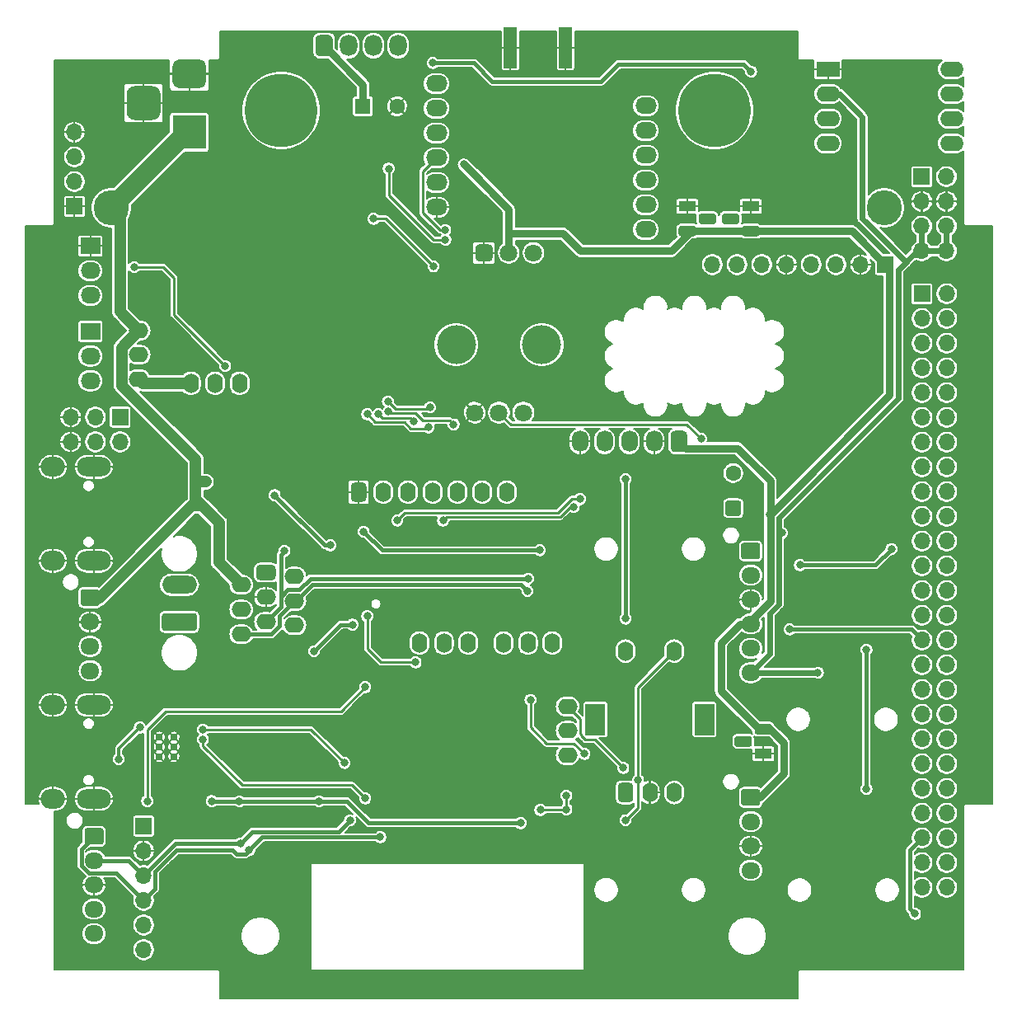
<source format=gbr>
%TF.GenerationSoftware,KiCad,Pcbnew,(5.1.8)-1*%
%TF.CreationDate,2021-11-25T19:48:05+01:00*%
%TF.ProjectId,pcbV10,70636256-3130-42e6-9b69-6361645f7063,rev?*%
%TF.SameCoordinates,Original*%
%TF.FileFunction,Copper,L2,Bot*%
%TF.FilePolarity,Positive*%
%FSLAX46Y46*%
G04 Gerber Fmt 4.6, Leading zero omitted, Abs format (unit mm)*
G04 Created by KiCad (PCBNEW (5.1.8)-1) date 2021-11-25 19:48:05*
%MOMM*%
%LPD*%
G01*
G04 APERTURE LIST*
%TA.AperFunction,ComponentPad*%
%ADD10C,1.600000*%
%TD*%
%TA.AperFunction,ComponentPad*%
%ADD11O,1.700000X1.700000*%
%TD*%
%TA.AperFunction,ComponentPad*%
%ADD12R,1.700000X1.700000*%
%TD*%
%TA.AperFunction,ComponentPad*%
%ADD13R,3.500000X3.500000*%
%TD*%
%TA.AperFunction,ComponentPad*%
%ADD14C,3.600000*%
%TD*%
%TA.AperFunction,WasherPad*%
%ADD15O,7.500000X7.500000*%
%TD*%
%TA.AperFunction,ComponentPad*%
%ADD16O,2.400000X1.600000*%
%TD*%
%TA.AperFunction,ComponentPad*%
%ADD17R,2.400000X1.600000*%
%TD*%
%TA.AperFunction,ComponentPad*%
%ADD18O,1.600000X2.000000*%
%TD*%
%TA.AperFunction,ComponentPad*%
%ADD19O,2.000000X1.600000*%
%TD*%
%TA.AperFunction,ComponentPad*%
%ADD20O,3.600000X1.800000*%
%TD*%
%TA.AperFunction,ComponentPad*%
%ADD21C,0.700000*%
%TD*%
%TA.AperFunction,ComponentPad*%
%ADD22O,2.500000X2.000000*%
%TD*%
%TA.AperFunction,ComponentPad*%
%ADD23O,3.500000X2.000000*%
%TD*%
%TA.AperFunction,ComponentPad*%
%ADD24C,1.800000*%
%TD*%
%TA.AperFunction,ComponentPad*%
%ADD25O,1.950000X1.700000*%
%TD*%
%TA.AperFunction,ComponentPad*%
%ADD26O,1.800000X2.200000*%
%TD*%
%TA.AperFunction,ComponentPad*%
%ADD27R,1.800000X1.100000*%
%TD*%
%TA.AperFunction,ComponentPad*%
%ADD28O,1.700000X2.200000*%
%TD*%
%TA.AperFunction,ComponentPad*%
%ADD29R,2.000000X3.200000*%
%TD*%
%TA.AperFunction,WasherPad*%
%ADD30C,4.000000*%
%TD*%
%TA.AperFunction,SMDPad,CuDef*%
%ADD31R,1.350000X4.200000*%
%TD*%
%TA.AperFunction,ComponentPad*%
%ADD32O,2.030000X1.730000*%
%TD*%
%TA.AperFunction,ComponentPad*%
%ADD33R,2.030000X1.730000*%
%TD*%
%TA.AperFunction,ComponentPad*%
%ADD34O,2.200000X1.700000*%
%TD*%
%TA.AperFunction,ComponentPad*%
%ADD35R,1.600000X1.600000*%
%TD*%
%TA.AperFunction,ViaPad*%
%ADD36C,0.800000*%
%TD*%
%TA.AperFunction,ViaPad*%
%ADD37C,1.600000*%
%TD*%
%TA.AperFunction,Conductor*%
%ADD38C,1.200000*%
%TD*%
%TA.AperFunction,Conductor*%
%ADD39C,0.600000*%
%TD*%
%TA.AperFunction,Conductor*%
%ADD40C,0.800000*%
%TD*%
%TA.AperFunction,Conductor*%
%ADD41C,0.400000*%
%TD*%
%TA.AperFunction,Conductor*%
%ADD42C,2.000000*%
%TD*%
%TA.AperFunction,Conductor*%
%ADD43C,0.250000*%
%TD*%
%TA.AperFunction,Conductor*%
%ADD44C,0.300000*%
%TD*%
%TA.AperFunction,Conductor*%
%ADD45C,0.200000*%
%TD*%
%TA.AperFunction,Conductor*%
%ADD46C,0.100000*%
%TD*%
G04 APERTURE END LIST*
D10*
%TO.P,J13,2*%
%TO.N,Net-(J13-Pad2)*%
X123063000Y-95714000D03*
%TO.P,J13,1*%
%TO.N,Net-(J13-Pad1)*%
%TA.AperFunction,ComponentPad*%
G36*
G01*
X123613000Y-100114000D02*
X122513000Y-100114000D01*
G75*
G02*
X122263000Y-99864000I0J250000D01*
G01*
X122263000Y-98764000D01*
G75*
G02*
X122513000Y-98514000I250000J0D01*
G01*
X123613000Y-98514000D01*
G75*
G02*
X123863000Y-98764000I0J-250000D01*
G01*
X123863000Y-99864000D01*
G75*
G02*
X123613000Y-100114000I-250000J0D01*
G01*
G37*
%TD.AperFunction*%
%TD*%
D11*
%TO.P,J12,50*%
%TO.N,LED_WHITE*%
X145000000Y-138250000D03*
%TO.P,J12,49*%
X142460000Y-138250000D03*
%TO.P,J12,48*%
%TO.N,SW_WHITE*%
X145000000Y-135710000D03*
%TO.P,J12,47*%
X142460000Y-135710000D03*
%TO.P,J12,46*%
%TO.N,LED_BLUE*%
X145000000Y-133170000D03*
%TO.P,J12,45*%
X142460000Y-133170000D03*
%TO.P,J12,44*%
%TO.N,SW_BLUE*%
X145000000Y-130630000D03*
%TO.P,J12,43*%
X142460000Y-130630000D03*
%TO.P,J12,42*%
%TO.N,K3_24*%
X145000000Y-128090000D03*
%TO.P,J12,41*%
X142460000Y-128090000D03*
%TO.P,J12,40*%
%TO.N,K3_22*%
X145000000Y-125550000D03*
%TO.P,J12,39*%
X142460000Y-125550000D03*
%TO.P,J12,38*%
%TO.N,K3_21*%
X145000000Y-123010000D03*
%TO.P,J12,37*%
X142460000Y-123010000D03*
%TO.P,J12,36*%
%TO.N,K3_14*%
X145000000Y-120470000D03*
%TO.P,J12,35*%
X142460000Y-120470000D03*
%TO.P,J12,34*%
%TO.N,K3_12*%
X145000000Y-117930000D03*
%TO.P,J12,33*%
X142460000Y-117930000D03*
%TO.P,J12,32*%
%TO.N,K3_11*%
X145000000Y-115390000D03*
%TO.P,J12,31*%
X142460000Y-115390000D03*
%TO.P,J12,30*%
%TO.N,Net-(J12-Pad29)*%
X145000000Y-112850000D03*
%TO.P,J12,29*%
X142460000Y-112850000D03*
%TO.P,J12,28*%
%TO.N,K2_24*%
X145000000Y-110310000D03*
%TO.P,J12,27*%
X142460000Y-110310000D03*
%TO.P,J12,26*%
%TO.N,K2_22*%
X145000000Y-107770000D03*
%TO.P,J12,25*%
X142460000Y-107770000D03*
%TO.P,J12,24*%
%TO.N,K2_21*%
X145000000Y-105230000D03*
%TO.P,J12,23*%
X142460000Y-105230000D03*
%TO.P,J12,22*%
%TO.N,K2_14*%
X145000000Y-102690000D03*
%TO.P,J12,21*%
X142460000Y-102690000D03*
%TO.P,J12,20*%
%TO.N,K2_12*%
X145000000Y-100150000D03*
%TO.P,J12,19*%
X142460000Y-100150000D03*
%TO.P,J12,18*%
%TO.N,K2_11*%
X145000000Y-97610000D03*
%TO.P,J12,17*%
X142460000Y-97610000D03*
%TO.P,J12,16*%
%TO.N,K2_A1*%
X145000000Y-95070000D03*
%TO.P,J12,15*%
X142460000Y-95070000D03*
%TO.P,J12,14*%
%TO.N,K1_24*%
X145000000Y-92530000D03*
%TO.P,J12,13*%
X142460000Y-92530000D03*
%TO.P,J12,12*%
%TO.N,K1_22*%
X145000000Y-89990000D03*
%TO.P,J12,11*%
X142460000Y-89990000D03*
%TO.P,J12,10*%
%TO.N,K1_21*%
X145000000Y-87450000D03*
%TO.P,J12,9*%
X142460000Y-87450000D03*
%TO.P,J12,8*%
%TO.N,K1_14*%
X145000000Y-84910000D03*
%TO.P,J12,7*%
X142460000Y-84910000D03*
%TO.P,J12,6*%
%TO.N,K1_12*%
X145000000Y-82370000D03*
%TO.P,J12,5*%
X142460000Y-82370000D03*
%TO.P,J12,4*%
%TO.N,K1_11*%
X145000000Y-79830000D03*
%TO.P,J12,3*%
X142460000Y-79830000D03*
%TO.P,J12,2*%
%TO.N,K1_A1*%
X145000000Y-77290000D03*
D12*
%TO.P,J12,1*%
X142460000Y-77290000D03*
%TD*%
D11*
%TO.P,J19,8*%
%TO.N,+5V*%
X144970500Y-72898000D03*
%TO.P,J19,7*%
X142430500Y-72898000D03*
%TO.P,J19,6*%
X144970500Y-70358000D03*
%TO.P,J19,5*%
X142430500Y-70358000D03*
%TO.P,J19,4*%
%TO.N,GND*%
X144970500Y-67818000D03*
%TO.P,J19,3*%
X142430500Y-67818000D03*
%TO.P,J19,2*%
%TO.N,+3V3*%
X144970500Y-65278000D03*
D12*
%TO.P,J19,1*%
X142430500Y-65278000D03*
%TD*%
%TO.P,J18,3*%
%TO.N,GND*%
%TA.AperFunction,ComponentPad*%
G36*
G01*
X61608000Y-55956000D02*
X63358000Y-55956000D01*
G75*
G02*
X64233000Y-56831000I0J-875000D01*
G01*
X64233000Y-58581000D01*
G75*
G02*
X63358000Y-59456000I-875000J0D01*
G01*
X61608000Y-59456000D01*
G75*
G02*
X60733000Y-58581000I0J875000D01*
G01*
X60733000Y-56831000D01*
G75*
G02*
X61608000Y-55956000I875000J0D01*
G01*
G37*
%TD.AperFunction*%
%TO.P,J18,2*%
%TA.AperFunction,ComponentPad*%
G36*
G01*
X66183000Y-53206000D02*
X68183000Y-53206000D01*
G75*
G02*
X68933000Y-53956000I0J-750000D01*
G01*
X68933000Y-55456000D01*
G75*
G02*
X68183000Y-56206000I-750000J0D01*
G01*
X66183000Y-56206000D01*
G75*
G02*
X65433000Y-55456000I0J750000D01*
G01*
X65433000Y-53956000D01*
G75*
G02*
X66183000Y-53206000I750000J0D01*
G01*
G37*
%TD.AperFunction*%
D13*
%TO.P,J18,1*%
%TO.N,+24V*%
X67183000Y-60706000D03*
%TD*%
D14*
%TO.P,R18,2*%
%TO.N,Net-(D6-Pad1)*%
X138582000Y-68453000D03*
%TO.P,R18,1*%
%TO.N,+24V*%
X59182000Y-68453000D03*
D15*
%TO.P,R18,*%
%TO.N,*%
X76632000Y-58453000D03*
X121132000Y-58453000D03*
%TD*%
D16*
%TO.P,U4,8*%
%TO.N,Net-(U4-Pad8)*%
X145500000Y-54229000D03*
%TO.P,U4,4*%
%TO.N,SCL*%
X132800000Y-61849000D03*
%TO.P,U4,7*%
%TO.N,Net-(U4-Pad7)*%
X145500000Y-56769000D03*
%TO.P,U4,3*%
%TO.N,SDA*%
X132800000Y-59309000D03*
%TO.P,U4,6*%
%TO.N,Net-(U4-Pad6)*%
X145500000Y-59309000D03*
%TO.P,U4,2*%
%TO.N,+5V*%
X132800000Y-56769000D03*
%TO.P,U4,5*%
%TO.N,Net-(U4-Pad5)*%
X145500000Y-61849000D03*
D17*
%TO.P,U4,1*%
%TO.N,GND*%
X132800000Y-54229000D03*
%TD*%
D18*
%TO.P,SW11,1*%
%TO.N,+5V*%
X67350000Y-86487000D03*
%TO.P,SW11,3*%
%TO.N,Net-(SW11-Pad3)*%
X72350000Y-86487000D03*
%TO.P,SW11,2*%
%TO.N,Net-(C36-Pad1)*%
X69850000Y-86487000D03*
%TD*%
D19*
%TO.P,SW10,1*%
%TO.N,+5V*%
X61976000Y-86066000D03*
%TO.P,SW10,3*%
%TO.N,+24V*%
X61976000Y-81066000D03*
%TO.P,SW10,2*%
%TO.N,Net-(J11-Pad2)*%
X61976000Y-83566000D03*
%TD*%
D20*
%TO.P,J15,2*%
%TO.N,RS485A*%
X66167000Y-107188000D03*
%TO.P,J15,1*%
%TO.N,RS485B*%
%TA.AperFunction,ComponentPad*%
G36*
G01*
X67717000Y-111898000D02*
X64617000Y-111898000D01*
G75*
G02*
X64367000Y-111648000I0J250000D01*
G01*
X64367000Y-110348000D01*
G75*
G02*
X64617000Y-110098000I250000J0D01*
G01*
X67717000Y-110098000D01*
G75*
G02*
X67967000Y-110348000I0J-250000D01*
G01*
X67967000Y-111648000D01*
G75*
G02*
X67717000Y-111898000I-250000J0D01*
G01*
G37*
%TD.AperFunction*%
%TD*%
D11*
%TO.P,J17,8*%
%TO.N,Net-(J17-Pad8)*%
X120904000Y-74295000D03*
%TO.P,J17,7*%
%TO.N,Net-(J17-Pad7)*%
X123444000Y-74295000D03*
%TO.P,J17,6*%
%TO.N,Net-(J17-Pad6)*%
X125984000Y-74295000D03*
%TO.P,J17,5*%
%TO.N,GND*%
X128524000Y-74295000D03*
%TO.P,J17,4*%
%TO.N,SDA*%
X131064000Y-74295000D03*
%TO.P,J17,3*%
%TO.N,SCL*%
X133604000Y-74295000D03*
%TO.P,J17,2*%
%TO.N,GND*%
X136144000Y-74295000D03*
D12*
%TO.P,J17,1*%
%TO.N,+3V3*%
X138684000Y-74295000D03*
%TD*%
D11*
%TO.P,J16,6*%
%TO.N,Net-(J16-Pad6)*%
X62484000Y-144653000D03*
%TO.P,J16,5*%
%TO.N,Net-(J16-Pad5)*%
X62484000Y-142113000D03*
%TO.P,J16,4*%
%TO.N,SDA*%
X62484000Y-139573000D03*
%TO.P,J16,3*%
%TO.N,SCL*%
X62484000Y-137033000D03*
%TO.P,J16,2*%
%TO.N,GND*%
X62484000Y-134493000D03*
D12*
%TO.P,J16,1*%
%TO.N,+3V3*%
X62484000Y-131953000D03*
%TD*%
D18*
%TO.P,U14,7*%
%TO.N,Net-(U14-Pad7)*%
X99822000Y-97663000D03*
%TO.P,U14,6*%
%TO.N,SERVO2*%
X97282000Y-97663000D03*
%TO.P,U14,5*%
%TO.N,PROG_IO0*%
X94742000Y-97663000D03*
%TO.P,U14,4*%
%TO.N,/D*%
X92202000Y-97663000D03*
%TO.P,U14,3*%
%TO.N,/C*%
X89662000Y-97663000D03*
%TO.P,U14,2*%
%TO.N,+3V3*%
X87122000Y-97663000D03*
%TO.P,U14,1*%
%TO.N,GND*%
%TA.AperFunction,ComponentPad*%
G36*
G01*
X83782000Y-98263000D02*
X83782000Y-97063000D01*
G75*
G02*
X84182000Y-96663000I400000J0D01*
G01*
X84982000Y-96663000D01*
G75*
G02*
X85382000Y-97063000I0J-400000D01*
G01*
X85382000Y-98263000D01*
G75*
G02*
X84982000Y-98663000I-400000J0D01*
G01*
X84182000Y-98663000D01*
G75*
G02*
X83782000Y-98263000I0J400000D01*
G01*
G37*
%TD.AperFunction*%
%TD*%
%TO.P,SW9,1*%
%TO.N,MOVE*%
X95845000Y-113157000D03*
%TO.P,SW9,3*%
%TO.N,FAN1_SENSE*%
X90845000Y-113157000D03*
%TO.P,SW9,2*%
%TO.N,I35*%
X93345000Y-113157000D03*
%TD*%
D19*
%TO.P,SW8,1*%
%TO.N,K3_A1*%
X106045000Y-124674000D03*
%TO.P,SW8,3*%
%TO.N,ROT_B*%
X106045000Y-119674000D03*
%TO.P,SW8,2*%
%TO.N,I34*%
X106045000Y-122174000D03*
%TD*%
D18*
%TO.P,SW7,1*%
%TO.N,HEATER*%
X104481000Y-113157000D03*
%TO.P,SW7,3*%
%TO.N,LED_WHITE_P*%
X99481000Y-113157000D03*
%TO.P,SW7,2*%
%TO.N,HEATER_LED*%
X101981000Y-113157000D03*
%TD*%
D19*
%TO.P,SW6,1*%
%TO.N,Net-(SW6-Pad1)*%
X77978000Y-111339000D03*
%TO.P,SW6,3*%
%TO.N,Net-(R13-Pad2)*%
X77978000Y-106339000D03*
%TO.P,SW6,2*%
%TO.N,RS485B*%
X77978000Y-108839000D03*
%TD*%
D21*
%TO.P,U3,11*%
%TO.N,GND*%
X65597000Y-124825000D03*
X64097000Y-124825000D03*
X65597000Y-122825000D03*
X64097000Y-122825000D03*
X65597000Y-123825000D03*
X64097000Y-123825000D03*
%TD*%
D22*
%TO.P,J1,S1*%
%TO.N,GND*%
X53179000Y-129153000D03*
X53179000Y-119513000D03*
D23*
X57359000Y-119513000D03*
X57359000Y-129153000D03*
%TD*%
D22*
%TO.P,J8,S1*%
%TO.N,GND*%
X53179000Y-104713000D03*
X53179000Y-95073000D03*
D23*
X57359000Y-95073000D03*
X57359000Y-104713000D03*
%TD*%
D24*
%TO.P,U10,3*%
%TO.N,MOVE*%
X102540000Y-73096000D03*
%TO.P,U10,1*%
%TO.N,GND*%
%TA.AperFunction,ComponentPad*%
G36*
G01*
X96560000Y-73546000D02*
X96560000Y-72646000D01*
G75*
G02*
X97010000Y-72196000I450000J0D01*
G01*
X97910000Y-72196000D01*
G75*
G02*
X98360000Y-72646000I0J-450000D01*
G01*
X98360000Y-73546000D01*
G75*
G02*
X97910000Y-73996000I-450000J0D01*
G01*
X97010000Y-73996000D01*
G75*
G02*
X96560000Y-73546000I0J450000D01*
G01*
G37*
%TD.AperFunction*%
%TO.P,U10,2*%
%TO.N,+3V3*%
X100000000Y-73096000D03*
%TD*%
D25*
%TO.P,J5,6*%
%TO.N,+5V*%
X124841000Y-116205000D03*
%TO.P,J5,5*%
%TO.N,485_RO*%
X124841000Y-113705000D03*
%TO.P,J5,4*%
%TO.N,+3V3*%
X124841000Y-111205000D03*
%TO.P,J5,3*%
%TO.N,GND*%
X124841000Y-108705000D03*
%TO.P,J5,2*%
%TO.N,485_DE*%
X124841000Y-106205000D03*
%TO.P,J5,1*%
%TO.N,485_DI*%
%TA.AperFunction,ComponentPad*%
G36*
G01*
X124116000Y-102855000D02*
X125566000Y-102855000D01*
G75*
G02*
X125816000Y-103105000I0J-250000D01*
G01*
X125816000Y-104305000D01*
G75*
G02*
X125566000Y-104555000I-250000J0D01*
G01*
X124116000Y-104555000D01*
G75*
G02*
X123866000Y-104305000I0J250000D01*
G01*
X123866000Y-103105000D01*
G75*
G02*
X124116000Y-102855000I250000J0D01*
G01*
G37*
%TD.AperFunction*%
%TD*%
%TO.P,J4,4*%
%TO.N,+5V*%
X124841000Y-136500000D03*
%TO.P,J4,3*%
%TO.N,GND*%
X124841000Y-134000000D03*
%TO.P,J4,2*%
%TO.N,1wire*%
X124841000Y-131500000D03*
%TO.P,J4,1*%
%TO.N,+3V3*%
%TA.AperFunction,ComponentPad*%
G36*
G01*
X124116000Y-128150000D02*
X125566000Y-128150000D01*
G75*
G02*
X125816000Y-128400000I0J-250000D01*
G01*
X125816000Y-129600000D01*
G75*
G02*
X125566000Y-129850000I-250000J0D01*
G01*
X124116000Y-129850000D01*
G75*
G02*
X123866000Y-129600000I0J250000D01*
G01*
X123866000Y-128400000D01*
G75*
G02*
X124116000Y-128150000I250000J0D01*
G01*
G37*
%TD.AperFunction*%
%TD*%
%TO.P,J7,1*%
%TO.N,Net-(J7-Pad1)*%
%TA.AperFunction,ComponentPad*%
G36*
G01*
X75657000Y-106718000D02*
X74457000Y-106718000D01*
G75*
G02*
X74057000Y-106318000I0J400000D01*
G01*
X74057000Y-105518000D01*
G75*
G02*
X74457000Y-105118000I400000J0D01*
G01*
X75657000Y-105118000D01*
G75*
G02*
X76057000Y-105518000I0J-400000D01*
G01*
X76057000Y-106318000D01*
G75*
G02*
X75657000Y-106718000I-400000J0D01*
G01*
G37*
%TD.AperFunction*%
D19*
%TO.P,J7,2*%
%TO.N,+24V*%
X72517000Y-107188000D03*
%TO.P,J7,3*%
%TO.N,GND*%
X75057000Y-108458000D03*
%TO.P,J7,4*%
%TO.N,Net-(J7-Pad4)*%
X72517000Y-109728000D03*
%TO.P,J7,5*%
%TO.N,RS485A*%
X75057000Y-110998000D03*
%TO.P,J7,6*%
%TO.N,RS485B*%
X72517000Y-112268000D03*
%TD*%
D26*
%TO.P,U16,4*%
%TO.N,Net-(U16-Pad4)*%
X88646000Y-51816000D03*
%TO.P,U16,3*%
%TO.N,Net-(U16-Pad3)*%
X86106000Y-51816000D03*
%TO.P,U16,2*%
%TO.N,Net-(U16-Pad2)*%
X83566000Y-51816000D03*
%TO.P,U16,1*%
%TO.N,+4V*%
%TA.AperFunction,ComponentPad*%
G36*
G01*
X81476000Y-52916000D02*
X80576000Y-52916000D01*
G75*
G02*
X80126000Y-52466000I0J450000D01*
G01*
X80126000Y-51166000D01*
G75*
G02*
X80576000Y-50716000I450000J0D01*
G01*
X81476000Y-50716000D01*
G75*
G02*
X81926000Y-51166000I0J-450000D01*
G01*
X81926000Y-52466000D01*
G75*
G02*
X81476000Y-52916000I-450000J0D01*
G01*
G37*
%TD.AperFunction*%
%TD*%
D27*
%TO.P,U15,1*%
%TO.N,GND*%
X118345000Y-68326000D03*
%TO.P,U15,3*%
%TO.N,+3V3*%
%TA.AperFunction,ComponentPad*%
G36*
G01*
X117720000Y-70316000D02*
X118970000Y-70316000D01*
G75*
G02*
X119245000Y-70591000I0J-275000D01*
G01*
X119245000Y-71141000D01*
G75*
G02*
X118970000Y-71416000I-275000J0D01*
G01*
X117720000Y-71416000D01*
G75*
G02*
X117445000Y-71141000I0J275000D01*
G01*
X117445000Y-70591000D01*
G75*
G02*
X117720000Y-70316000I275000J0D01*
G01*
G37*
%TD.AperFunction*%
%TO.P,U15,2*%
%TO.N,1wire*%
%TA.AperFunction,ComponentPad*%
G36*
G01*
X119790000Y-69046000D02*
X121040000Y-69046000D01*
G75*
G02*
X121315000Y-69321000I0J-275000D01*
G01*
X121315000Y-69871000D01*
G75*
G02*
X121040000Y-70146000I-275000J0D01*
G01*
X119790000Y-70146000D01*
G75*
G02*
X119515000Y-69871000I0J275000D01*
G01*
X119515000Y-69321000D01*
G75*
G02*
X119790000Y-69046000I275000J0D01*
G01*
G37*
%TD.AperFunction*%
%TD*%
%TO.P,U13,1*%
%TO.N,GND*%
X126150000Y-124540000D03*
%TO.P,U13,3*%
%TO.N,+3V3*%
%TA.AperFunction,ComponentPad*%
G36*
G01*
X126775000Y-122550000D02*
X125525000Y-122550000D01*
G75*
G02*
X125250000Y-122275000I0J275000D01*
G01*
X125250000Y-121725000D01*
G75*
G02*
X125525000Y-121450000I275000J0D01*
G01*
X126775000Y-121450000D01*
G75*
G02*
X127050000Y-121725000I0J-275000D01*
G01*
X127050000Y-122275000D01*
G75*
G02*
X126775000Y-122550000I-275000J0D01*
G01*
G37*
%TD.AperFunction*%
%TO.P,U13,2*%
%TO.N,1wire*%
%TA.AperFunction,ComponentPad*%
G36*
G01*
X124705000Y-123820000D02*
X123455000Y-123820000D01*
G75*
G02*
X123180000Y-123545000I0J275000D01*
G01*
X123180000Y-122995000D01*
G75*
G02*
X123455000Y-122720000I275000J0D01*
G01*
X124705000Y-122720000D01*
G75*
G02*
X124980000Y-122995000I0J-275000D01*
G01*
X124980000Y-123545000D01*
G75*
G02*
X124705000Y-123820000I-275000J0D01*
G01*
G37*
%TD.AperFunction*%
%TD*%
%TO.P,U12,1*%
%TO.N,GND*%
X124860000Y-68326000D03*
%TO.P,U12,3*%
%TO.N,+3V3*%
%TA.AperFunction,ComponentPad*%
G36*
G01*
X124235000Y-70316000D02*
X125485000Y-70316000D01*
G75*
G02*
X125760000Y-70591000I0J-275000D01*
G01*
X125760000Y-71141000D01*
G75*
G02*
X125485000Y-71416000I-275000J0D01*
G01*
X124235000Y-71416000D01*
G75*
G02*
X123960000Y-71141000I0J275000D01*
G01*
X123960000Y-70591000D01*
G75*
G02*
X124235000Y-70316000I275000J0D01*
G01*
G37*
%TD.AperFunction*%
%TO.P,U12,2*%
%TO.N,1wire*%
%TA.AperFunction,ComponentPad*%
G36*
G01*
X122165000Y-69046000D02*
X123415000Y-69046000D01*
G75*
G02*
X123690000Y-69321000I0J-275000D01*
G01*
X123690000Y-69871000D01*
G75*
G02*
X123415000Y-70146000I-275000J0D01*
G01*
X122165000Y-70146000D01*
G75*
G02*
X121890000Y-69871000I0J275000D01*
G01*
X121890000Y-69321000D01*
G75*
G02*
X122165000Y-69046000I275000J0D01*
G01*
G37*
%TD.AperFunction*%
%TD*%
D28*
%TO.P,U9,5*%
%TO.N,GND*%
X107315000Y-92456000D03*
%TO.P,U9,4*%
%TO.N,SDA*%
X109855000Y-92456000D03*
%TO.P,U9,3*%
%TO.N,SCL*%
X112395000Y-92456000D03*
%TO.P,U9,2*%
%TO.N,GND*%
X114935000Y-92456000D03*
%TO.P,U9,1*%
%TO.N,+3V3*%
%TA.AperFunction,ComponentPad*%
G36*
G01*
X117050000Y-91356000D02*
X117900000Y-91356000D01*
G75*
G02*
X118325000Y-91781000I0J-425000D01*
G01*
X118325000Y-93131000D01*
G75*
G02*
X117900000Y-93556000I-425000J0D01*
G01*
X117050000Y-93556000D01*
G75*
G02*
X116625000Y-93131000I0J425000D01*
G01*
X116625000Y-91781000D01*
G75*
G02*
X117050000Y-91356000I425000J0D01*
G01*
G37*
%TD.AperFunction*%
%TD*%
%TO.P,SW2,A*%
%TO.N,ROT_A*%
%TA.AperFunction,ComponentPad*%
G36*
G01*
X112400000Y-129500000D02*
X111600000Y-129500000D01*
G75*
G02*
X111200000Y-129100000I0J400000D01*
G01*
X111200000Y-127900000D01*
G75*
G02*
X111600000Y-127500000I400000J0D01*
G01*
X112400000Y-127500000D01*
G75*
G02*
X112800000Y-127900000I0J-400000D01*
G01*
X112800000Y-129100000D01*
G75*
G02*
X112400000Y-129500000I-400000J0D01*
G01*
G37*
%TD.AperFunction*%
D18*
%TO.P,SW2,C*%
%TO.N,GND*%
X114500000Y-128500000D03*
%TO.P,SW2,B*%
%TO.N,ROT_B*%
X117000000Y-128500000D03*
D29*
%TO.P,SW2,MP*%
%TO.N,N/C*%
X108900000Y-121000000D03*
X120100000Y-121000000D03*
D18*
%TO.P,SW2,S2*%
%TO.N,Net-(R22-Pad1)*%
X112000000Y-114000000D03*
%TO.P,SW2,S1*%
%TO.N,Net-(R21-Pad1)*%
X117000000Y-114000000D03*
%TD*%
D30*
%TO.P,RV1,*%
%TO.N,*%
X103400000Y-82500000D03*
X94600000Y-82500000D03*
D24*
%TO.P,RV1,1*%
%TO.N,Net-(R42-Pad2)*%
X101500000Y-89500000D03*
%TO.P,RV1,2*%
%TO.N,Net-(C24-Pad2)*%
X99000000Y-89500000D03*
%TO.P,RV1,3*%
%TO.N,GND*%
X96500000Y-89500000D03*
%TD*%
D31*
%TO.P,J14,2*%
%TO.N,GND*%
X100175000Y-52000000D03*
X105825000Y-52000000D03*
%TD*%
D32*
%TO.P,J11,3*%
%TO.N,Net-(J11-Pad3)*%
X57023000Y-86233000D03*
%TO.P,J11,2*%
%TO.N,Net-(J11-Pad2)*%
X57023000Y-83693000D03*
D33*
%TO.P,J11,1*%
%TO.N,Net-(J11-Pad1)*%
X57023000Y-81153000D03*
%TD*%
D32*
%TO.P,J10,3*%
%TO.N,FAN1_SENSE*%
X57023000Y-77470000D03*
%TO.P,J10,2*%
%TO.N,Net-(J10-Pad2)*%
X57023000Y-74930000D03*
D33*
%TO.P,J10,1*%
%TO.N,GND*%
X57023000Y-72390000D03*
%TD*%
D11*
%TO.P,J9,4*%
%TO.N,GND*%
X55372000Y-60706000D03*
%TO.P,J9,3*%
%TO.N,+5V*%
X55372000Y-63246000D03*
%TO.P,J9,2*%
%TO.N,Net-(D15-Pad2)*%
X55372000Y-65786000D03*
D12*
%TO.P,J9,1*%
%TO.N,GND*%
X55372000Y-68326000D03*
%TD*%
D25*
%TO.P,J6,4*%
%TO.N,+5V*%
X57000000Y-116000000D03*
%TO.P,J6,3*%
%TO.N,+3V3*%
X57000000Y-113500000D03*
%TO.P,J6,2*%
%TO.N,GND*%
X57000000Y-111000000D03*
%TO.P,J6,1*%
%TO.N,+24V*%
%TA.AperFunction,ComponentPad*%
G36*
G01*
X56275000Y-107650000D02*
X57725000Y-107650000D01*
G75*
G02*
X57975000Y-107900000I0J-250000D01*
G01*
X57975000Y-109100000D01*
G75*
G02*
X57725000Y-109350000I-250000J0D01*
G01*
X56275000Y-109350000D01*
G75*
G02*
X56025000Y-109100000I0J250000D01*
G01*
X56025000Y-107900000D01*
G75*
G02*
X56275000Y-107650000I250000J0D01*
G01*
G37*
%TD.AperFunction*%
%TD*%
%TO.P,J3,5*%
%TO.N,+5V*%
X57404000Y-143000000D03*
%TO.P,J3,4*%
%TO.N,+3V3*%
X57404000Y-140500000D03*
%TO.P,J3,3*%
%TO.N,GND*%
X57404000Y-138000000D03*
%TO.P,J3,2*%
%TO.N,SCL*%
X57404000Y-135500000D03*
%TO.P,J3,1*%
%TO.N,SDA*%
%TA.AperFunction,ComponentPad*%
G36*
G01*
X56679000Y-132150000D02*
X58129000Y-132150000D01*
G75*
G02*
X58379000Y-132400000I0J-250000D01*
G01*
X58379000Y-133600000D01*
G75*
G02*
X58129000Y-133850000I-250000J0D01*
G01*
X56679000Y-133850000D01*
G75*
G02*
X56429000Y-133600000I0J250000D01*
G01*
X56429000Y-132400000D01*
G75*
G02*
X56679000Y-132150000I250000J0D01*
G01*
G37*
%TD.AperFunction*%
%TD*%
D11*
%TO.P,J2,6*%
%TO.N,GND*%
X55000000Y-92500000D03*
%TO.P,J2,5*%
X55000000Y-89960000D03*
%TO.P,J2,4*%
%TO.N,+5V*%
X57540000Y-92500000D03*
%TO.P,J2,3*%
X57540000Y-89960000D03*
%TO.P,J2,2*%
%TO.N,SERVO2*%
X60080000Y-92500000D03*
D12*
%TO.P,J2,1*%
%TO.N,FAN1_DRIVE*%
X60080000Y-89960000D03*
%TD*%
D34*
%TO.P,GSM_Module1,12*%
%TO.N,Net-(GSM_Module1-Pad12)*%
X114083000Y-70700000D03*
%TO.P,GSM_Module1,11*%
%TO.N,Net-(GSM_Module1-Pad11)*%
X114083000Y-68160000D03*
%TO.P,GSM_Module1,10*%
%TO.N,Net-(GSM_Module1-Pad10)*%
X114083000Y-65620000D03*
%TO.P,GSM_Module1,9*%
%TO.N,Net-(GSM_Module1-Pad9)*%
X114083000Y-63080000D03*
%TO.P,GSM_Module1,8*%
%TO.N,Net-(GSM_Module1-Pad8)*%
X114083000Y-60540000D03*
%TO.P,GSM_Module1,6*%
%TO.N,GND*%
X92583000Y-68400000D03*
%TO.P,GSM_Module1,5*%
%TO.N,SPI_MOSIx*%
X92583000Y-65860000D03*
%TO.P,GSM_Module1,4*%
%TO.N,SPI_MISO*%
X92583000Y-63320000D03*
%TO.P,GSM_Module1,3*%
%TO.N,Net-(GSM_Module1-Pad3)*%
X92583000Y-60780000D03*
%TO.P,GSM_Module1,2*%
%TO.N,+4V*%
X92583000Y-58240000D03*
%TO.P,GSM_Module1,7*%
%TO.N,PROG_IO0*%
X114083000Y-58000000D03*
%TO.P,GSM_Module1,1*%
%TO.N,Net-(GSM_Module1-Pad1)*%
X92583000Y-55700000D03*
%TD*%
D10*
%TO.P,C27,2*%
%TO.N,GND*%
X88519000Y-58039000D03*
D35*
%TO.P,C27,1*%
%TO.N,+4V*%
X85019000Y-58039000D03*
%TD*%
D36*
%TO.N,+5V*%
X131762500Y-116205000D03*
X128079500Y-101854000D03*
%TO.N,GND*%
X104394000Y-127254000D03*
X105918000Y-134874000D03*
X104394000Y-134874000D03*
X102235000Y-134175500D03*
X85344000Y-134175500D03*
X72390000Y-132143500D03*
X83947000Y-109728000D03*
X87249000Y-113030000D03*
X69088000Y-125984000D03*
X145669000Y-141859000D03*
X145669000Y-145224500D03*
D37*
X88773000Y-119507000D03*
X98679000Y-119507000D03*
X96266000Y-119507000D03*
X93726000Y-119507000D03*
X91186000Y-119507000D03*
X88773000Y-121666000D03*
X91186000Y-121666000D03*
X93726000Y-121666000D03*
X96266000Y-121666000D03*
X98679000Y-121666000D03*
X88773000Y-123825000D03*
X91186000Y-123825000D03*
X98679000Y-123825000D03*
X88773000Y-126873000D03*
X91186000Y-126873000D03*
X98679000Y-126873000D03*
X88773000Y-129159000D03*
X91186000Y-129159000D03*
X98679000Y-129159000D03*
D36*
X99187000Y-64135000D03*
X106299000Y-64135000D03*
X101346000Y-66040000D03*
X106299000Y-66040000D03*
X106299000Y-68072000D03*
X138176000Y-118364000D03*
X135636000Y-118364000D03*
X132334000Y-109982000D03*
X132080000Y-107823000D03*
X139065000Y-109982000D03*
X103251000Y-111633000D03*
X83947000Y-108331000D03*
X83947000Y-113030000D03*
X65278000Y-97028000D03*
X66548000Y-97028000D03*
X92964000Y-108966000D03*
X73025000Y-69977000D03*
X74041000Y-69977000D03*
X75184000Y-69977000D03*
X76454000Y-69977000D03*
X77724000Y-69977000D03*
X73025000Y-99441000D03*
X74168000Y-99441000D03*
X75438000Y-101219000D03*
X71755000Y-101219000D03*
X71755000Y-102362000D03*
X73025000Y-102362000D03*
X74422000Y-102362000D03*
X75692000Y-102362000D03*
X85598000Y-95377000D03*
X85598000Y-93980000D03*
X85598000Y-92583000D03*
X85598000Y-91059000D03*
X74803000Y-87249000D03*
X76073000Y-87249000D03*
X77724000Y-87249000D03*
X79756000Y-87249000D03*
X81661000Y-87249000D03*
X82550000Y-88519000D03*
X84201000Y-89154000D03*
X83947000Y-99568000D03*
X83820000Y-101092000D03*
X83312000Y-102362000D03*
X69596000Y-97917000D03*
X70993000Y-97917000D03*
X68580000Y-116459000D03*
X69088000Y-115570000D03*
X70231000Y-115570000D03*
X71374000Y-115570000D03*
X72517000Y-115570000D03*
X51689000Y-71120000D03*
X51689000Y-72898000D03*
X51689000Y-86995000D03*
X51689000Y-88900000D03*
X58737500Y-78232000D03*
X58801000Y-83121500D03*
X69342000Y-137668000D03*
X76771500Y-136017000D03*
X76771500Y-135001000D03*
X76771500Y-133985000D03*
X80518000Y-131191000D03*
X69786500Y-135763000D03*
X64706500Y-133096000D03*
X67564000Y-142113000D03*
X69151500Y-141668500D03*
X70739000Y-141668500D03*
X72707500Y-140144500D03*
X74231500Y-140144500D03*
X111506000Y-120586500D03*
X111442500Y-118364000D03*
X111506000Y-116268500D03*
X117284500Y-120586500D03*
X117284500Y-118300500D03*
X117284500Y-116205000D03*
X113347500Y-106680000D03*
X109918500Y-106616500D03*
X120904000Y-106680000D03*
X117284500Y-106680000D03*
X110109000Y-100965000D03*
X113347500Y-100965000D03*
X117284500Y-100965000D03*
X120967500Y-100965000D03*
X114681000Y-96266000D03*
X109537500Y-97790000D03*
X136334500Y-98044000D03*
X136080500Y-107188000D03*
X148336000Y-118491000D03*
X148399500Y-110744000D03*
X148399500Y-100774500D03*
X115633500Y-74676000D03*
X118427500Y-74676000D03*
X95821500Y-76136500D03*
X97917000Y-76073000D03*
X99631500Y-76073000D03*
X102235000Y-76009500D03*
X128016000Y-64135000D03*
X123952000Y-64198500D03*
X121285000Y-64198500D03*
X102743000Y-68199000D03*
X99631500Y-60706000D03*
X103251000Y-60706000D03*
X106172000Y-60642500D03*
X99631500Y-57721500D03*
X103251000Y-57721500D03*
X106172000Y-57721500D03*
X64833500Y-65976500D03*
X71882000Y-66103500D03*
X78803500Y-66040000D03*
X86042500Y-65976500D03*
X82486500Y-60007500D03*
X82359500Y-57467500D03*
X82296000Y-55435500D03*
X71374000Y-60325000D03*
X71374000Y-58674000D03*
X71945500Y-56896000D03*
X61912500Y-71056500D03*
X63373000Y-70993000D03*
X65087500Y-70993000D03*
X69151500Y-79502000D03*
X70675500Y-79502000D03*
X64071500Y-80581500D03*
X64262000Y-83566000D03*
X66230500Y-83185000D03*
X81407000Y-135191500D03*
X82677000Y-135191500D03*
X88138000Y-135255000D03*
X89662000Y-135255000D03*
X91567000Y-135255000D03*
X93408500Y-135255000D03*
X95567500Y-135191500D03*
X97282000Y-135191500D03*
X98933000Y-135191500D03*
X100520500Y-135191500D03*
X107696000Y-128397000D03*
X109537500Y-128397000D03*
X107696000Y-125857000D03*
X109537500Y-125857000D03*
%TO.N,+3V3*%
X95377000Y-64000000D03*
X85090000Y-101727000D03*
X83947000Y-111265000D03*
X103187000Y-103632000D03*
X80000000Y-114000000D03*
X126797000Y-99949000D03*
%TO.N,PROG_EN*%
X69485000Y-129397000D03*
X101219000Y-131655198D03*
X72326500Y-129413000D03*
X80518000Y-129413000D03*
%TO.N,+24V*%
X68873000Y-96608000D03*
X81661000Y-103124000D03*
X75946000Y-97983000D03*
X92202000Y-53594000D03*
X124902500Y-54483000D03*
%TO.N,SW*%
X105918000Y-130239000D03*
X103251000Y-130302004D03*
X105918000Y-128841000D03*
%TO.N,Net-(C24-Pad2)*%
X119761000Y-92202000D03*
%TO.N,LED_RGB*%
X87667000Y-64440000D03*
X93493372Y-71742948D03*
%TO.N,RS485A*%
X101981000Y-106553000D03*
X76962000Y-103695000D03*
%TO.N,RS485B*%
X101919014Y-107823000D03*
%TO.N,Net-(D5-Pad2)*%
X139319000Y-103505000D03*
X129921000Y-105155000D03*
%TO.N,SPI_MISO*%
X93472000Y-70739000D03*
%TO.N,Net-(J1-PadA6)*%
X59927081Y-125081257D03*
X62103000Y-121825000D03*
%TO.N,FAN1_SENSE*%
X94328194Y-90710806D03*
X87630004Y-89408000D03*
%TO.N,SCL*%
X88549000Y-100583976D03*
X107315176Y-98372491D03*
X83693000Y-131381500D03*
X72453500Y-133731000D03*
%TO.N,SDA*%
X86800022Y-133096000D03*
X93248000Y-100584000D03*
X106680000Y-99187000D03*
X73340668Y-134427668D03*
%TO.N,1wire*%
X102235000Y-118999000D03*
X107776535Y-124541766D03*
%TO.N,LED_BLUE*%
X141732000Y-140970000D03*
%TO.N,SW_BLUE*%
X136750000Y-128150000D03*
X136750000Y-113850000D03*
%TO.N,PROG_IO0*%
X85250000Y-117685200D03*
X62865000Y-129397000D03*
%TO.N,Net-(R21-Pad1)*%
X112000000Y-131350000D03*
X113284000Y-127254018D03*
%TO.N,Net-(R22-Pad1)*%
X112000000Y-110650000D03*
X112000000Y-96350000D03*
%TO.N,LED_WHITE_P*%
X92268315Y-74488315D03*
X86105482Y-69596000D03*
%TO.N,FAN1_DRIVE*%
X86614000Y-89662000D03*
X70866000Y-84709000D03*
X90229021Y-90424010D03*
X61522500Y-74552000D03*
%TO.N,FAN2_DRIVE*%
X87591978Y-88353978D03*
X91916800Y-88958789D03*
%TO.N,ROT_B*%
X111760000Y-125984000D03*
%TO.N,PROG_RX*%
X68580000Y-122047000D03*
X83121500Y-125476000D03*
%TO.N,PROG_TX*%
X85250034Y-129115200D03*
X68580000Y-123063000D03*
%TO.N,Net-(J12-Pad29)*%
X128842000Y-111760000D03*
%TO.N,I2S_SCK*%
X90424000Y-115135198D03*
X85460000Y-110394000D03*
%TO.N,SERVO2*%
X85471000Y-89662000D03*
X91751700Y-91001300D03*
%TD*%
D38*
%TO.N,+5V*%
X62397000Y-86487000D02*
X61976000Y-86066000D01*
X67350000Y-86487000D02*
X62397000Y-86487000D01*
D39*
X131762500Y-116205000D02*
X124841000Y-116205000D01*
X124841000Y-116205000D02*
X126809500Y-114236500D01*
X126809500Y-110114217D02*
X127723010Y-109200708D01*
X126809500Y-114236500D02*
X126809500Y-110114217D01*
X127723010Y-109200708D02*
X127723010Y-103505000D01*
X127991490Y-101765990D02*
X127723010Y-101765990D01*
X128079500Y-101854000D02*
X127991490Y-101765990D01*
X127723010Y-103505000D02*
X127723010Y-101765990D01*
X144970500Y-72898000D02*
X142430500Y-72898000D01*
X144970500Y-72898000D02*
X144970500Y-70358000D01*
X142430500Y-72898000D02*
X142430500Y-70358000D01*
X140017500Y-88006594D02*
X140017500Y-74847504D01*
X140017500Y-74847504D02*
X140832001Y-74033003D01*
X127723010Y-100301084D02*
X140017500Y-88006594D01*
X127723010Y-101765990D02*
X127723010Y-100301084D01*
X141541500Y-73279000D02*
X142049500Y-73279000D01*
X140832001Y-73988499D02*
X141541500Y-73279000D01*
X142049500Y-73279000D02*
X142430500Y-72898000D01*
X140832001Y-74033003D02*
X140832001Y-73988499D01*
X136334500Y-59118500D02*
X133985000Y-56769000D01*
X136334500Y-67370498D02*
X136334500Y-59118500D01*
X136331999Y-67372999D02*
X136334500Y-67370498D01*
X133985000Y-56769000D02*
X132800000Y-56769000D01*
X136331999Y-69533001D02*
X136331999Y-67372999D01*
X140832001Y-74033003D02*
X136331999Y-69533001D01*
D40*
%TO.N,+3V3*%
X118745000Y-70866000D02*
X124460000Y-70866000D01*
X124841000Y-110880623D02*
X126873000Y-108848623D01*
X124841000Y-111205000D02*
X124841000Y-110880623D01*
X126873000Y-99949000D02*
X126873000Y-99949000D01*
X100000000Y-68623000D02*
X95377000Y-64000000D01*
X100000000Y-73096000D02*
X100000000Y-68623000D01*
X126826000Y-122000000D02*
X125750000Y-122000000D01*
X128270000Y-123444000D02*
X126826000Y-122000000D01*
X128270000Y-126546000D02*
X128270000Y-123444000D01*
X125816000Y-129000000D02*
X128270000Y-126546000D01*
X124841000Y-129000000D02*
X125816000Y-129000000D01*
X123745000Y-111205000D02*
X124841000Y-111205000D01*
X121793000Y-113157000D02*
X123745000Y-111205000D01*
X121793000Y-118110000D02*
X121793000Y-113157000D01*
X125683000Y-122000000D02*
X121793000Y-118110000D01*
X125750000Y-122000000D02*
X125683000Y-122000000D01*
X135255000Y-70866000D02*
X124460000Y-70866000D01*
X138684000Y-74295000D02*
X135255000Y-70866000D01*
D41*
X82735000Y-111265000D02*
X80000000Y-114000000D01*
X83947000Y-111265000D02*
X82735000Y-111265000D01*
X86995000Y-103632000D02*
X103187000Y-103632000D01*
X85090000Y-101727000D02*
X86995000Y-103632000D01*
D40*
X105600500Y-71120000D02*
X100000000Y-71120000D01*
X100000000Y-71120000D02*
X100000000Y-73096000D01*
X107378500Y-72898000D02*
X105600500Y-71120000D01*
X116713000Y-72898000D02*
X107378500Y-72898000D01*
X118745000Y-70866000D02*
X116713000Y-72898000D01*
X126873000Y-108848623D02*
X126873000Y-101727000D01*
X139128500Y-74739500D02*
X138684000Y-74295000D01*
X139128500Y-87693497D02*
X139128500Y-74739500D01*
X126872999Y-99948998D02*
X139128500Y-87693497D01*
X126873000Y-101727000D02*
X126872999Y-99948998D01*
X118171001Y-93152001D02*
X117475000Y-92456000D01*
X123505001Y-93152001D02*
X118171001Y-93152001D01*
X126873000Y-96520000D02*
X123505001Y-93152001D01*
X126873000Y-101727000D02*
X126873000Y-96520000D01*
D41*
%TO.N,PROG_EN*%
X69485000Y-129397000D02*
X69468972Y-129397000D01*
X69501000Y-129413000D02*
X69485000Y-129397000D01*
X85617698Y-131655198D02*
X83375500Y-129413000D01*
X101219000Y-131655198D02*
X85617698Y-131655198D01*
X72136000Y-129413000D02*
X69501000Y-129413000D01*
X72326500Y-129413000D02*
X72136000Y-129413000D01*
X74739500Y-129413000D02*
X72326500Y-129413000D01*
X80518000Y-129413000D02*
X74739500Y-129413000D01*
X83375500Y-129413000D02*
X80518000Y-129413000D01*
D38*
%TO.N,+24V*%
X70231000Y-104902000D02*
X72517000Y-107188000D01*
X70231000Y-100838000D02*
X70231000Y-104902000D01*
X68453000Y-99060000D02*
X70231000Y-100838000D01*
X60225990Y-82816010D02*
X61976000Y-81066000D01*
X67818000Y-94300045D02*
X60225990Y-86708035D01*
X60225990Y-86708035D02*
X60225990Y-82816010D01*
X68453000Y-99060000D02*
X67818000Y-98425000D01*
X68160000Y-96608000D02*
X67818000Y-96266000D01*
X68873000Y-96608000D02*
X68160000Y-96608000D01*
X67818000Y-96266000D02*
X67818000Y-94300045D01*
X67818000Y-98425000D02*
X67818000Y-96266000D01*
D41*
X81087000Y-103124000D02*
X75946000Y-97983000D01*
X81661000Y-103124000D02*
X81087000Y-103124000D01*
D38*
X68453000Y-99060000D02*
X67437000Y-99060000D01*
X67437000Y-99060000D02*
X57997000Y-108500000D01*
X57997000Y-108500000D02*
X57000000Y-108500000D01*
D42*
X67183000Y-60706000D02*
X66929000Y-60706000D01*
X66929000Y-60706000D02*
X59182000Y-68453000D01*
D38*
X60071000Y-69342000D02*
X59182000Y-68453000D01*
X60071000Y-79161000D02*
X60071000Y-69342000D01*
X61976000Y-81066000D02*
X60071000Y-79161000D01*
D41*
X124140500Y-53721000D02*
X124902500Y-54483000D01*
X111252000Y-53721000D02*
X124140500Y-53721000D01*
X109474000Y-55499000D02*
X111252000Y-53721000D01*
X98298000Y-55499000D02*
X109474000Y-55499000D01*
X96393000Y-53594000D02*
X98298000Y-55499000D01*
X92202000Y-53594000D02*
X96393000Y-53594000D01*
D43*
%TO.N,SW*%
X105918000Y-130239000D02*
X103314004Y-130239000D01*
X103314004Y-130239000D02*
X103251000Y-130302004D01*
X105918000Y-130239000D02*
X105918000Y-128841000D01*
%TO.N,Net-(C24-Pad2)*%
X100225001Y-90725001D02*
X99000000Y-89500000D01*
X118284001Y-90725001D02*
X100225001Y-90725001D01*
X119761000Y-92202000D02*
X118284001Y-90725001D01*
D40*
%TO.N,+4V*%
X85019000Y-55809000D02*
X81026000Y-51816000D01*
X85019000Y-58039000D02*
X85019000Y-55809000D01*
D43*
%TO.N,LED_RGB*%
X92259263Y-71742948D02*
X93493372Y-71742948D01*
X87667000Y-64440000D02*
X87667000Y-67150685D01*
X87667000Y-67150685D02*
X92259263Y-71742948D01*
D41*
%TO.N,RS485A*%
X76581000Y-109474000D02*
X75057000Y-110998000D01*
X76581000Y-104076000D02*
X76962000Y-103695000D01*
X76581000Y-108712000D02*
X76581000Y-104076000D01*
X76581000Y-108712000D02*
X76581000Y-109474000D01*
X101981000Y-106553000D02*
X79613168Y-106553000D01*
X79613168Y-106553000D02*
X78477178Y-107688990D01*
X77301651Y-107688990D02*
X76581000Y-108409641D01*
X78477178Y-107688990D02*
X77301651Y-107688990D01*
X76581000Y-108409641D02*
X76581000Y-108712000D01*
%TO.N,RS485B*%
X76454000Y-110378830D02*
X77978000Y-108854830D01*
X76454000Y-111427359D02*
X76454000Y-110378830D01*
X75613359Y-112268000D02*
X76454000Y-111427359D01*
X77978000Y-108854830D02*
X77978000Y-108839000D01*
X72517000Y-112268000D02*
X75613359Y-112268000D01*
X101919014Y-107823000D02*
X101919014Y-107823000D01*
X78105000Y-108839000D02*
X77978000Y-108839000D01*
X79798011Y-107145989D02*
X78105000Y-108839000D01*
X101242003Y-107145989D02*
X79798011Y-107145989D01*
X101919014Y-107823000D02*
X101242003Y-107145989D01*
%TO.N,Net-(D5-Pad2)*%
X137669000Y-105155000D02*
X129921000Y-105155000D01*
X139319000Y-103505000D02*
X137669000Y-105155000D01*
D43*
%TO.N,SPI_MISO*%
X91157990Y-64745010D02*
X92583000Y-63320000D01*
X91157990Y-68990675D02*
X91157990Y-64745010D01*
X92906315Y-70739000D02*
X91157990Y-68990675D01*
X93472000Y-70739000D02*
X92906315Y-70739000D01*
D44*
%TO.N,Net-(J1-PadA6)*%
X59927081Y-124000919D02*
X62103000Y-121825000D01*
X59927081Y-125081257D02*
X59927081Y-124000919D01*
D43*
%TO.N,FAN1_SENSE*%
X87776015Y-89554011D02*
X87630004Y-89408000D01*
X90443011Y-89554011D02*
X87776015Y-89554011D01*
X91199807Y-90310807D02*
X90443011Y-89554011D01*
X93928195Y-90310807D02*
X91199807Y-90310807D01*
X94328194Y-90710806D02*
X93928195Y-90310807D01*
%TO.N,SCL*%
X88549000Y-100583976D02*
X89329987Y-99802989D01*
X89329987Y-99802989D02*
X105065009Y-99802989D01*
X105065009Y-99802989D02*
X106495507Y-98372491D01*
X106495507Y-98372491D02*
X107315176Y-98372491D01*
D41*
X83693000Y-131381500D02*
X82528510Y-132545990D01*
X73638510Y-132545990D02*
X72453500Y-133731000D01*
X82528510Y-132545990D02*
X73638510Y-132545990D01*
X65786000Y-133731000D02*
X62484000Y-137033000D01*
X72453500Y-133731000D02*
X65786000Y-133731000D01*
X60951000Y-135500000D02*
X62484000Y-137033000D01*
X57404000Y-135500000D02*
X60951000Y-135500000D01*
D43*
%TO.N,SDA*%
X106299000Y-99187000D02*
X106680000Y-99187000D01*
X105283000Y-100203000D02*
X106299000Y-99187000D01*
X93629000Y-100203000D02*
X105283000Y-100203000D01*
X93248000Y-100584000D02*
X93629000Y-100203000D01*
D41*
X74672336Y-133096000D02*
X73340668Y-134427668D01*
X86800022Y-133096000D02*
X74672336Y-133096000D01*
X72026167Y-134827667D02*
X71628000Y-134429500D01*
X72940669Y-134827667D02*
X72026167Y-134827667D01*
X73340668Y-134427668D02*
X72940669Y-134827667D01*
X71628000Y-134429500D02*
X65865330Y-134429500D01*
X63684001Y-138372999D02*
X62484000Y-139573000D01*
X63684001Y-136610829D02*
X63684001Y-138372999D01*
X65865330Y-134429500D02*
X63684001Y-136610829D01*
X56078990Y-134325010D02*
X57404000Y-133000000D01*
X56078990Y-135997060D02*
X56078990Y-134325010D01*
X56881920Y-136799990D02*
X56078990Y-135997060D01*
X59710990Y-136799990D02*
X56881920Y-136799990D01*
X62484000Y-139573000D02*
X59710990Y-136799990D01*
D43*
%TO.N,1wire*%
X102235000Y-118999000D02*
X102235000Y-121822293D01*
X103875717Y-123463010D02*
X106697779Y-123463010D01*
X106697779Y-123463010D02*
X107776535Y-124541766D01*
X102235000Y-121822293D02*
X103875717Y-123463010D01*
D41*
%TO.N,LED_BLUE*%
X141209999Y-134420001D02*
X142460000Y-133170000D01*
X141209999Y-140447999D02*
X141209999Y-134420001D01*
X141732000Y-140970000D02*
X141209999Y-140447999D01*
%TO.N,SW_BLUE*%
X136750000Y-128150000D02*
X136750000Y-113850000D01*
D43*
%TO.N,PROG_IO0*%
X62865000Y-122047000D02*
X62865000Y-129397000D01*
X64752990Y-120159010D02*
X62865000Y-122047000D01*
X82776190Y-120159010D02*
X64752990Y-120159010D01*
X85250000Y-117685200D02*
X82776190Y-120159010D01*
%TO.N,Net-(R21-Pad1)*%
X112000000Y-131350000D02*
X113284000Y-130066000D01*
X113284000Y-130066000D02*
X113284000Y-127254018D01*
X113284000Y-117715970D02*
X116999970Y-114000000D01*
X113284000Y-127254018D02*
X113284000Y-117715970D01*
D41*
%TO.N,Net-(R22-Pad1)*%
X112000000Y-110650000D02*
X112000000Y-96350000D01*
D43*
%TO.N,LED_WHITE_P*%
X92268315Y-74488315D02*
X87376000Y-69596000D01*
X87376000Y-69596000D02*
X86105482Y-69596000D01*
%TO.N,FAN1_DRIVE*%
X87035001Y-90083001D02*
X86614000Y-89662000D01*
X89888012Y-90083001D02*
X87035001Y-90083001D01*
X90229021Y-90424010D02*
X89888012Y-90083001D01*
X64516500Y-74549000D02*
X61525500Y-74549000D01*
X61525500Y-74549000D02*
X61522500Y-74552000D01*
X65595000Y-75627500D02*
X64516500Y-74549000D01*
X65595000Y-79438000D02*
X65595000Y-75627500D01*
X70866000Y-84709000D02*
X65595000Y-79438000D01*
%TO.N,FAN2_DRIVE*%
X88392000Y-89154000D02*
X91721589Y-89154000D01*
X91721589Y-89154000D02*
X91916800Y-88958789D01*
X87591978Y-88353978D02*
X88392000Y-89154000D01*
%TO.N,ROT_B*%
X108839000Y-123063000D02*
X111760000Y-125984000D01*
X107867998Y-123063000D02*
X108839000Y-123063000D01*
X107442000Y-122637002D02*
X107867998Y-123063000D01*
X107320010Y-120949010D02*
X106045000Y-119674000D01*
X107320010Y-122433010D02*
X107320010Y-120949010D01*
X107442000Y-122555000D02*
X107320010Y-122433010D01*
X107442000Y-122637002D02*
X107442000Y-122555000D01*
%TO.N,PROG_RX*%
X68580000Y-122047000D02*
X79692500Y-122047000D01*
X79692500Y-122047000D02*
X83121500Y-125476000D01*
%TO.N,PROG_TX*%
X85250034Y-129115200D02*
X85250034Y-129115200D01*
X68580000Y-123755685D02*
X68580000Y-123063000D01*
X72586315Y-127762000D02*
X68580000Y-123755685D01*
X83896834Y-127762000D02*
X72586315Y-127762000D01*
X85250034Y-129115200D02*
X83896834Y-127762000D01*
D41*
%TO.N,Net-(J12-Pad29)*%
X141370000Y-111760000D02*
X128842000Y-111760000D01*
X142460000Y-112850000D02*
X141370000Y-111760000D01*
D43*
%TO.N,I2S_SCK*%
X85471000Y-110405000D02*
X85460000Y-110394000D01*
X85471000Y-113724930D02*
X85471000Y-110405000D01*
X86881268Y-115135198D02*
X85471000Y-113724930D01*
X90424000Y-115135198D02*
X86881268Y-115135198D01*
%TO.N,SERVO2*%
X91751700Y-91001300D02*
X91630500Y-91122500D01*
X89928509Y-91122500D02*
X89293509Y-90487500D01*
X91630500Y-91122500D02*
X89928509Y-91122500D01*
X86292011Y-90483011D02*
X85471000Y-89662000D01*
X87943011Y-90483011D02*
X86292011Y-90483011D01*
X87947500Y-90487500D02*
X87943011Y-90483011D01*
X89293509Y-90487500D02*
X87947500Y-90487500D01*
%TD*%
D45*
%TO.N,GND*%
X99200000Y-51920000D02*
X99275000Y-51995000D01*
X100170000Y-51995000D01*
X100170000Y-51975000D01*
X100180000Y-51975000D01*
X100180000Y-51995000D01*
X101075000Y-51995000D01*
X101150000Y-51920000D01*
X101151147Y-50325000D01*
X104848853Y-50325000D01*
X104850000Y-51920000D01*
X104925000Y-51995000D01*
X105820000Y-51995000D01*
X105820000Y-51975000D01*
X105830000Y-51975000D01*
X105830000Y-51995000D01*
X106725000Y-51995000D01*
X106800000Y-51920000D01*
X106801147Y-50325000D01*
X129675000Y-50325000D01*
X129675001Y-52984029D01*
X129673428Y-53000000D01*
X129679703Y-53063711D01*
X129698287Y-53124974D01*
X129728465Y-53181434D01*
X129769079Y-53230921D01*
X129818566Y-53271535D01*
X129875026Y-53301713D01*
X129936289Y-53320297D01*
X129984039Y-53325000D01*
X129984040Y-53325000D01*
X130000000Y-53326572D01*
X130015961Y-53325000D01*
X131318049Y-53325000D01*
X131304340Y-53370190D01*
X131298548Y-53429000D01*
X131300000Y-54149000D01*
X131375000Y-54224000D01*
X132795000Y-54224000D01*
X132795000Y-54204000D01*
X132805000Y-54204000D01*
X132805000Y-54224000D01*
X134225000Y-54224000D01*
X134300000Y-54149000D01*
X134301452Y-53429000D01*
X134295660Y-53370190D01*
X134281951Y-53325000D01*
X144467587Y-53325000D01*
X144318419Y-53447419D01*
X144180958Y-53614916D01*
X144078816Y-53806012D01*
X144015916Y-54013362D01*
X143994678Y-54229000D01*
X144015916Y-54444638D01*
X144078816Y-54651988D01*
X144180958Y-54843084D01*
X144318419Y-55010581D01*
X144485916Y-55148042D01*
X144677012Y-55250184D01*
X144884362Y-55313084D01*
X145045964Y-55329000D01*
X145954036Y-55329000D01*
X146115638Y-55313084D01*
X146322988Y-55250184D01*
X146514084Y-55148042D01*
X146675001Y-55015981D01*
X146675001Y-55982019D01*
X146514084Y-55849958D01*
X146322988Y-55747816D01*
X146115638Y-55684916D01*
X145954036Y-55669000D01*
X145045964Y-55669000D01*
X144884362Y-55684916D01*
X144677012Y-55747816D01*
X144485916Y-55849958D01*
X144318419Y-55987419D01*
X144180958Y-56154916D01*
X144078816Y-56346012D01*
X144015916Y-56553362D01*
X143994678Y-56769000D01*
X144015916Y-56984638D01*
X144078816Y-57191988D01*
X144180958Y-57383084D01*
X144318419Y-57550581D01*
X144485916Y-57688042D01*
X144677012Y-57790184D01*
X144884362Y-57853084D01*
X145045964Y-57869000D01*
X145954036Y-57869000D01*
X146115638Y-57853084D01*
X146322988Y-57790184D01*
X146514084Y-57688042D01*
X146675001Y-57555981D01*
X146675001Y-58522019D01*
X146514084Y-58389958D01*
X146322988Y-58287816D01*
X146115638Y-58224916D01*
X145954036Y-58209000D01*
X145045964Y-58209000D01*
X144884362Y-58224916D01*
X144677012Y-58287816D01*
X144485916Y-58389958D01*
X144318419Y-58527419D01*
X144180958Y-58694916D01*
X144078816Y-58886012D01*
X144015916Y-59093362D01*
X143994678Y-59309000D01*
X144015916Y-59524638D01*
X144078816Y-59731988D01*
X144180958Y-59923084D01*
X144318419Y-60090581D01*
X144485916Y-60228042D01*
X144677012Y-60330184D01*
X144884362Y-60393084D01*
X145045964Y-60409000D01*
X145954036Y-60409000D01*
X146115638Y-60393084D01*
X146322988Y-60330184D01*
X146514084Y-60228042D01*
X146675001Y-60095981D01*
X146675001Y-61062019D01*
X146514084Y-60929958D01*
X146322988Y-60827816D01*
X146115638Y-60764916D01*
X145954036Y-60749000D01*
X145045964Y-60749000D01*
X144884362Y-60764916D01*
X144677012Y-60827816D01*
X144485916Y-60929958D01*
X144318419Y-61067419D01*
X144180958Y-61234916D01*
X144078816Y-61426012D01*
X144015916Y-61633362D01*
X143994678Y-61849000D01*
X144015916Y-62064638D01*
X144078816Y-62271988D01*
X144180958Y-62463084D01*
X144318419Y-62630581D01*
X144485916Y-62768042D01*
X144677012Y-62870184D01*
X144884362Y-62933084D01*
X145045964Y-62949000D01*
X145954036Y-62949000D01*
X146115638Y-62933084D01*
X146322988Y-62870184D01*
X146514084Y-62768042D01*
X146675000Y-62635982D01*
X146675000Y-69984039D01*
X146673428Y-70000000D01*
X146679703Y-70063711D01*
X146698287Y-70124974D01*
X146728465Y-70181434D01*
X146756961Y-70216155D01*
X146769079Y-70230921D01*
X146818566Y-70271535D01*
X146875026Y-70301713D01*
X146936289Y-70320297D01*
X147000000Y-70326572D01*
X147015960Y-70325000D01*
X149675000Y-70325000D01*
X149675001Y-129675000D01*
X147015961Y-129675000D01*
X147000000Y-129673428D01*
X146984040Y-129675000D01*
X146984039Y-129675000D01*
X146936289Y-129679703D01*
X146875026Y-129698287D01*
X146818566Y-129728465D01*
X146769079Y-129769079D01*
X146728465Y-129818566D01*
X146698287Y-129875026D01*
X146679703Y-129936289D01*
X146673428Y-130000000D01*
X146675001Y-130015971D01*
X146675000Y-146675000D01*
X130015961Y-146675000D01*
X130000000Y-146673428D01*
X129984040Y-146675000D01*
X129984039Y-146675000D01*
X129936289Y-146679703D01*
X129875026Y-146698287D01*
X129818566Y-146728465D01*
X129769079Y-146769079D01*
X129728465Y-146818566D01*
X129698287Y-146875026D01*
X129679703Y-146936289D01*
X129673428Y-147000000D01*
X129675001Y-147015971D01*
X129675000Y-149675000D01*
X70325000Y-149675000D01*
X70325000Y-147015960D01*
X70326572Y-147000000D01*
X70320297Y-146936289D01*
X70301713Y-146875026D01*
X70271535Y-146818566D01*
X70230921Y-146769079D01*
X70181434Y-146728465D01*
X70124974Y-146698287D01*
X70063711Y-146679703D01*
X70015961Y-146675000D01*
X70000000Y-146673428D01*
X69984040Y-146675000D01*
X53325000Y-146675000D01*
X53325000Y-144539735D01*
X61334000Y-144539735D01*
X61334000Y-144766265D01*
X61378194Y-144988443D01*
X61464884Y-145197729D01*
X61590737Y-145386082D01*
X61750918Y-145546263D01*
X61939271Y-145672116D01*
X62148557Y-145758806D01*
X62370735Y-145803000D01*
X62597265Y-145803000D01*
X62819443Y-145758806D01*
X63028729Y-145672116D01*
X63217082Y-145546263D01*
X63377263Y-145386082D01*
X63503116Y-145197729D01*
X63589806Y-144988443D01*
X63634000Y-144766265D01*
X63634000Y-144539735D01*
X63589806Y-144317557D01*
X63503116Y-144108271D01*
X63377263Y-143919918D01*
X63217082Y-143759737D01*
X63028729Y-143633884D01*
X62819443Y-143547194D01*
X62597265Y-143503000D01*
X62370735Y-143503000D01*
X62148557Y-143547194D01*
X61939271Y-143633884D01*
X61750918Y-143759737D01*
X61590737Y-143919918D01*
X61464884Y-144108271D01*
X61378194Y-144317557D01*
X61334000Y-144539735D01*
X53325000Y-144539735D01*
X53325000Y-143000000D01*
X56123436Y-143000000D01*
X56145640Y-143225439D01*
X56211398Y-143442215D01*
X56318184Y-143641997D01*
X56461893Y-143817107D01*
X56637003Y-143960816D01*
X56836785Y-144067602D01*
X57053561Y-144133360D01*
X57222508Y-144150000D01*
X57585492Y-144150000D01*
X57754439Y-144133360D01*
X57971215Y-144067602D01*
X58170997Y-143960816D01*
X58346107Y-143817107D01*
X58489816Y-143641997D01*
X58596602Y-143442215D01*
X58662360Y-143225439D01*
X58684564Y-143000000D01*
X58662360Y-142774561D01*
X58596602Y-142557785D01*
X58489816Y-142358003D01*
X58346107Y-142182893D01*
X58170997Y-142039184D01*
X58097194Y-141999735D01*
X61334000Y-141999735D01*
X61334000Y-142226265D01*
X61378194Y-142448443D01*
X61464884Y-142657729D01*
X61590737Y-142846082D01*
X61750918Y-143006263D01*
X61939271Y-143132116D01*
X62148557Y-143218806D01*
X62370735Y-143263000D01*
X62597265Y-143263000D01*
X62819443Y-143218806D01*
X63028729Y-143132116D01*
X63147109Y-143053017D01*
X72500000Y-143053017D01*
X72500000Y-143446983D01*
X72576859Y-143833378D01*
X72727623Y-144197355D01*
X72946499Y-144524926D01*
X73225074Y-144803501D01*
X73552645Y-145022377D01*
X73916622Y-145173141D01*
X74303017Y-145250000D01*
X74696983Y-145250000D01*
X75083378Y-145173141D01*
X75447355Y-145022377D01*
X75774926Y-144803501D01*
X76053501Y-144524926D01*
X76272377Y-144197355D01*
X76423141Y-143833378D01*
X76500000Y-143446983D01*
X76500000Y-143053017D01*
X76423141Y-142666622D01*
X76272377Y-142302645D01*
X76053501Y-141975074D01*
X75774926Y-141696499D01*
X75447355Y-141477623D01*
X75083378Y-141326859D01*
X74696983Y-141250000D01*
X74303017Y-141250000D01*
X73916622Y-141326859D01*
X73552645Y-141477623D01*
X73225074Y-141696499D01*
X72946499Y-141975074D01*
X72727623Y-142302645D01*
X72576859Y-142666622D01*
X72500000Y-143053017D01*
X63147109Y-143053017D01*
X63217082Y-143006263D01*
X63377263Y-142846082D01*
X63503116Y-142657729D01*
X63589806Y-142448443D01*
X63634000Y-142226265D01*
X63634000Y-141999735D01*
X63589806Y-141777557D01*
X63503116Y-141568271D01*
X63377263Y-141379918D01*
X63217082Y-141219737D01*
X63028729Y-141093884D01*
X62819443Y-141007194D01*
X62597265Y-140963000D01*
X62370735Y-140963000D01*
X62148557Y-141007194D01*
X61939271Y-141093884D01*
X61750918Y-141219737D01*
X61590737Y-141379918D01*
X61464884Y-141568271D01*
X61378194Y-141777557D01*
X61334000Y-141999735D01*
X58097194Y-141999735D01*
X57971215Y-141932398D01*
X57754439Y-141866640D01*
X57585492Y-141850000D01*
X57222508Y-141850000D01*
X57053561Y-141866640D01*
X56836785Y-141932398D01*
X56637003Y-142039184D01*
X56461893Y-142182893D01*
X56318184Y-142358003D01*
X56211398Y-142557785D01*
X56145640Y-142774561D01*
X56123436Y-143000000D01*
X53325000Y-143000000D01*
X53325000Y-140500000D01*
X56123436Y-140500000D01*
X56145640Y-140725439D01*
X56211398Y-140942215D01*
X56318184Y-141141997D01*
X56461893Y-141317107D01*
X56637003Y-141460816D01*
X56836785Y-141567602D01*
X57053561Y-141633360D01*
X57222508Y-141650000D01*
X57585492Y-141650000D01*
X57754439Y-141633360D01*
X57971215Y-141567602D01*
X58170997Y-141460816D01*
X58346107Y-141317107D01*
X58489816Y-141141997D01*
X58596602Y-140942215D01*
X58662360Y-140725439D01*
X58684564Y-140500000D01*
X58662360Y-140274561D01*
X58596602Y-140057785D01*
X58489816Y-139858003D01*
X58346107Y-139682893D01*
X58170997Y-139539184D01*
X57971215Y-139432398D01*
X57754439Y-139366640D01*
X57585492Y-139350000D01*
X57222508Y-139350000D01*
X57053561Y-139366640D01*
X56836785Y-139432398D01*
X56637003Y-139539184D01*
X56461893Y-139682893D01*
X56318184Y-139858003D01*
X56211398Y-140057785D01*
X56145640Y-140274561D01*
X56123436Y-140500000D01*
X53325000Y-140500000D01*
X53325000Y-138184836D01*
X56143951Y-138184836D01*
X56150120Y-138219449D01*
X56214624Y-138435466D01*
X56320031Y-138634748D01*
X56462291Y-138809637D01*
X56635936Y-138953412D01*
X56834294Y-139060548D01*
X57049742Y-139126928D01*
X57274000Y-139150000D01*
X57399000Y-139150000D01*
X57399000Y-138005000D01*
X57409000Y-138005000D01*
X57409000Y-139150000D01*
X57534000Y-139150000D01*
X57758258Y-139126928D01*
X57973706Y-139060548D01*
X58172064Y-138953412D01*
X58345709Y-138809637D01*
X58487969Y-138634748D01*
X58593376Y-138435466D01*
X58657880Y-138219449D01*
X58664049Y-138184836D01*
X58603988Y-138005000D01*
X57409000Y-138005000D01*
X57399000Y-138005000D01*
X56204012Y-138005000D01*
X56143951Y-138184836D01*
X53325000Y-138184836D01*
X53325000Y-134325010D01*
X55576571Y-134325010D01*
X55578991Y-134349580D01*
X55578990Y-135972500D01*
X55576571Y-135997060D01*
X55578990Y-136021619D01*
X55586225Y-136095076D01*
X55614815Y-136189326D01*
X55661244Y-136276189D01*
X55723726Y-136352324D01*
X55742814Y-136367989D01*
X56510999Y-137136176D01*
X56517771Y-137144427D01*
X56462291Y-137190363D01*
X56320031Y-137365252D01*
X56214624Y-137564534D01*
X56150120Y-137780551D01*
X56143951Y-137815164D01*
X56204012Y-137995000D01*
X57399000Y-137995000D01*
X57399000Y-137975000D01*
X57409000Y-137975000D01*
X57409000Y-137995000D01*
X58603988Y-137995000D01*
X58664049Y-137815164D01*
X58657880Y-137780551D01*
X58593376Y-137564534D01*
X58487969Y-137365252D01*
X58434883Y-137299990D01*
X59503885Y-137299990D01*
X61396722Y-139192828D01*
X61378194Y-139237557D01*
X61334000Y-139459735D01*
X61334000Y-139686265D01*
X61378194Y-139908443D01*
X61464884Y-140117729D01*
X61590737Y-140306082D01*
X61750918Y-140466263D01*
X61939271Y-140592116D01*
X62148557Y-140678806D01*
X62370735Y-140723000D01*
X62597265Y-140723000D01*
X62819443Y-140678806D01*
X63028729Y-140592116D01*
X63217082Y-140466263D01*
X63377263Y-140306082D01*
X63503116Y-140117729D01*
X63589806Y-139908443D01*
X63634000Y-139686265D01*
X63634000Y-139459735D01*
X63589806Y-139237557D01*
X63571278Y-139192828D01*
X64020188Y-138743919D01*
X64039265Y-138728263D01*
X64101747Y-138652128D01*
X64148176Y-138565266D01*
X64176766Y-138471016D01*
X64184001Y-138397559D01*
X64186420Y-138372999D01*
X64184001Y-138348439D01*
X64184001Y-136817934D01*
X65111935Y-135890000D01*
X79656000Y-135890000D01*
X79656000Y-146685000D01*
X79657921Y-146704509D01*
X79663612Y-146723268D01*
X79672853Y-146740557D01*
X79685289Y-146755711D01*
X79700443Y-146768147D01*
X79717732Y-146777388D01*
X79736491Y-146783079D01*
X79756000Y-146785000D01*
X107696000Y-146785000D01*
X107715509Y-146783079D01*
X107734268Y-146777388D01*
X107751557Y-146768147D01*
X107766711Y-146755711D01*
X107779147Y-146740557D01*
X107788388Y-146723268D01*
X107794079Y-146704509D01*
X107796000Y-146685000D01*
X107796000Y-143053017D01*
X122500000Y-143053017D01*
X122500000Y-143446983D01*
X122576859Y-143833378D01*
X122727623Y-144197355D01*
X122946499Y-144524926D01*
X123225074Y-144803501D01*
X123552645Y-145022377D01*
X123916622Y-145173141D01*
X124303017Y-145250000D01*
X124696983Y-145250000D01*
X125083378Y-145173141D01*
X125447355Y-145022377D01*
X125774926Y-144803501D01*
X126053501Y-144524926D01*
X126272377Y-144197355D01*
X126423141Y-143833378D01*
X126500000Y-143446983D01*
X126500000Y-143053017D01*
X126423141Y-142666622D01*
X126272377Y-142302645D01*
X126053501Y-141975074D01*
X125774926Y-141696499D01*
X125447355Y-141477623D01*
X125083378Y-141326859D01*
X124696983Y-141250000D01*
X124303017Y-141250000D01*
X123916622Y-141326859D01*
X123552645Y-141477623D01*
X123225074Y-141696499D01*
X122946499Y-141975074D01*
X122727623Y-142302645D01*
X122576859Y-142666622D01*
X122500000Y-143053017D01*
X107796000Y-143053017D01*
X107796000Y-138371961D01*
X108700000Y-138371961D01*
X108700000Y-138628039D01*
X108749958Y-138879196D01*
X108847955Y-139115781D01*
X108990224Y-139328702D01*
X109171298Y-139509776D01*
X109384219Y-139652045D01*
X109620804Y-139750042D01*
X109871961Y-139800000D01*
X110128039Y-139800000D01*
X110379196Y-139750042D01*
X110615781Y-139652045D01*
X110828702Y-139509776D01*
X111009776Y-139328702D01*
X111152045Y-139115781D01*
X111250042Y-138879196D01*
X111300000Y-138628039D01*
X111300000Y-138371961D01*
X117700000Y-138371961D01*
X117700000Y-138628039D01*
X117749958Y-138879196D01*
X117847955Y-139115781D01*
X117990224Y-139328702D01*
X118171298Y-139509776D01*
X118384219Y-139652045D01*
X118620804Y-139750042D01*
X118871961Y-139800000D01*
X119128039Y-139800000D01*
X119379196Y-139750042D01*
X119615781Y-139652045D01*
X119828702Y-139509776D01*
X120009776Y-139328702D01*
X120152045Y-139115781D01*
X120250042Y-138879196D01*
X120300000Y-138628039D01*
X120300000Y-138403561D01*
X128566000Y-138403561D01*
X128566000Y-138659639D01*
X128615958Y-138910796D01*
X128713955Y-139147381D01*
X128856224Y-139360302D01*
X129037298Y-139541376D01*
X129250219Y-139683645D01*
X129486804Y-139781642D01*
X129737961Y-139831600D01*
X129994039Y-139831600D01*
X130245196Y-139781642D01*
X130481781Y-139683645D01*
X130694702Y-139541376D01*
X130875776Y-139360302D01*
X131018045Y-139147381D01*
X131116042Y-138910796D01*
X131166000Y-138659639D01*
X131166000Y-138403561D01*
X137566000Y-138403561D01*
X137566000Y-138659639D01*
X137615958Y-138910796D01*
X137713955Y-139147381D01*
X137856224Y-139360302D01*
X138037298Y-139541376D01*
X138250219Y-139683645D01*
X138486804Y-139781642D01*
X138737961Y-139831600D01*
X138994039Y-139831600D01*
X139245196Y-139781642D01*
X139481781Y-139683645D01*
X139694702Y-139541376D01*
X139875776Y-139360302D01*
X140018045Y-139147381D01*
X140116042Y-138910796D01*
X140166000Y-138659639D01*
X140166000Y-138403561D01*
X140116042Y-138152404D01*
X140018045Y-137915819D01*
X139875776Y-137702898D01*
X139694702Y-137521824D01*
X139481781Y-137379555D01*
X139245196Y-137281558D01*
X138994039Y-137231600D01*
X138737961Y-137231600D01*
X138486804Y-137281558D01*
X138250219Y-137379555D01*
X138037298Y-137521824D01*
X137856224Y-137702898D01*
X137713955Y-137915819D01*
X137615958Y-138152404D01*
X137566000Y-138403561D01*
X131166000Y-138403561D01*
X131116042Y-138152404D01*
X131018045Y-137915819D01*
X130875776Y-137702898D01*
X130694702Y-137521824D01*
X130481781Y-137379555D01*
X130245196Y-137281558D01*
X129994039Y-137231600D01*
X129737961Y-137231600D01*
X129486804Y-137281558D01*
X129250219Y-137379555D01*
X129037298Y-137521824D01*
X128856224Y-137702898D01*
X128713955Y-137915819D01*
X128615958Y-138152404D01*
X128566000Y-138403561D01*
X120300000Y-138403561D01*
X120300000Y-138371961D01*
X120250042Y-138120804D01*
X120152045Y-137884219D01*
X120009776Y-137671298D01*
X119828702Y-137490224D01*
X119615781Y-137347955D01*
X119379196Y-137249958D01*
X119128039Y-137200000D01*
X118871961Y-137200000D01*
X118620804Y-137249958D01*
X118384219Y-137347955D01*
X118171298Y-137490224D01*
X117990224Y-137671298D01*
X117847955Y-137884219D01*
X117749958Y-138120804D01*
X117700000Y-138371961D01*
X111300000Y-138371961D01*
X111250042Y-138120804D01*
X111152045Y-137884219D01*
X111009776Y-137671298D01*
X110828702Y-137490224D01*
X110615781Y-137347955D01*
X110379196Y-137249958D01*
X110128039Y-137200000D01*
X109871961Y-137200000D01*
X109620804Y-137249958D01*
X109384219Y-137347955D01*
X109171298Y-137490224D01*
X108990224Y-137671298D01*
X108847955Y-137884219D01*
X108749958Y-138120804D01*
X108700000Y-138371961D01*
X107796000Y-138371961D01*
X107796000Y-136500000D01*
X123560436Y-136500000D01*
X123582640Y-136725439D01*
X123648398Y-136942215D01*
X123755184Y-137141997D01*
X123898893Y-137317107D01*
X124074003Y-137460816D01*
X124273785Y-137567602D01*
X124490561Y-137633360D01*
X124659508Y-137650000D01*
X125022492Y-137650000D01*
X125191439Y-137633360D01*
X125408215Y-137567602D01*
X125607997Y-137460816D01*
X125783107Y-137317107D01*
X125926816Y-137141997D01*
X126033602Y-136942215D01*
X126099360Y-136725439D01*
X126121564Y-136500000D01*
X126099360Y-136274561D01*
X126033602Y-136057785D01*
X125926816Y-135858003D01*
X125783107Y-135682893D01*
X125607997Y-135539184D01*
X125408215Y-135432398D01*
X125191439Y-135366640D01*
X125022492Y-135350000D01*
X124659508Y-135350000D01*
X124490561Y-135366640D01*
X124273785Y-135432398D01*
X124074003Y-135539184D01*
X123898893Y-135682893D01*
X123755184Y-135858003D01*
X123648398Y-136057785D01*
X123582640Y-136274561D01*
X123560436Y-136500000D01*
X107796000Y-136500000D01*
X107796000Y-135890000D01*
X107794079Y-135870491D01*
X107788388Y-135851732D01*
X107779147Y-135834443D01*
X107766711Y-135819289D01*
X107751557Y-135806853D01*
X107734268Y-135797612D01*
X107715509Y-135791921D01*
X107696000Y-135790000D01*
X79756000Y-135790000D01*
X79736491Y-135791921D01*
X79717732Y-135797612D01*
X79700443Y-135806853D01*
X79685289Y-135819289D01*
X79672853Y-135834443D01*
X79663612Y-135851732D01*
X79657921Y-135870491D01*
X79656000Y-135890000D01*
X65111935Y-135890000D01*
X66072436Y-134929500D01*
X71420895Y-134929500D01*
X71655242Y-135163848D01*
X71670903Y-135182931D01*
X71747038Y-135245413D01*
X71833900Y-135291842D01*
X71928150Y-135320432D01*
X72001607Y-135327667D01*
X72001608Y-135327667D01*
X72026166Y-135330086D01*
X72050724Y-135327667D01*
X72916109Y-135327667D01*
X72940669Y-135330086D01*
X72965229Y-135327667D01*
X73038686Y-135320432D01*
X73132936Y-135291842D01*
X73219798Y-135245413D01*
X73295933Y-135182931D01*
X73311598Y-135163843D01*
X73347773Y-135127668D01*
X73409612Y-135127668D01*
X73544850Y-135100767D01*
X73672242Y-135048000D01*
X73786892Y-134971394D01*
X73884394Y-134873892D01*
X73961000Y-134759242D01*
X74013767Y-134631850D01*
X74040668Y-134496612D01*
X74040668Y-134434773D01*
X74290605Y-134184836D01*
X123580951Y-134184836D01*
X123587120Y-134219449D01*
X123651624Y-134435466D01*
X123757031Y-134634748D01*
X123899291Y-134809637D01*
X124072936Y-134953412D01*
X124271294Y-135060548D01*
X124486742Y-135126928D01*
X124711000Y-135150000D01*
X124836000Y-135150000D01*
X124836000Y-134005000D01*
X124846000Y-134005000D01*
X124846000Y-135150000D01*
X124971000Y-135150000D01*
X125195258Y-135126928D01*
X125410706Y-135060548D01*
X125609064Y-134953412D01*
X125782709Y-134809637D01*
X125924969Y-134634748D01*
X126030376Y-134435466D01*
X126034993Y-134420001D01*
X140707580Y-134420001D01*
X140710000Y-134444571D01*
X140709999Y-140423439D01*
X140707580Y-140447999D01*
X140709999Y-140472558D01*
X140717234Y-140546015D01*
X140745824Y-140640265D01*
X140792253Y-140727128D01*
X140854735Y-140803263D01*
X140873822Y-140818928D01*
X141032000Y-140977106D01*
X141032000Y-141038944D01*
X141058901Y-141174182D01*
X141111668Y-141301574D01*
X141188274Y-141416224D01*
X141285776Y-141513726D01*
X141400426Y-141590332D01*
X141527818Y-141643099D01*
X141663056Y-141670000D01*
X141800944Y-141670000D01*
X141936182Y-141643099D01*
X142063574Y-141590332D01*
X142178224Y-141513726D01*
X142275726Y-141416224D01*
X142352332Y-141301574D01*
X142405099Y-141174182D01*
X142432000Y-141038944D01*
X142432000Y-140901056D01*
X142405099Y-140765818D01*
X142352332Y-140638426D01*
X142275726Y-140523776D01*
X142178224Y-140426274D01*
X142063574Y-140349668D01*
X141936182Y-140296901D01*
X141800944Y-140270000D01*
X141739106Y-140270000D01*
X141709999Y-140240893D01*
X141709999Y-139126344D01*
X141726918Y-139143263D01*
X141915271Y-139269116D01*
X142124557Y-139355806D01*
X142346735Y-139400000D01*
X142573265Y-139400000D01*
X142795443Y-139355806D01*
X143004729Y-139269116D01*
X143193082Y-139143263D01*
X143353263Y-138983082D01*
X143479116Y-138794729D01*
X143565806Y-138585443D01*
X143610000Y-138363265D01*
X143610000Y-138136735D01*
X143850000Y-138136735D01*
X143850000Y-138363265D01*
X143894194Y-138585443D01*
X143980884Y-138794729D01*
X144106737Y-138983082D01*
X144266918Y-139143263D01*
X144455271Y-139269116D01*
X144664557Y-139355806D01*
X144886735Y-139400000D01*
X145113265Y-139400000D01*
X145335443Y-139355806D01*
X145544729Y-139269116D01*
X145733082Y-139143263D01*
X145893263Y-138983082D01*
X146019116Y-138794729D01*
X146105806Y-138585443D01*
X146150000Y-138363265D01*
X146150000Y-138136735D01*
X146105806Y-137914557D01*
X146019116Y-137705271D01*
X145893263Y-137516918D01*
X145733082Y-137356737D01*
X145544729Y-137230884D01*
X145335443Y-137144194D01*
X145113265Y-137100000D01*
X144886735Y-137100000D01*
X144664557Y-137144194D01*
X144455271Y-137230884D01*
X144266918Y-137356737D01*
X144106737Y-137516918D01*
X143980884Y-137705271D01*
X143894194Y-137914557D01*
X143850000Y-138136735D01*
X143610000Y-138136735D01*
X143565806Y-137914557D01*
X143479116Y-137705271D01*
X143353263Y-137516918D01*
X143193082Y-137356737D01*
X143004729Y-137230884D01*
X142795443Y-137144194D01*
X142573265Y-137100000D01*
X142346735Y-137100000D01*
X142124557Y-137144194D01*
X141915271Y-137230884D01*
X141726918Y-137356737D01*
X141709999Y-137373656D01*
X141709999Y-136586344D01*
X141726918Y-136603263D01*
X141915271Y-136729116D01*
X142124557Y-136815806D01*
X142346735Y-136860000D01*
X142573265Y-136860000D01*
X142795443Y-136815806D01*
X143004729Y-136729116D01*
X143193082Y-136603263D01*
X143353263Y-136443082D01*
X143479116Y-136254729D01*
X143565806Y-136045443D01*
X143610000Y-135823265D01*
X143610000Y-135596735D01*
X143850000Y-135596735D01*
X143850000Y-135823265D01*
X143894194Y-136045443D01*
X143980884Y-136254729D01*
X144106737Y-136443082D01*
X144266918Y-136603263D01*
X144455271Y-136729116D01*
X144664557Y-136815806D01*
X144886735Y-136860000D01*
X145113265Y-136860000D01*
X145335443Y-136815806D01*
X145544729Y-136729116D01*
X145733082Y-136603263D01*
X145893263Y-136443082D01*
X146019116Y-136254729D01*
X146105806Y-136045443D01*
X146150000Y-135823265D01*
X146150000Y-135596735D01*
X146105806Y-135374557D01*
X146019116Y-135165271D01*
X145893263Y-134976918D01*
X145733082Y-134816737D01*
X145544729Y-134690884D01*
X145335443Y-134604194D01*
X145113265Y-134560000D01*
X144886735Y-134560000D01*
X144664557Y-134604194D01*
X144455271Y-134690884D01*
X144266918Y-134816737D01*
X144106737Y-134976918D01*
X143980884Y-135165271D01*
X143894194Y-135374557D01*
X143850000Y-135596735D01*
X143610000Y-135596735D01*
X143565806Y-135374557D01*
X143479116Y-135165271D01*
X143353263Y-134976918D01*
X143193082Y-134816737D01*
X143004729Y-134690884D01*
X142795443Y-134604194D01*
X142573265Y-134560000D01*
X142346735Y-134560000D01*
X142124557Y-134604194D01*
X141915271Y-134690884D01*
X141726918Y-134816737D01*
X141709999Y-134833656D01*
X141709999Y-134627106D01*
X142079828Y-134257278D01*
X142124557Y-134275806D01*
X142346735Y-134320000D01*
X142573265Y-134320000D01*
X142795443Y-134275806D01*
X143004729Y-134189116D01*
X143193082Y-134063263D01*
X143353263Y-133903082D01*
X143479116Y-133714729D01*
X143565806Y-133505443D01*
X143610000Y-133283265D01*
X143610000Y-133056735D01*
X143850000Y-133056735D01*
X143850000Y-133283265D01*
X143894194Y-133505443D01*
X143980884Y-133714729D01*
X144106737Y-133903082D01*
X144266918Y-134063263D01*
X144455271Y-134189116D01*
X144664557Y-134275806D01*
X144886735Y-134320000D01*
X145113265Y-134320000D01*
X145335443Y-134275806D01*
X145544729Y-134189116D01*
X145733082Y-134063263D01*
X145893263Y-133903082D01*
X146019116Y-133714729D01*
X146105806Y-133505443D01*
X146150000Y-133283265D01*
X146150000Y-133056735D01*
X146105806Y-132834557D01*
X146019116Y-132625271D01*
X145893263Y-132436918D01*
X145733082Y-132276737D01*
X145544729Y-132150884D01*
X145335443Y-132064194D01*
X145113265Y-132020000D01*
X144886735Y-132020000D01*
X144664557Y-132064194D01*
X144455271Y-132150884D01*
X144266918Y-132276737D01*
X144106737Y-132436918D01*
X143980884Y-132625271D01*
X143894194Y-132834557D01*
X143850000Y-133056735D01*
X143610000Y-133056735D01*
X143565806Y-132834557D01*
X143479116Y-132625271D01*
X143353263Y-132436918D01*
X143193082Y-132276737D01*
X143004729Y-132150884D01*
X142795443Y-132064194D01*
X142573265Y-132020000D01*
X142346735Y-132020000D01*
X142124557Y-132064194D01*
X141915271Y-132150884D01*
X141726918Y-132276737D01*
X141566737Y-132436918D01*
X141440884Y-132625271D01*
X141354194Y-132834557D01*
X141310000Y-133056735D01*
X141310000Y-133283265D01*
X141354194Y-133505443D01*
X141372722Y-133550172D01*
X140873818Y-134049077D01*
X140854736Y-134064737D01*
X140792254Y-134140872D01*
X140746221Y-134226993D01*
X140745825Y-134227734D01*
X140717234Y-134321984D01*
X140707580Y-134420001D01*
X126034993Y-134420001D01*
X126094880Y-134219449D01*
X126101049Y-134184836D01*
X126040988Y-134005000D01*
X124846000Y-134005000D01*
X124836000Y-134005000D01*
X123641012Y-134005000D01*
X123580951Y-134184836D01*
X74290605Y-134184836D01*
X74660277Y-133815164D01*
X123580951Y-133815164D01*
X123641012Y-133995000D01*
X124836000Y-133995000D01*
X124836000Y-132850000D01*
X124846000Y-132850000D01*
X124846000Y-133995000D01*
X126040988Y-133995000D01*
X126101049Y-133815164D01*
X126094880Y-133780551D01*
X126030376Y-133564534D01*
X125924969Y-133365252D01*
X125782709Y-133190363D01*
X125609064Y-133046588D01*
X125410706Y-132939452D01*
X125195258Y-132873072D01*
X124971000Y-132850000D01*
X124846000Y-132850000D01*
X124836000Y-132850000D01*
X124711000Y-132850000D01*
X124486742Y-132873072D01*
X124271294Y-132939452D01*
X124072936Y-133046588D01*
X123899291Y-133190363D01*
X123757031Y-133365252D01*
X123651624Y-133564534D01*
X123587120Y-133780551D01*
X123580951Y-133815164D01*
X74660277Y-133815164D01*
X74879442Y-133596000D01*
X86310072Y-133596000D01*
X86353798Y-133639726D01*
X86468448Y-133716332D01*
X86595840Y-133769099D01*
X86731078Y-133796000D01*
X86868966Y-133796000D01*
X87004204Y-133769099D01*
X87131596Y-133716332D01*
X87246246Y-133639726D01*
X87343748Y-133542224D01*
X87420354Y-133427574D01*
X87473121Y-133300182D01*
X87500022Y-133164944D01*
X87500022Y-133027056D01*
X87473121Y-132891818D01*
X87420354Y-132764426D01*
X87343748Y-132649776D01*
X87246246Y-132552274D01*
X87131596Y-132475668D01*
X87004204Y-132422901D01*
X86868966Y-132396000D01*
X86731078Y-132396000D01*
X86595840Y-132422901D01*
X86468448Y-132475668D01*
X86353798Y-132552274D01*
X86310072Y-132596000D01*
X83185606Y-132596000D01*
X83700106Y-132081500D01*
X83761944Y-132081500D01*
X83897182Y-132054599D01*
X84024574Y-132001832D01*
X84139224Y-131925226D01*
X84236726Y-131827724D01*
X84313332Y-131713074D01*
X84366099Y-131585682D01*
X84393000Y-131450444D01*
X84393000Y-131312556D01*
X84366099Y-131177318D01*
X84318997Y-131063604D01*
X85246778Y-131991385D01*
X85262434Y-132010462D01*
X85338569Y-132072944D01*
X85425431Y-132119373D01*
X85519681Y-132147963D01*
X85617698Y-132157617D01*
X85642258Y-132155198D01*
X100729050Y-132155198D01*
X100772776Y-132198924D01*
X100887426Y-132275530D01*
X101014818Y-132328297D01*
X101150056Y-132355198D01*
X101287944Y-132355198D01*
X101423182Y-132328297D01*
X101550574Y-132275530D01*
X101665224Y-132198924D01*
X101762726Y-132101422D01*
X101839332Y-131986772D01*
X101892099Y-131859380D01*
X101919000Y-131724142D01*
X101919000Y-131586254D01*
X101892099Y-131451016D01*
X101839332Y-131323624D01*
X101762726Y-131208974D01*
X101665224Y-131111472D01*
X101550574Y-131034866D01*
X101423182Y-130982099D01*
X101287944Y-130955198D01*
X101150056Y-130955198D01*
X101014818Y-130982099D01*
X100887426Y-131034866D01*
X100772776Y-131111472D01*
X100729050Y-131155198D01*
X85824805Y-131155198D01*
X84902667Y-130233060D01*
X102551000Y-130233060D01*
X102551000Y-130370948D01*
X102577901Y-130506186D01*
X102630668Y-130633578D01*
X102707274Y-130748228D01*
X102804776Y-130845730D01*
X102919426Y-130922336D01*
X103046818Y-130975103D01*
X103182056Y-131002004D01*
X103319944Y-131002004D01*
X103455182Y-130975103D01*
X103582574Y-130922336D01*
X103697224Y-130845730D01*
X103794726Y-130748228D01*
X103851005Y-130664000D01*
X105360093Y-130664000D01*
X105374274Y-130685224D01*
X105471776Y-130782726D01*
X105586426Y-130859332D01*
X105713818Y-130912099D01*
X105849056Y-130939000D01*
X105986944Y-130939000D01*
X106122182Y-130912099D01*
X106249574Y-130859332D01*
X106364224Y-130782726D01*
X106461726Y-130685224D01*
X106538332Y-130570574D01*
X106591099Y-130443182D01*
X106618000Y-130307944D01*
X106618000Y-130170056D01*
X106591099Y-130034818D01*
X106538332Y-129907426D01*
X106461726Y-129792776D01*
X106364224Y-129695274D01*
X106343000Y-129681093D01*
X106343000Y-129398907D01*
X106364224Y-129384726D01*
X106461726Y-129287224D01*
X106538332Y-129172574D01*
X106591099Y-129045182D01*
X106618000Y-128909944D01*
X106618000Y-128772056D01*
X106591099Y-128636818D01*
X106538332Y-128509426D01*
X106461726Y-128394776D01*
X106364224Y-128297274D01*
X106249574Y-128220668D01*
X106122182Y-128167901D01*
X105986944Y-128141000D01*
X105849056Y-128141000D01*
X105713818Y-128167901D01*
X105586426Y-128220668D01*
X105471776Y-128297274D01*
X105374274Y-128394776D01*
X105297668Y-128509426D01*
X105244901Y-128636818D01*
X105218000Y-128772056D01*
X105218000Y-128909944D01*
X105244901Y-129045182D01*
X105297668Y-129172574D01*
X105374274Y-129287224D01*
X105471776Y-129384726D01*
X105493001Y-129398908D01*
X105493000Y-129681092D01*
X105471776Y-129695274D01*
X105374274Y-129792776D01*
X105360093Y-129814000D01*
X103752946Y-129814000D01*
X103697224Y-129758278D01*
X103582574Y-129681672D01*
X103455182Y-129628905D01*
X103319944Y-129602004D01*
X103182056Y-129602004D01*
X103046818Y-129628905D01*
X102919426Y-129681672D01*
X102804776Y-129758278D01*
X102707274Y-129855780D01*
X102630668Y-129970430D01*
X102577901Y-130097822D01*
X102551000Y-130233060D01*
X84902667Y-130233060D01*
X83746429Y-129076824D01*
X83730764Y-129057736D01*
X83654629Y-128995254D01*
X83567767Y-128948825D01*
X83473517Y-128920235D01*
X83426844Y-128915638D01*
X83375500Y-128910581D01*
X83350940Y-128913000D01*
X81007950Y-128913000D01*
X80964224Y-128869274D01*
X80849574Y-128792668D01*
X80722182Y-128739901D01*
X80586944Y-128713000D01*
X80449056Y-128713000D01*
X80313818Y-128739901D01*
X80186426Y-128792668D01*
X80071776Y-128869274D01*
X80028050Y-128913000D01*
X72816450Y-128913000D01*
X72772724Y-128869274D01*
X72658074Y-128792668D01*
X72530682Y-128739901D01*
X72395444Y-128713000D01*
X72257556Y-128713000D01*
X72122318Y-128739901D01*
X71994926Y-128792668D01*
X71880276Y-128869274D01*
X71836550Y-128913000D01*
X69990950Y-128913000D01*
X69931224Y-128853274D01*
X69816574Y-128776668D01*
X69689182Y-128723901D01*
X69553944Y-128697000D01*
X69416056Y-128697000D01*
X69280818Y-128723901D01*
X69153426Y-128776668D01*
X69038776Y-128853274D01*
X68941274Y-128950776D01*
X68864668Y-129065426D01*
X68811901Y-129192818D01*
X68785000Y-129328056D01*
X68785000Y-129465944D01*
X68811901Y-129601182D01*
X68864668Y-129728574D01*
X68941274Y-129843224D01*
X69038776Y-129940726D01*
X69153426Y-130017332D01*
X69280818Y-130070099D01*
X69416056Y-130097000D01*
X69553944Y-130097000D01*
X69689182Y-130070099D01*
X69816574Y-130017332D01*
X69931224Y-129940726D01*
X69958950Y-129913000D01*
X71836550Y-129913000D01*
X71880276Y-129956726D01*
X71994926Y-130033332D01*
X72122318Y-130086099D01*
X72257556Y-130113000D01*
X72395444Y-130113000D01*
X72530682Y-130086099D01*
X72658074Y-130033332D01*
X72772724Y-129956726D01*
X72816450Y-129913000D01*
X80028050Y-129913000D01*
X80071776Y-129956726D01*
X80186426Y-130033332D01*
X80313818Y-130086099D01*
X80449056Y-130113000D01*
X80586944Y-130113000D01*
X80722182Y-130086099D01*
X80849574Y-130033332D01*
X80964224Y-129956726D01*
X81007950Y-129913000D01*
X83168395Y-129913000D01*
X84010897Y-130755503D01*
X83897182Y-130708401D01*
X83761944Y-130681500D01*
X83624056Y-130681500D01*
X83488818Y-130708401D01*
X83361426Y-130761168D01*
X83246776Y-130837774D01*
X83149274Y-130935276D01*
X83072668Y-131049926D01*
X83019901Y-131177318D01*
X82993000Y-131312556D01*
X82993000Y-131374394D01*
X82321405Y-132045990D01*
X73663067Y-132045990D01*
X73638509Y-132043571D01*
X73613951Y-132045990D01*
X73613950Y-132045990D01*
X73540493Y-132053225D01*
X73446243Y-132081815D01*
X73359381Y-132128244D01*
X73283246Y-132190726D01*
X73267585Y-132209809D01*
X72446395Y-133031000D01*
X72384556Y-133031000D01*
X72249318Y-133057901D01*
X72121926Y-133110668D01*
X72007276Y-133187274D01*
X71963550Y-133231000D01*
X65810557Y-133231000D01*
X65785999Y-133228581D01*
X65761441Y-133231000D01*
X65761440Y-133231000D01*
X65687983Y-133238235D01*
X65593733Y-133266825D01*
X65506871Y-133313254D01*
X65430736Y-133375736D01*
X65415075Y-133394819D01*
X62864173Y-135945722D01*
X62819443Y-135927194D01*
X62597265Y-135883000D01*
X62370735Y-135883000D01*
X62148557Y-135927194D01*
X62103828Y-135945722D01*
X61321929Y-135163824D01*
X61306264Y-135144736D01*
X61230129Y-135082254D01*
X61143267Y-135035825D01*
X61049017Y-135007235D01*
X60975560Y-135000000D01*
X60951000Y-134997581D01*
X60926440Y-135000000D01*
X58565715Y-135000000D01*
X58489816Y-134858003D01*
X58346107Y-134682893D01*
X58339946Y-134677836D01*
X61348951Y-134677836D01*
X61364618Y-134756598D01*
X61437552Y-134969914D01*
X61550700Y-135164902D01*
X61699715Y-135334069D01*
X61878869Y-135470915D01*
X62081278Y-135570180D01*
X62299164Y-135628049D01*
X62479000Y-135567989D01*
X62479000Y-134498000D01*
X62489000Y-134498000D01*
X62489000Y-135567989D01*
X62668836Y-135628049D01*
X62886722Y-135570180D01*
X63089131Y-135470915D01*
X63268285Y-135334069D01*
X63417300Y-135164902D01*
X63530448Y-134969914D01*
X63603382Y-134756598D01*
X63619049Y-134677836D01*
X63558988Y-134498000D01*
X62489000Y-134498000D01*
X62479000Y-134498000D01*
X61409012Y-134498000D01*
X61348951Y-134677836D01*
X58339946Y-134677836D01*
X58170997Y-134539184D01*
X57971215Y-134432398D01*
X57754439Y-134366640D01*
X57585492Y-134350000D01*
X57222508Y-134350000D01*
X57053561Y-134366640D01*
X56836785Y-134432398D01*
X56637003Y-134539184D01*
X56578990Y-134586794D01*
X56578990Y-134532115D01*
X56802941Y-134308164D01*
X61348951Y-134308164D01*
X61409012Y-134488000D01*
X62479000Y-134488000D01*
X62479000Y-133418011D01*
X62489000Y-133418011D01*
X62489000Y-134488000D01*
X63558988Y-134488000D01*
X63619049Y-134308164D01*
X63603382Y-134229402D01*
X63530448Y-134016086D01*
X63417300Y-133821098D01*
X63268285Y-133651931D01*
X63089131Y-133515085D01*
X62886722Y-133415820D01*
X62668836Y-133357951D01*
X62489000Y-133418011D01*
X62479000Y-133418011D01*
X62299164Y-133357951D01*
X62081278Y-133415820D01*
X61878869Y-133515085D01*
X61699715Y-133651931D01*
X61550700Y-133821098D01*
X61437552Y-134016086D01*
X61364618Y-134229402D01*
X61348951Y-134308164D01*
X56802941Y-134308164D01*
X56959654Y-134151451D01*
X58129000Y-134151451D01*
X58236583Y-134140855D01*
X58340031Y-134109474D01*
X58435370Y-134058515D01*
X58518935Y-133989935D01*
X58587515Y-133906370D01*
X58638474Y-133811031D01*
X58669855Y-133707583D01*
X58680451Y-133600000D01*
X58680451Y-132400000D01*
X58669855Y-132292417D01*
X58638474Y-132188969D01*
X58587515Y-132093630D01*
X58518935Y-132010065D01*
X58435370Y-131941485D01*
X58340031Y-131890526D01*
X58236583Y-131859145D01*
X58129000Y-131848549D01*
X56679000Y-131848549D01*
X56571417Y-131859145D01*
X56467969Y-131890526D01*
X56372630Y-131941485D01*
X56289065Y-132010065D01*
X56220485Y-132093630D01*
X56169526Y-132188969D01*
X56138145Y-132292417D01*
X56127549Y-132400000D01*
X56127549Y-133569346D01*
X55742809Y-133954086D01*
X55723727Y-133969746D01*
X55661245Y-134045881D01*
X55631292Y-134101919D01*
X55614816Y-134132743D01*
X55586225Y-134226993D01*
X55576571Y-134325010D01*
X53325000Y-134325010D01*
X53325000Y-131311358D01*
X54504000Y-131311358D01*
X54504000Y-131488642D01*
X54538586Y-131662520D01*
X54606430Y-131826310D01*
X54704924Y-131973717D01*
X54830283Y-132099076D01*
X54977690Y-132197570D01*
X55141480Y-132265414D01*
X55315358Y-132300000D01*
X55492642Y-132300000D01*
X55666520Y-132265414D01*
X55830310Y-132197570D01*
X55977717Y-132099076D01*
X56103076Y-131973717D01*
X56201570Y-131826310D01*
X56269414Y-131662520D01*
X56304000Y-131488642D01*
X56304000Y-131311358D01*
X56269414Y-131137480D01*
X56255132Y-131103000D01*
X61332549Y-131103000D01*
X61332549Y-132803000D01*
X61338341Y-132861810D01*
X61355496Y-132918360D01*
X61383353Y-132970477D01*
X61420842Y-133016158D01*
X61466523Y-133053647D01*
X61518640Y-133081504D01*
X61575190Y-133098659D01*
X61634000Y-133104451D01*
X63334000Y-133104451D01*
X63392810Y-133098659D01*
X63449360Y-133081504D01*
X63501477Y-133053647D01*
X63547158Y-133016158D01*
X63584647Y-132970477D01*
X63612504Y-132918360D01*
X63629659Y-132861810D01*
X63635451Y-132803000D01*
X63635451Y-131103000D01*
X63629659Y-131044190D01*
X63612504Y-130987640D01*
X63584647Y-130935523D01*
X63547158Y-130889842D01*
X63501477Y-130852353D01*
X63449360Y-130824496D01*
X63392810Y-130807341D01*
X63334000Y-130801549D01*
X61634000Y-130801549D01*
X61575190Y-130807341D01*
X61518640Y-130824496D01*
X61466523Y-130852353D01*
X61420842Y-130889842D01*
X61383353Y-130935523D01*
X61355496Y-130987640D01*
X61338341Y-131044190D01*
X61332549Y-131103000D01*
X56255132Y-131103000D01*
X56201570Y-130973690D01*
X56103076Y-130826283D01*
X55977717Y-130700924D01*
X55830310Y-130602430D01*
X55666520Y-130534586D01*
X55492642Y-130500000D01*
X55315358Y-130500000D01*
X55141480Y-130534586D01*
X54977690Y-130602430D01*
X54830283Y-130700924D01*
X54704924Y-130826283D01*
X54606430Y-130973690D01*
X54538586Y-131137480D01*
X54504000Y-131311358D01*
X53325000Y-131311358D01*
X53325000Y-130453000D01*
X53434000Y-130453000D01*
X53687521Y-130427045D01*
X53931107Y-130352130D01*
X54155398Y-130231133D01*
X54351774Y-130068704D01*
X54512688Y-129871085D01*
X54631957Y-129645870D01*
X54704997Y-129401714D01*
X54712203Y-129361302D01*
X55325797Y-129361302D01*
X55333003Y-129401714D01*
X55406043Y-129645870D01*
X55525312Y-129871085D01*
X55686226Y-130068704D01*
X55882602Y-130231133D01*
X56106893Y-130352130D01*
X56350479Y-130427045D01*
X56604000Y-130453000D01*
X57354000Y-130453000D01*
X57354000Y-129158000D01*
X57364000Y-129158000D01*
X57364000Y-130453000D01*
X58114000Y-130453000D01*
X58367521Y-130427045D01*
X58611107Y-130352130D01*
X58835398Y-130231133D01*
X59031774Y-130068704D01*
X59192688Y-129871085D01*
X59311957Y-129645870D01*
X59384997Y-129401714D01*
X59392203Y-129361302D01*
X59333990Y-129158000D01*
X57364000Y-129158000D01*
X57354000Y-129158000D01*
X55384010Y-129158000D01*
X55325797Y-129361302D01*
X54712203Y-129361302D01*
X54653990Y-129158000D01*
X53184000Y-129158000D01*
X53184000Y-129178000D01*
X53174000Y-129178000D01*
X53174000Y-129158000D01*
X51704010Y-129158000D01*
X51645797Y-129361302D01*
X51653003Y-129401714D01*
X51726043Y-129645870D01*
X51741470Y-129675000D01*
X50325000Y-129675000D01*
X50325000Y-128944698D01*
X51645797Y-128944698D01*
X51704010Y-129148000D01*
X53174000Y-129148000D01*
X53174000Y-127853000D01*
X53184000Y-127853000D01*
X53184000Y-129148000D01*
X54653990Y-129148000D01*
X54712203Y-128944698D01*
X55325797Y-128944698D01*
X55384010Y-129148000D01*
X57354000Y-129148000D01*
X57354000Y-127853000D01*
X57364000Y-127853000D01*
X57364000Y-129148000D01*
X59333990Y-129148000D01*
X59392203Y-128944698D01*
X59384997Y-128904286D01*
X59311957Y-128660130D01*
X59192688Y-128434915D01*
X59031774Y-128237296D01*
X58835398Y-128074867D01*
X58611107Y-127953870D01*
X58367521Y-127878955D01*
X58114000Y-127853000D01*
X57364000Y-127853000D01*
X57354000Y-127853000D01*
X56604000Y-127853000D01*
X56350479Y-127878955D01*
X56106893Y-127953870D01*
X55882602Y-128074867D01*
X55686226Y-128237296D01*
X55525312Y-128434915D01*
X55406043Y-128660130D01*
X55333003Y-128904286D01*
X55325797Y-128944698D01*
X54712203Y-128944698D01*
X54704997Y-128904286D01*
X54631957Y-128660130D01*
X54512688Y-128434915D01*
X54351774Y-128237296D01*
X54155398Y-128074867D01*
X53931107Y-127953870D01*
X53687521Y-127878955D01*
X53434000Y-127853000D01*
X53184000Y-127853000D01*
X53174000Y-127853000D01*
X52924000Y-127853000D01*
X52670479Y-127878955D01*
X52426893Y-127953870D01*
X52202602Y-128074867D01*
X52006226Y-128237296D01*
X51845312Y-128434915D01*
X51726043Y-128660130D01*
X51653003Y-128904286D01*
X51645797Y-128944698D01*
X50325000Y-128944698D01*
X50325000Y-127161443D01*
X56204000Y-127161443D01*
X56204000Y-127284557D01*
X56228019Y-127405306D01*
X56275132Y-127519048D01*
X56343531Y-127621414D01*
X56430586Y-127708469D01*
X56532952Y-127776868D01*
X56646694Y-127823981D01*
X56767443Y-127848000D01*
X56890557Y-127848000D01*
X57011306Y-127823981D01*
X57125048Y-127776868D01*
X57227414Y-127708469D01*
X57314469Y-127621414D01*
X57382868Y-127519048D01*
X57429981Y-127405306D01*
X57454000Y-127284557D01*
X57454000Y-127161443D01*
X57429981Y-127040694D01*
X57382868Y-126926952D01*
X57314469Y-126824586D01*
X57227414Y-126737531D01*
X57125048Y-126669132D01*
X57011306Y-126622019D01*
X56890557Y-126598000D01*
X56767443Y-126598000D01*
X56646694Y-126622019D01*
X56532952Y-126669132D01*
X56430586Y-126737531D01*
X56343531Y-126824586D01*
X56275132Y-126926952D01*
X56228019Y-127040694D01*
X56204000Y-127161443D01*
X50325000Y-127161443D01*
X50325000Y-125012313D01*
X59227081Y-125012313D01*
X59227081Y-125150201D01*
X59253982Y-125285439D01*
X59306749Y-125412831D01*
X59383355Y-125527481D01*
X59480857Y-125624983D01*
X59595507Y-125701589D01*
X59722899Y-125754356D01*
X59858137Y-125781257D01*
X59996025Y-125781257D01*
X60131263Y-125754356D01*
X60258655Y-125701589D01*
X60373305Y-125624983D01*
X60470807Y-125527481D01*
X60547413Y-125412831D01*
X60600180Y-125285439D01*
X60627081Y-125150201D01*
X60627081Y-125012313D01*
X60600180Y-124877075D01*
X60547413Y-124749683D01*
X60470807Y-124635033D01*
X60377081Y-124541307D01*
X60377081Y-124187314D01*
X62039396Y-122525000D01*
X62171944Y-122525000D01*
X62307182Y-122498099D01*
X62434574Y-122445332D01*
X62440000Y-122441706D01*
X62440001Y-128839092D01*
X62418776Y-128853274D01*
X62321274Y-128950776D01*
X62244668Y-129065426D01*
X62191901Y-129192818D01*
X62165000Y-129328056D01*
X62165000Y-129465944D01*
X62191901Y-129601182D01*
X62244668Y-129728574D01*
X62321274Y-129843224D01*
X62418776Y-129940726D01*
X62533426Y-130017332D01*
X62660818Y-130070099D01*
X62796056Y-130097000D01*
X62933944Y-130097000D01*
X63069182Y-130070099D01*
X63196574Y-130017332D01*
X63311224Y-129940726D01*
X63408726Y-129843224D01*
X63485332Y-129728574D01*
X63538099Y-129601182D01*
X63565000Y-129465944D01*
X63565000Y-129328056D01*
X63538099Y-129192818D01*
X63485332Y-129065426D01*
X63408726Y-128950776D01*
X63311224Y-128853274D01*
X63290000Y-128839093D01*
X63290000Y-125237330D01*
X63691741Y-125237330D01*
X63717147Y-125356329D01*
X63828103Y-125420226D01*
X63949393Y-125461248D01*
X64076355Y-125477819D01*
X64204110Y-125469303D01*
X64327749Y-125436027D01*
X64442520Y-125379269D01*
X64476853Y-125356329D01*
X64502259Y-125237330D01*
X65191741Y-125237330D01*
X65217147Y-125356329D01*
X65328103Y-125420226D01*
X65449393Y-125461248D01*
X65576355Y-125477819D01*
X65704110Y-125469303D01*
X65827749Y-125436027D01*
X65942520Y-125379269D01*
X65976853Y-125356329D01*
X66002259Y-125237330D01*
X65597000Y-124832071D01*
X65191741Y-125237330D01*
X64502259Y-125237330D01*
X64097000Y-124832071D01*
X63691741Y-125237330D01*
X63290000Y-125237330D01*
X63290000Y-124804355D01*
X63444181Y-124804355D01*
X63452697Y-124932110D01*
X63485973Y-125055749D01*
X63542731Y-125170520D01*
X63565671Y-125204853D01*
X63684670Y-125230259D01*
X64089929Y-124825000D01*
X64104071Y-124825000D01*
X64509330Y-125230259D01*
X64628329Y-125204853D01*
X64692226Y-125093897D01*
X64733248Y-124972607D01*
X64749819Y-124845645D01*
X64747067Y-124804355D01*
X64944181Y-124804355D01*
X64952697Y-124932110D01*
X64985973Y-125055749D01*
X65042731Y-125170520D01*
X65065671Y-125204853D01*
X65184670Y-125230259D01*
X65589929Y-124825000D01*
X65604071Y-124825000D01*
X66009330Y-125230259D01*
X66128329Y-125204853D01*
X66192226Y-125093897D01*
X66233248Y-124972607D01*
X66249819Y-124845645D01*
X66241303Y-124717890D01*
X66208027Y-124594251D01*
X66151269Y-124479480D01*
X66128329Y-124445147D01*
X66009330Y-124419741D01*
X65604071Y-124825000D01*
X65589929Y-124825000D01*
X65184670Y-124419741D01*
X65065671Y-124445147D01*
X65001774Y-124556103D01*
X64960752Y-124677393D01*
X64944181Y-124804355D01*
X64747067Y-124804355D01*
X64741303Y-124717890D01*
X64708027Y-124594251D01*
X64651269Y-124479480D01*
X64628329Y-124445147D01*
X64509330Y-124419741D01*
X64104071Y-124825000D01*
X64089929Y-124825000D01*
X63684670Y-124419741D01*
X63565671Y-124445147D01*
X63501774Y-124556103D01*
X63460752Y-124677393D01*
X63444181Y-124804355D01*
X63290000Y-124804355D01*
X63290000Y-124237330D01*
X63691741Y-124237330D01*
X63710458Y-124325000D01*
X63691741Y-124412670D01*
X64097000Y-124817929D01*
X64502259Y-124412670D01*
X64483542Y-124325000D01*
X64502259Y-124237330D01*
X65191741Y-124237330D01*
X65210458Y-124325000D01*
X65191741Y-124412670D01*
X65597000Y-124817929D01*
X66002259Y-124412670D01*
X65983542Y-124325000D01*
X66002259Y-124237330D01*
X65597000Y-123832071D01*
X65191741Y-124237330D01*
X64502259Y-124237330D01*
X64097000Y-123832071D01*
X63691741Y-124237330D01*
X63290000Y-124237330D01*
X63290000Y-123804355D01*
X63444181Y-123804355D01*
X63452697Y-123932110D01*
X63485973Y-124055749D01*
X63542731Y-124170520D01*
X63565671Y-124204853D01*
X63684670Y-124230259D01*
X64089929Y-123825000D01*
X64104071Y-123825000D01*
X64509330Y-124230259D01*
X64628329Y-124204853D01*
X64692226Y-124093897D01*
X64733248Y-123972607D01*
X64749819Y-123845645D01*
X64747067Y-123804355D01*
X64944181Y-123804355D01*
X64952697Y-123932110D01*
X64985973Y-124055749D01*
X65042731Y-124170520D01*
X65065671Y-124204853D01*
X65184670Y-124230259D01*
X65589929Y-123825000D01*
X65604071Y-123825000D01*
X66009330Y-124230259D01*
X66128329Y-124204853D01*
X66192226Y-124093897D01*
X66233248Y-123972607D01*
X66249819Y-123845645D01*
X66241303Y-123717890D01*
X66208027Y-123594251D01*
X66151269Y-123479480D01*
X66128329Y-123445147D01*
X66009330Y-123419741D01*
X65604071Y-123825000D01*
X65589929Y-123825000D01*
X65184670Y-123419741D01*
X65065671Y-123445147D01*
X65001774Y-123556103D01*
X64960752Y-123677393D01*
X64944181Y-123804355D01*
X64747067Y-123804355D01*
X64741303Y-123717890D01*
X64708027Y-123594251D01*
X64651269Y-123479480D01*
X64628329Y-123445147D01*
X64509330Y-123419741D01*
X64104071Y-123825000D01*
X64089929Y-123825000D01*
X63684670Y-123419741D01*
X63565671Y-123445147D01*
X63501774Y-123556103D01*
X63460752Y-123677393D01*
X63444181Y-123804355D01*
X63290000Y-123804355D01*
X63290000Y-123237330D01*
X63691741Y-123237330D01*
X63710458Y-123325000D01*
X63691741Y-123412670D01*
X64097000Y-123817929D01*
X64502259Y-123412670D01*
X64483542Y-123325000D01*
X64502259Y-123237330D01*
X65191741Y-123237330D01*
X65210458Y-123325000D01*
X65191741Y-123412670D01*
X65597000Y-123817929D01*
X66002259Y-123412670D01*
X65983542Y-123325000D01*
X66002259Y-123237330D01*
X65597000Y-122832071D01*
X65191741Y-123237330D01*
X64502259Y-123237330D01*
X64097000Y-122832071D01*
X63691741Y-123237330D01*
X63290000Y-123237330D01*
X63290000Y-122804355D01*
X63444181Y-122804355D01*
X63452697Y-122932110D01*
X63485973Y-123055749D01*
X63542731Y-123170520D01*
X63565671Y-123204853D01*
X63684670Y-123230259D01*
X64089929Y-122825000D01*
X64104071Y-122825000D01*
X64509330Y-123230259D01*
X64628329Y-123204853D01*
X64692226Y-123093897D01*
X64733248Y-122972607D01*
X64749819Y-122845645D01*
X64747067Y-122804355D01*
X64944181Y-122804355D01*
X64952697Y-122932110D01*
X64985973Y-123055749D01*
X65042731Y-123170520D01*
X65065671Y-123204853D01*
X65184670Y-123230259D01*
X65589929Y-122825000D01*
X65604071Y-122825000D01*
X66009330Y-123230259D01*
X66128329Y-123204853D01*
X66192226Y-123093897D01*
X66233248Y-122972607D01*
X66249819Y-122845645D01*
X66241303Y-122717890D01*
X66208027Y-122594251D01*
X66151269Y-122479480D01*
X66128329Y-122445147D01*
X66009330Y-122419741D01*
X65604071Y-122825000D01*
X65589929Y-122825000D01*
X65184670Y-122419741D01*
X65065671Y-122445147D01*
X65001774Y-122556103D01*
X64960752Y-122677393D01*
X64944181Y-122804355D01*
X64747067Y-122804355D01*
X64741303Y-122717890D01*
X64708027Y-122594251D01*
X64651269Y-122479480D01*
X64628329Y-122445147D01*
X64509330Y-122419741D01*
X64104071Y-122825000D01*
X64089929Y-122825000D01*
X63684670Y-122419741D01*
X63565671Y-122445147D01*
X63501774Y-122556103D01*
X63460752Y-122677393D01*
X63444181Y-122804355D01*
X63290000Y-122804355D01*
X63290000Y-122412670D01*
X63691741Y-122412670D01*
X64097000Y-122817929D01*
X64502259Y-122412670D01*
X65191741Y-122412670D01*
X65597000Y-122817929D01*
X66002259Y-122412670D01*
X65976853Y-122293671D01*
X65865897Y-122229774D01*
X65744607Y-122188752D01*
X65617645Y-122172181D01*
X65489890Y-122180697D01*
X65366251Y-122213973D01*
X65251480Y-122270731D01*
X65217147Y-122293671D01*
X65191741Y-122412670D01*
X64502259Y-122412670D01*
X64476853Y-122293671D01*
X64365897Y-122229774D01*
X64244607Y-122188752D01*
X64117645Y-122172181D01*
X63989890Y-122180697D01*
X63866251Y-122213973D01*
X63751480Y-122270731D01*
X63717147Y-122293671D01*
X63691741Y-122412670D01*
X63290000Y-122412670D01*
X63290000Y-122223040D01*
X63534984Y-121978056D01*
X67880000Y-121978056D01*
X67880000Y-122115944D01*
X67906901Y-122251182D01*
X67959668Y-122378574D01*
X68036274Y-122493224D01*
X68098050Y-122555000D01*
X68036274Y-122616776D01*
X67959668Y-122731426D01*
X67906901Y-122858818D01*
X67880000Y-122994056D01*
X67880000Y-123131944D01*
X67906901Y-123267182D01*
X67959668Y-123394574D01*
X68036274Y-123509224D01*
X68133776Y-123606726D01*
X68155000Y-123620907D01*
X68155000Y-123734818D01*
X68152945Y-123755685D01*
X68155000Y-123776552D01*
X68155000Y-123776558D01*
X68155171Y-123778290D01*
X68161150Y-123838999D01*
X68163166Y-123845645D01*
X68185452Y-123919111D01*
X68224916Y-123992944D01*
X68278026Y-124057659D01*
X68294243Y-124070969D01*
X72271034Y-128047760D01*
X72284341Y-128063974D01*
X72349055Y-128117084D01*
X72422888Y-128156548D01*
X72478698Y-128173478D01*
X72503000Y-128180850D01*
X72511413Y-128181679D01*
X72565441Y-128187000D01*
X72565447Y-128187000D01*
X72586314Y-128189055D01*
X72607181Y-128187000D01*
X83720794Y-128187000D01*
X84555014Y-129021221D01*
X84550034Y-129046256D01*
X84550034Y-129184144D01*
X84576935Y-129319382D01*
X84629702Y-129446774D01*
X84706308Y-129561424D01*
X84803810Y-129658926D01*
X84918460Y-129735532D01*
X85045852Y-129788299D01*
X85181090Y-129815200D01*
X85318978Y-129815200D01*
X85454216Y-129788299D01*
X85581608Y-129735532D01*
X85696258Y-129658926D01*
X85793760Y-129561424D01*
X85870366Y-129446774D01*
X85923133Y-129319382D01*
X85950034Y-129184144D01*
X85950034Y-129046256D01*
X85923133Y-128911018D01*
X85870366Y-128783626D01*
X85793760Y-128668976D01*
X85696258Y-128571474D01*
X85581608Y-128494868D01*
X85454216Y-128442101D01*
X85318978Y-128415200D01*
X85181090Y-128415200D01*
X85156055Y-128420180D01*
X84635875Y-127900000D01*
X110898549Y-127900000D01*
X110898549Y-129100000D01*
X110912027Y-129236846D01*
X110951944Y-129368434D01*
X111016765Y-129489705D01*
X111103999Y-129596001D01*
X111210295Y-129683235D01*
X111331566Y-129748056D01*
X111463154Y-129787973D01*
X111600000Y-129801451D01*
X112400000Y-129801451D01*
X112536846Y-129787973D01*
X112668434Y-129748056D01*
X112789705Y-129683235D01*
X112859000Y-129626366D01*
X112859000Y-129889959D01*
X112093980Y-130654980D01*
X112068944Y-130650000D01*
X111931056Y-130650000D01*
X111795818Y-130676901D01*
X111668426Y-130729668D01*
X111553776Y-130806274D01*
X111456274Y-130903776D01*
X111379668Y-131018426D01*
X111326901Y-131145818D01*
X111300000Y-131281056D01*
X111300000Y-131418944D01*
X111326901Y-131554182D01*
X111379668Y-131681574D01*
X111456274Y-131796224D01*
X111553776Y-131893726D01*
X111668426Y-131970332D01*
X111795818Y-132023099D01*
X111931056Y-132050000D01*
X112068944Y-132050000D01*
X112204182Y-132023099D01*
X112331574Y-131970332D01*
X112446224Y-131893726D01*
X112543726Y-131796224D01*
X112620332Y-131681574D01*
X112673099Y-131554182D01*
X112683876Y-131500000D01*
X123560436Y-131500000D01*
X123582640Y-131725439D01*
X123648398Y-131942215D01*
X123755184Y-132141997D01*
X123898893Y-132317107D01*
X124074003Y-132460816D01*
X124273785Y-132567602D01*
X124490561Y-132633360D01*
X124659508Y-132650000D01*
X125022492Y-132650000D01*
X125191439Y-132633360D01*
X125408215Y-132567602D01*
X125607997Y-132460816D01*
X125783107Y-132317107D01*
X125926816Y-132141997D01*
X126033602Y-131942215D01*
X126099360Y-131725439D01*
X126121564Y-131500000D01*
X126099360Y-131274561D01*
X126033602Y-131057785D01*
X125926816Y-130858003D01*
X125783107Y-130682893D01*
X125607997Y-130539184D01*
X125565998Y-130516735D01*
X141310000Y-130516735D01*
X141310000Y-130743265D01*
X141354194Y-130965443D01*
X141440884Y-131174729D01*
X141566737Y-131363082D01*
X141726918Y-131523263D01*
X141915271Y-131649116D01*
X142124557Y-131735806D01*
X142346735Y-131780000D01*
X142573265Y-131780000D01*
X142795443Y-131735806D01*
X143004729Y-131649116D01*
X143193082Y-131523263D01*
X143353263Y-131363082D01*
X143479116Y-131174729D01*
X143565806Y-130965443D01*
X143610000Y-130743265D01*
X143610000Y-130516735D01*
X143850000Y-130516735D01*
X143850000Y-130743265D01*
X143894194Y-130965443D01*
X143980884Y-131174729D01*
X144106737Y-131363082D01*
X144266918Y-131523263D01*
X144455271Y-131649116D01*
X144664557Y-131735806D01*
X144886735Y-131780000D01*
X145113265Y-131780000D01*
X145335443Y-131735806D01*
X145544729Y-131649116D01*
X145733082Y-131523263D01*
X145893263Y-131363082D01*
X146019116Y-131174729D01*
X146105806Y-130965443D01*
X146150000Y-130743265D01*
X146150000Y-130516735D01*
X146105806Y-130294557D01*
X146019116Y-130085271D01*
X145893263Y-129896918D01*
X145733082Y-129736737D01*
X145544729Y-129610884D01*
X145335443Y-129524194D01*
X145113265Y-129480000D01*
X144886735Y-129480000D01*
X144664557Y-129524194D01*
X144455271Y-129610884D01*
X144266918Y-129736737D01*
X144106737Y-129896918D01*
X143980884Y-130085271D01*
X143894194Y-130294557D01*
X143850000Y-130516735D01*
X143610000Y-130516735D01*
X143565806Y-130294557D01*
X143479116Y-130085271D01*
X143353263Y-129896918D01*
X143193082Y-129736737D01*
X143004729Y-129610884D01*
X142795443Y-129524194D01*
X142573265Y-129480000D01*
X142346735Y-129480000D01*
X142124557Y-129524194D01*
X141915271Y-129610884D01*
X141726918Y-129736737D01*
X141566737Y-129896918D01*
X141440884Y-130085271D01*
X141354194Y-130294557D01*
X141310000Y-130516735D01*
X125565998Y-130516735D01*
X125408215Y-130432398D01*
X125191439Y-130366640D01*
X125022492Y-130350000D01*
X124659508Y-130350000D01*
X124490561Y-130366640D01*
X124273785Y-130432398D01*
X124074003Y-130539184D01*
X123898893Y-130682893D01*
X123755184Y-130858003D01*
X123648398Y-131057785D01*
X123582640Y-131274561D01*
X123560436Y-131500000D01*
X112683876Y-131500000D01*
X112700000Y-131418944D01*
X112700000Y-131281056D01*
X112695020Y-131256020D01*
X113569763Y-130381278D01*
X113585974Y-130367974D01*
X113639084Y-130303260D01*
X113678548Y-130229427D01*
X113702850Y-130149314D01*
X113709000Y-130086874D01*
X113709000Y-130086868D01*
X113711055Y-130066001D01*
X113709000Y-130045134D01*
X113709000Y-129461169D01*
X113725718Y-129481352D01*
X113893030Y-129617393D01*
X114083667Y-129718180D01*
X114290304Y-129779838D01*
X114322985Y-129785664D01*
X114495000Y-129724988D01*
X114495000Y-128505000D01*
X114505000Y-128505000D01*
X114505000Y-129724988D01*
X114677015Y-129785664D01*
X114709696Y-129779838D01*
X114916333Y-129718180D01*
X115106970Y-129617393D01*
X115274282Y-129481352D01*
X115411839Y-129315284D01*
X115514354Y-129125571D01*
X115577888Y-128919503D01*
X115600000Y-128705000D01*
X115600000Y-128505000D01*
X114505000Y-128505000D01*
X114495000Y-128505000D01*
X114475000Y-128505000D01*
X114475000Y-128495000D01*
X114495000Y-128495000D01*
X114495000Y-127275012D01*
X114505000Y-127275012D01*
X114505000Y-128495000D01*
X115600000Y-128495000D01*
X115600000Y-128295000D01*
X115594946Y-128245965D01*
X115900000Y-128245965D01*
X115900000Y-128754036D01*
X115915916Y-128915638D01*
X115978816Y-129122988D01*
X116080959Y-129314084D01*
X116218420Y-129481581D01*
X116385917Y-129619042D01*
X116577013Y-129721184D01*
X116784363Y-129784084D01*
X117000000Y-129805322D01*
X117215638Y-129784084D01*
X117422988Y-129721184D01*
X117614084Y-129619042D01*
X117781581Y-129481581D01*
X117919042Y-129314084D01*
X118021184Y-129122987D01*
X118084084Y-128915637D01*
X118100000Y-128754035D01*
X118100000Y-128245964D01*
X118084084Y-128084362D01*
X118021184Y-127877012D01*
X117919042Y-127685916D01*
X117781581Y-127518419D01*
X117614084Y-127380958D01*
X117483870Y-127311358D01*
X121941000Y-127311358D01*
X121941000Y-127488642D01*
X121975586Y-127662520D01*
X122043430Y-127826310D01*
X122141924Y-127973717D01*
X122267283Y-128099076D01*
X122414690Y-128197570D01*
X122578480Y-128265414D01*
X122752358Y-128300000D01*
X122929642Y-128300000D01*
X123103520Y-128265414D01*
X123267310Y-128197570D01*
X123414717Y-128099076D01*
X123540076Y-127973717D01*
X123638570Y-127826310D01*
X123706414Y-127662520D01*
X123741000Y-127488642D01*
X123741000Y-127311358D01*
X123706414Y-127137480D01*
X123638570Y-126973690D01*
X123540076Y-126826283D01*
X123414717Y-126700924D01*
X123267310Y-126602430D01*
X123103520Y-126534586D01*
X122929642Y-126500000D01*
X122752358Y-126500000D01*
X122578480Y-126534586D01*
X122414690Y-126602430D01*
X122267283Y-126700924D01*
X122141924Y-126826283D01*
X122043430Y-126973690D01*
X121975586Y-127137480D01*
X121941000Y-127311358D01*
X117483870Y-127311358D01*
X117422987Y-127278816D01*
X117215637Y-127215916D01*
X117000000Y-127194678D01*
X116784362Y-127215916D01*
X116577012Y-127278816D01*
X116385916Y-127380958D01*
X116218419Y-127518419D01*
X116080958Y-127685916D01*
X115978816Y-127877013D01*
X115915916Y-128084363D01*
X115900000Y-128245965D01*
X115594946Y-128245965D01*
X115577888Y-128080497D01*
X115514354Y-127874429D01*
X115411839Y-127684716D01*
X115274282Y-127518648D01*
X115106970Y-127382607D01*
X114916333Y-127281820D01*
X114709696Y-127220162D01*
X114677015Y-127214336D01*
X114505000Y-127275012D01*
X114495000Y-127275012D01*
X114322985Y-127214336D01*
X114290304Y-127220162D01*
X114083667Y-127281820D01*
X113981432Y-127335870D01*
X113984000Y-127322962D01*
X113984000Y-127185074D01*
X113957099Y-127049836D01*
X113904332Y-126922444D01*
X113827726Y-126807794D01*
X113730224Y-126710292D01*
X113709000Y-126696111D01*
X113709000Y-125090000D01*
X124948548Y-125090000D01*
X124954340Y-125148810D01*
X124971495Y-125205361D01*
X124999352Y-125257478D01*
X125036841Y-125303159D01*
X125082522Y-125340648D01*
X125134639Y-125368505D01*
X125191190Y-125385660D01*
X125250000Y-125391452D01*
X126070000Y-125390000D01*
X126145000Y-125315000D01*
X126145000Y-124545000D01*
X126155000Y-124545000D01*
X126155000Y-125315000D01*
X126230000Y-125390000D01*
X127050000Y-125391452D01*
X127108810Y-125385660D01*
X127165361Y-125368505D01*
X127217478Y-125340648D01*
X127263159Y-125303159D01*
X127300648Y-125257478D01*
X127328505Y-125205361D01*
X127345660Y-125148810D01*
X127351452Y-125090000D01*
X127350000Y-124620000D01*
X127275000Y-124545000D01*
X126155000Y-124545000D01*
X126145000Y-124545000D01*
X125025000Y-124545000D01*
X124950000Y-124620000D01*
X124948548Y-125090000D01*
X113709000Y-125090000D01*
X113709000Y-119400000D01*
X118798549Y-119400000D01*
X118798549Y-122600000D01*
X118804341Y-122658810D01*
X118821496Y-122715360D01*
X118849353Y-122767477D01*
X118886842Y-122813158D01*
X118932523Y-122850647D01*
X118984640Y-122878504D01*
X119041190Y-122895659D01*
X119100000Y-122901451D01*
X121100000Y-122901451D01*
X121158810Y-122895659D01*
X121215360Y-122878504D01*
X121267477Y-122850647D01*
X121313158Y-122813158D01*
X121350647Y-122767477D01*
X121378504Y-122715360D01*
X121395659Y-122658810D01*
X121401451Y-122600000D01*
X121401451Y-119400000D01*
X121395659Y-119341190D01*
X121378504Y-119284640D01*
X121350647Y-119232523D01*
X121313158Y-119186842D01*
X121267477Y-119149353D01*
X121215360Y-119121496D01*
X121158810Y-119104341D01*
X121100000Y-119098549D01*
X119100000Y-119098549D01*
X119041190Y-119104341D01*
X118984640Y-119121496D01*
X118932523Y-119149353D01*
X118886842Y-119186842D01*
X118849353Y-119232523D01*
X118821496Y-119284640D01*
X118804341Y-119341190D01*
X118798549Y-119400000D01*
X113709000Y-119400000D01*
X113709000Y-117892010D01*
X116448512Y-115152499D01*
X116577013Y-115221184D01*
X116784363Y-115284084D01*
X117000000Y-115305322D01*
X117215638Y-115284084D01*
X117422988Y-115221184D01*
X117614084Y-115119042D01*
X117781581Y-114981581D01*
X117919042Y-114814084D01*
X118021184Y-114622987D01*
X118084084Y-114415637D01*
X118100000Y-114254035D01*
X118100000Y-113745964D01*
X118084084Y-113584362D01*
X118021184Y-113377012D01*
X117919042Y-113185916D01*
X117781581Y-113018419D01*
X117614084Y-112880958D01*
X117422987Y-112778816D01*
X117215637Y-112715916D01*
X117000000Y-112694678D01*
X116784362Y-112715916D01*
X116577012Y-112778816D01*
X116385916Y-112880958D01*
X116218419Y-113018419D01*
X116080958Y-113185916D01*
X115978816Y-113377013D01*
X115915916Y-113584363D01*
X115900000Y-113745965D01*
X115900000Y-114254036D01*
X115915916Y-114415638D01*
X115931597Y-114467332D01*
X112998239Y-117400691D01*
X112982027Y-117413996D01*
X112928917Y-117478710D01*
X112905900Y-117521773D01*
X112889453Y-117552543D01*
X112865150Y-117632656D01*
X112856945Y-117715970D01*
X112859001Y-117736847D01*
X112859000Y-126696111D01*
X112837776Y-126710292D01*
X112740274Y-126807794D01*
X112663668Y-126922444D01*
X112610901Y-127049836D01*
X112584000Y-127185074D01*
X112584000Y-127226331D01*
X112536846Y-127212027D01*
X112400000Y-127198549D01*
X111600000Y-127198549D01*
X111463154Y-127212027D01*
X111331566Y-127251944D01*
X111210295Y-127316765D01*
X111103999Y-127403999D01*
X111016765Y-127510295D01*
X110951944Y-127631566D01*
X110912027Y-127763154D01*
X110898549Y-127900000D01*
X84635875Y-127900000D01*
X84212117Y-127476243D01*
X84198808Y-127460026D01*
X84134094Y-127406916D01*
X84060261Y-127367452D01*
X83980148Y-127343150D01*
X83917708Y-127337000D01*
X83917701Y-127337000D01*
X83896834Y-127334945D01*
X83875967Y-127337000D01*
X72762356Y-127337000D01*
X69029153Y-123603797D01*
X69123726Y-123509224D01*
X69200332Y-123394574D01*
X69253099Y-123267182D01*
X69280000Y-123131944D01*
X69280000Y-122994056D01*
X69253099Y-122858818D01*
X69200332Y-122731426D01*
X69123726Y-122616776D01*
X69061950Y-122555000D01*
X69123726Y-122493224D01*
X69137907Y-122472000D01*
X79516460Y-122472000D01*
X82426480Y-125382021D01*
X82421500Y-125407056D01*
X82421500Y-125544944D01*
X82448401Y-125680182D01*
X82501168Y-125807574D01*
X82577774Y-125922224D01*
X82675276Y-126019726D01*
X82789926Y-126096332D01*
X82917318Y-126149099D01*
X83052556Y-126176000D01*
X83190444Y-126176000D01*
X83325682Y-126149099D01*
X83453074Y-126096332D01*
X83567724Y-126019726D01*
X83665226Y-125922224D01*
X83741832Y-125807574D01*
X83794599Y-125680182D01*
X83821500Y-125544944D01*
X83821500Y-125407056D01*
X83794599Y-125271818D01*
X83741832Y-125144426D01*
X83665226Y-125029776D01*
X83567724Y-124932274D01*
X83453074Y-124855668D01*
X83325682Y-124802901D01*
X83190444Y-124776000D01*
X83052556Y-124776000D01*
X83027521Y-124780980D01*
X80007783Y-121761243D01*
X79994474Y-121745026D01*
X79929760Y-121691916D01*
X79855927Y-121652452D01*
X79775814Y-121628150D01*
X79713374Y-121622000D01*
X79713367Y-121622000D01*
X79692500Y-121619945D01*
X79671633Y-121622000D01*
X69137907Y-121622000D01*
X69123726Y-121600776D01*
X69026224Y-121503274D01*
X68911574Y-121426668D01*
X68784182Y-121373901D01*
X68648944Y-121347000D01*
X68511056Y-121347000D01*
X68375818Y-121373901D01*
X68248426Y-121426668D01*
X68133776Y-121503274D01*
X68036274Y-121600776D01*
X67959668Y-121715426D01*
X67906901Y-121842818D01*
X67880000Y-121978056D01*
X63534984Y-121978056D01*
X64929031Y-120584010D01*
X82755323Y-120584010D01*
X82776190Y-120586065D01*
X82797057Y-120584010D01*
X82797064Y-120584010D01*
X82859504Y-120577860D01*
X82939617Y-120553558D01*
X83013450Y-120514094D01*
X83078164Y-120460984D01*
X83091474Y-120444766D01*
X84606184Y-118930056D01*
X101535000Y-118930056D01*
X101535000Y-119067944D01*
X101561901Y-119203182D01*
X101614668Y-119330574D01*
X101691274Y-119445224D01*
X101788776Y-119542726D01*
X101810000Y-119556907D01*
X101810001Y-121801416D01*
X101807945Y-121822293D01*
X101816150Y-121905607D01*
X101832154Y-121958362D01*
X101840453Y-121985720D01*
X101879917Y-122059553D01*
X101933027Y-122124267D01*
X101949239Y-122137572D01*
X103560436Y-123748770D01*
X103573743Y-123764984D01*
X103638457Y-123818094D01*
X103712290Y-123857558D01*
X103768100Y-123874488D01*
X103792402Y-123881860D01*
X103800815Y-123882689D01*
X103854843Y-123888010D01*
X103854849Y-123888010D01*
X103875716Y-123890065D01*
X103896583Y-123888010D01*
X105068791Y-123888010D01*
X105063419Y-123892419D01*
X104925958Y-124059916D01*
X104823816Y-124251012D01*
X104760916Y-124458362D01*
X104739678Y-124674000D01*
X104760916Y-124889638D01*
X104823816Y-125096988D01*
X104925958Y-125288084D01*
X105063419Y-125455581D01*
X105230916Y-125593042D01*
X105422012Y-125695184D01*
X105629362Y-125758084D01*
X105790964Y-125774000D01*
X106299036Y-125774000D01*
X106460638Y-125758084D01*
X106667988Y-125695184D01*
X106859084Y-125593042D01*
X107026581Y-125455581D01*
X107164042Y-125288084D01*
X107266184Y-125096988D01*
X107283785Y-125038966D01*
X107330311Y-125085492D01*
X107444961Y-125162098D01*
X107572353Y-125214865D01*
X107707591Y-125241766D01*
X107845479Y-125241766D01*
X107980717Y-125214865D01*
X108108109Y-125162098D01*
X108222759Y-125085492D01*
X108320261Y-124987990D01*
X108396867Y-124873340D01*
X108449634Y-124745948D01*
X108476535Y-124610710D01*
X108476535Y-124472822D01*
X108449634Y-124337584D01*
X108396867Y-124210192D01*
X108320261Y-124095542D01*
X108222759Y-123998040D01*
X108108109Y-123921434D01*
X107980717Y-123868667D01*
X107845479Y-123841766D01*
X107707591Y-123841766D01*
X107682556Y-123846746D01*
X107013062Y-123177253D01*
X106999753Y-123161036D01*
X106935039Y-123107926D01*
X106878059Y-123077470D01*
X107026581Y-122955581D01*
X107090117Y-122878162D01*
X107140026Y-122938976D01*
X107156243Y-122952285D01*
X107552717Y-123348760D01*
X107566024Y-123364974D01*
X107582236Y-123378279D01*
X107582237Y-123378280D01*
X107589853Y-123384530D01*
X107630738Y-123418084D01*
X107704571Y-123457548D01*
X107760381Y-123474478D01*
X107784683Y-123481850D01*
X107793096Y-123482679D01*
X107847124Y-123488000D01*
X107847130Y-123488000D01*
X107867997Y-123490055D01*
X107888864Y-123488000D01*
X108662960Y-123488000D01*
X111064980Y-125890021D01*
X111060000Y-125915056D01*
X111060000Y-126052944D01*
X111086901Y-126188182D01*
X111139668Y-126315574D01*
X111216274Y-126430224D01*
X111313776Y-126527726D01*
X111428426Y-126604332D01*
X111555818Y-126657099D01*
X111691056Y-126684000D01*
X111828944Y-126684000D01*
X111964182Y-126657099D01*
X112091574Y-126604332D01*
X112206224Y-126527726D01*
X112303726Y-126430224D01*
X112380332Y-126315574D01*
X112433099Y-126188182D01*
X112460000Y-126052944D01*
X112460000Y-125915056D01*
X112433099Y-125779818D01*
X112380332Y-125652426D01*
X112303726Y-125537776D01*
X112206224Y-125440274D01*
X112091574Y-125363668D01*
X111964182Y-125310901D01*
X111828944Y-125284000D01*
X111691056Y-125284000D01*
X111666021Y-125288980D01*
X109278491Y-122901451D01*
X109900000Y-122901451D01*
X109958810Y-122895659D01*
X110015360Y-122878504D01*
X110067477Y-122850647D01*
X110113158Y-122813158D01*
X110150647Y-122767477D01*
X110178504Y-122715360D01*
X110195659Y-122658810D01*
X110201451Y-122600000D01*
X110201451Y-119400000D01*
X110195659Y-119341190D01*
X110178504Y-119284640D01*
X110150647Y-119232523D01*
X110113158Y-119186842D01*
X110067477Y-119149353D01*
X110015360Y-119121496D01*
X109958810Y-119104341D01*
X109900000Y-119098549D01*
X107900000Y-119098549D01*
X107841190Y-119104341D01*
X107784640Y-119121496D01*
X107732523Y-119149353D01*
X107686842Y-119186842D01*
X107649353Y-119232523D01*
X107621496Y-119284640D01*
X107604341Y-119341190D01*
X107598549Y-119400000D01*
X107598549Y-120626508D01*
X107197510Y-120225469D01*
X107266184Y-120096988D01*
X107329084Y-119889638D01*
X107350322Y-119674000D01*
X107329084Y-119458362D01*
X107266184Y-119251012D01*
X107164042Y-119059916D01*
X107026581Y-118892419D01*
X106859084Y-118754958D01*
X106667988Y-118652816D01*
X106460638Y-118589916D01*
X106299036Y-118574000D01*
X105790964Y-118574000D01*
X105629362Y-118589916D01*
X105422012Y-118652816D01*
X105230916Y-118754958D01*
X105063419Y-118892419D01*
X104925958Y-119059916D01*
X104823816Y-119251012D01*
X104760916Y-119458362D01*
X104739678Y-119674000D01*
X104760916Y-119889638D01*
X104823816Y-120096988D01*
X104925958Y-120288084D01*
X105063419Y-120455581D01*
X105230916Y-120593042D01*
X105422012Y-120695184D01*
X105629362Y-120758084D01*
X105790964Y-120774000D01*
X106299036Y-120774000D01*
X106460638Y-120758084D01*
X106512355Y-120742396D01*
X106895011Y-121125052D01*
X106895011Y-121284442D01*
X106859084Y-121254958D01*
X106667988Y-121152816D01*
X106460638Y-121089916D01*
X106299036Y-121074000D01*
X105790964Y-121074000D01*
X105629362Y-121089916D01*
X105422012Y-121152816D01*
X105230916Y-121254958D01*
X105063419Y-121392419D01*
X104925958Y-121559916D01*
X104823816Y-121751012D01*
X104760916Y-121958362D01*
X104739678Y-122174000D01*
X104760916Y-122389638D01*
X104823816Y-122596988D01*
X104925958Y-122788084D01*
X105063419Y-122955581D01*
X105163859Y-123038010D01*
X104051758Y-123038010D01*
X102660000Y-121646253D01*
X102660000Y-119556907D01*
X102681224Y-119542726D01*
X102778726Y-119445224D01*
X102855332Y-119330574D01*
X102908099Y-119203182D01*
X102935000Y-119067944D01*
X102935000Y-118930056D01*
X102908099Y-118794818D01*
X102855332Y-118667426D01*
X102778726Y-118552776D01*
X102681224Y-118455274D01*
X102566574Y-118378668D01*
X102439182Y-118325901D01*
X102303944Y-118299000D01*
X102166056Y-118299000D01*
X102030818Y-118325901D01*
X101903426Y-118378668D01*
X101788776Y-118455274D01*
X101691274Y-118552776D01*
X101614668Y-118667426D01*
X101561901Y-118794818D01*
X101535000Y-118930056D01*
X84606184Y-118930056D01*
X85156020Y-118380220D01*
X85181056Y-118385200D01*
X85318944Y-118385200D01*
X85454182Y-118358299D01*
X85581574Y-118305532D01*
X85696224Y-118228926D01*
X85793726Y-118131424D01*
X85870332Y-118016774D01*
X85923099Y-117889382D01*
X85950000Y-117754144D01*
X85950000Y-117616256D01*
X85923099Y-117481018D01*
X85870332Y-117353626D01*
X85793726Y-117238976D01*
X85696224Y-117141474D01*
X85581574Y-117064868D01*
X85454182Y-117012101D01*
X85318944Y-116985200D01*
X85181056Y-116985200D01*
X85045818Y-117012101D01*
X84918426Y-117064868D01*
X84803776Y-117141474D01*
X84706274Y-117238976D01*
X84629668Y-117353626D01*
X84576901Y-117481018D01*
X84550000Y-117616256D01*
X84550000Y-117754144D01*
X84554980Y-117779180D01*
X82600150Y-119734010D01*
X64773856Y-119734010D01*
X64752989Y-119731955D01*
X64732122Y-119734010D01*
X64732116Y-119734010D01*
X64678088Y-119739331D01*
X64669675Y-119740160D01*
X64645373Y-119747532D01*
X64589563Y-119764462D01*
X64515730Y-119803926D01*
X64451016Y-119857036D01*
X64437711Y-119873248D01*
X62750923Y-121560037D01*
X62723332Y-121493426D01*
X62646726Y-121378776D01*
X62549224Y-121281274D01*
X62434574Y-121204668D01*
X62307182Y-121151901D01*
X62171944Y-121125000D01*
X62034056Y-121125000D01*
X61898818Y-121151901D01*
X61771426Y-121204668D01*
X61656776Y-121281274D01*
X61559274Y-121378776D01*
X61482668Y-121493426D01*
X61429901Y-121620818D01*
X61403000Y-121756056D01*
X61403000Y-121888604D01*
X59624510Y-123667095D01*
X59607345Y-123681182D01*
X59593258Y-123698347D01*
X59593253Y-123698352D01*
X59551110Y-123749703D01*
X59509324Y-123827879D01*
X59483593Y-123912704D01*
X59474905Y-124000919D01*
X59477082Y-124023023D01*
X59477081Y-124541307D01*
X59383355Y-124635033D01*
X59306749Y-124749683D01*
X59253982Y-124877075D01*
X59227081Y-125012313D01*
X50325000Y-125012313D01*
X50325000Y-121381443D01*
X56204000Y-121381443D01*
X56204000Y-121504557D01*
X56228019Y-121625306D01*
X56275132Y-121739048D01*
X56343531Y-121841414D01*
X56430586Y-121928469D01*
X56532952Y-121996868D01*
X56646694Y-122043981D01*
X56767443Y-122068000D01*
X56890557Y-122068000D01*
X57011306Y-122043981D01*
X57125048Y-121996868D01*
X57227414Y-121928469D01*
X57314469Y-121841414D01*
X57382868Y-121739048D01*
X57429981Y-121625306D01*
X57454000Y-121504557D01*
X57454000Y-121381443D01*
X57429981Y-121260694D01*
X57382868Y-121146952D01*
X57314469Y-121044586D01*
X57227414Y-120957531D01*
X57125048Y-120889132D01*
X57011306Y-120842019D01*
X56890557Y-120818000D01*
X56767443Y-120818000D01*
X56646694Y-120842019D01*
X56532952Y-120889132D01*
X56430586Y-120957531D01*
X56343531Y-121044586D01*
X56275132Y-121146952D01*
X56228019Y-121260694D01*
X56204000Y-121381443D01*
X50325000Y-121381443D01*
X50325000Y-119721302D01*
X51645797Y-119721302D01*
X51653003Y-119761714D01*
X51726043Y-120005870D01*
X51845312Y-120231085D01*
X52006226Y-120428704D01*
X52202602Y-120591133D01*
X52426893Y-120712130D01*
X52670479Y-120787045D01*
X52924000Y-120813000D01*
X53174000Y-120813000D01*
X53174000Y-119518000D01*
X53184000Y-119518000D01*
X53184000Y-120813000D01*
X53434000Y-120813000D01*
X53687521Y-120787045D01*
X53931107Y-120712130D01*
X54155398Y-120591133D01*
X54351774Y-120428704D01*
X54512688Y-120231085D01*
X54631957Y-120005870D01*
X54704997Y-119761714D01*
X54712203Y-119721302D01*
X55325797Y-119721302D01*
X55333003Y-119761714D01*
X55406043Y-120005870D01*
X55525312Y-120231085D01*
X55686226Y-120428704D01*
X55882602Y-120591133D01*
X56106893Y-120712130D01*
X56350479Y-120787045D01*
X56604000Y-120813000D01*
X57354000Y-120813000D01*
X57354000Y-119518000D01*
X57364000Y-119518000D01*
X57364000Y-120813000D01*
X58114000Y-120813000D01*
X58367521Y-120787045D01*
X58611107Y-120712130D01*
X58835398Y-120591133D01*
X59031774Y-120428704D01*
X59192688Y-120231085D01*
X59311957Y-120005870D01*
X59384997Y-119761714D01*
X59392203Y-119721302D01*
X59333990Y-119518000D01*
X57364000Y-119518000D01*
X57354000Y-119518000D01*
X55384010Y-119518000D01*
X55325797Y-119721302D01*
X54712203Y-119721302D01*
X54653990Y-119518000D01*
X53184000Y-119518000D01*
X53174000Y-119518000D01*
X51704010Y-119518000D01*
X51645797Y-119721302D01*
X50325000Y-119721302D01*
X50325000Y-119304698D01*
X51645797Y-119304698D01*
X51704010Y-119508000D01*
X53174000Y-119508000D01*
X53174000Y-118213000D01*
X53184000Y-118213000D01*
X53184000Y-119508000D01*
X54653990Y-119508000D01*
X54712203Y-119304698D01*
X55325797Y-119304698D01*
X55384010Y-119508000D01*
X57354000Y-119508000D01*
X57354000Y-118213000D01*
X57364000Y-118213000D01*
X57364000Y-119508000D01*
X59333990Y-119508000D01*
X59392203Y-119304698D01*
X59384997Y-119264286D01*
X59311957Y-119020130D01*
X59192688Y-118794915D01*
X59031774Y-118597296D01*
X58835398Y-118434867D01*
X58611107Y-118313870D01*
X58367521Y-118238955D01*
X58114000Y-118213000D01*
X57364000Y-118213000D01*
X57354000Y-118213000D01*
X56604000Y-118213000D01*
X56350479Y-118238955D01*
X56106893Y-118313870D01*
X55882602Y-118434867D01*
X55686226Y-118597296D01*
X55525312Y-118794915D01*
X55406043Y-119020130D01*
X55333003Y-119264286D01*
X55325797Y-119304698D01*
X54712203Y-119304698D01*
X54704997Y-119264286D01*
X54631957Y-119020130D01*
X54512688Y-118794915D01*
X54351774Y-118597296D01*
X54155398Y-118434867D01*
X53931107Y-118313870D01*
X53687521Y-118238955D01*
X53434000Y-118213000D01*
X53184000Y-118213000D01*
X53174000Y-118213000D01*
X52924000Y-118213000D01*
X52670479Y-118238955D01*
X52426893Y-118313870D01*
X52202602Y-118434867D01*
X52006226Y-118597296D01*
X51845312Y-118794915D01*
X51726043Y-119020130D01*
X51653003Y-119264286D01*
X51645797Y-119304698D01*
X50325000Y-119304698D01*
X50325000Y-116000000D01*
X55719436Y-116000000D01*
X55741640Y-116225439D01*
X55807398Y-116442215D01*
X55914184Y-116641997D01*
X56057893Y-116817107D01*
X56233003Y-116960816D01*
X56432785Y-117067602D01*
X56649561Y-117133360D01*
X56818508Y-117150000D01*
X57181492Y-117150000D01*
X57350439Y-117133360D01*
X57567215Y-117067602D01*
X57766997Y-116960816D01*
X57942107Y-116817107D01*
X58085816Y-116641997D01*
X58192602Y-116442215D01*
X58258360Y-116225439D01*
X58280564Y-116000000D01*
X58258360Y-115774561D01*
X58192602Y-115557785D01*
X58085816Y-115358003D01*
X57942107Y-115182893D01*
X57766997Y-115039184D01*
X57567215Y-114932398D01*
X57350439Y-114866640D01*
X57181492Y-114850000D01*
X56818508Y-114850000D01*
X56649561Y-114866640D01*
X56432785Y-114932398D01*
X56233003Y-115039184D01*
X56057893Y-115182893D01*
X55914184Y-115358003D01*
X55807398Y-115557785D01*
X55741640Y-115774561D01*
X55719436Y-116000000D01*
X50325000Y-116000000D01*
X50325000Y-113500000D01*
X55719436Y-113500000D01*
X55741640Y-113725439D01*
X55807398Y-113942215D01*
X55914184Y-114141997D01*
X56057893Y-114317107D01*
X56233003Y-114460816D01*
X56432785Y-114567602D01*
X56649561Y-114633360D01*
X56818508Y-114650000D01*
X57181492Y-114650000D01*
X57350439Y-114633360D01*
X57567215Y-114567602D01*
X57766997Y-114460816D01*
X57942107Y-114317107D01*
X58085816Y-114141997D01*
X58169269Y-113985866D01*
X64267000Y-113985866D01*
X64267000Y-114360134D01*
X64340016Y-114727209D01*
X64483242Y-115072987D01*
X64691174Y-115384179D01*
X64955821Y-115648826D01*
X65267013Y-115856758D01*
X65612791Y-115999984D01*
X65979866Y-116073000D01*
X66354134Y-116073000D01*
X66721209Y-115999984D01*
X67066987Y-115856758D01*
X67378179Y-115648826D01*
X67642826Y-115384179D01*
X67850758Y-115072987D01*
X67993984Y-114727209D01*
X68067000Y-114360134D01*
X68067000Y-113985866D01*
X68056098Y-113931056D01*
X79300000Y-113931056D01*
X79300000Y-114068944D01*
X79326901Y-114204182D01*
X79379668Y-114331574D01*
X79456274Y-114446224D01*
X79553776Y-114543726D01*
X79668426Y-114620332D01*
X79795818Y-114673099D01*
X79931056Y-114700000D01*
X80068944Y-114700000D01*
X80204182Y-114673099D01*
X80331574Y-114620332D01*
X80446224Y-114543726D01*
X80543726Y-114446224D01*
X80620332Y-114331574D01*
X80673099Y-114204182D01*
X80700000Y-114068944D01*
X80700000Y-114007105D01*
X82942106Y-111765000D01*
X83457050Y-111765000D01*
X83500776Y-111808726D01*
X83615426Y-111885332D01*
X83742818Y-111938099D01*
X83878056Y-111965000D01*
X84015944Y-111965000D01*
X84151182Y-111938099D01*
X84278574Y-111885332D01*
X84393224Y-111808726D01*
X84490726Y-111711224D01*
X84567332Y-111596574D01*
X84620099Y-111469182D01*
X84647000Y-111333944D01*
X84647000Y-111196056D01*
X84620099Y-111060818D01*
X84567332Y-110933426D01*
X84490726Y-110818776D01*
X84393224Y-110721274D01*
X84278574Y-110644668D01*
X84151182Y-110591901D01*
X84015944Y-110565000D01*
X83878056Y-110565000D01*
X83742818Y-110591901D01*
X83615426Y-110644668D01*
X83500776Y-110721274D01*
X83457050Y-110765000D01*
X82759557Y-110765000D01*
X82734999Y-110762581D01*
X82710441Y-110765000D01*
X82710440Y-110765000D01*
X82636983Y-110772235D01*
X82542733Y-110800825D01*
X82455871Y-110847254D01*
X82379736Y-110909736D01*
X82364075Y-110928819D01*
X79992895Y-113300000D01*
X79931056Y-113300000D01*
X79795818Y-113326901D01*
X79668426Y-113379668D01*
X79553776Y-113456274D01*
X79456274Y-113553776D01*
X79379668Y-113668426D01*
X79326901Y-113795818D01*
X79300000Y-113931056D01*
X68056098Y-113931056D01*
X67993984Y-113618791D01*
X67850758Y-113273013D01*
X67642826Y-112961821D01*
X67378179Y-112697174D01*
X67066987Y-112489242D01*
X66721209Y-112346016D01*
X66354134Y-112273000D01*
X65979866Y-112273000D01*
X65612791Y-112346016D01*
X65267013Y-112489242D01*
X64955821Y-112697174D01*
X64691174Y-112961821D01*
X64483242Y-113273013D01*
X64340016Y-113618791D01*
X64267000Y-113985866D01*
X58169269Y-113985866D01*
X58192602Y-113942215D01*
X58258360Y-113725439D01*
X58280564Y-113500000D01*
X58258360Y-113274561D01*
X58192602Y-113057785D01*
X58085816Y-112858003D01*
X57942107Y-112682893D01*
X57766997Y-112539184D01*
X57567215Y-112432398D01*
X57350439Y-112366640D01*
X57181492Y-112350000D01*
X56818508Y-112350000D01*
X56649561Y-112366640D01*
X56432785Y-112432398D01*
X56233003Y-112539184D01*
X56057893Y-112682893D01*
X55914184Y-112858003D01*
X55807398Y-113057785D01*
X55741640Y-113274561D01*
X55719436Y-113500000D01*
X50325000Y-113500000D01*
X50325000Y-112268000D01*
X71211678Y-112268000D01*
X71232916Y-112483638D01*
X71295816Y-112690988D01*
X71397958Y-112882084D01*
X71535419Y-113049581D01*
X71702916Y-113187042D01*
X71894012Y-113289184D01*
X72101362Y-113352084D01*
X72262964Y-113368000D01*
X72771036Y-113368000D01*
X72932638Y-113352084D01*
X73139988Y-113289184D01*
X73331084Y-113187042D01*
X73498581Y-113049581D01*
X73636042Y-112882084D01*
X73697021Y-112768000D01*
X75588799Y-112768000D01*
X75613359Y-112770419D01*
X75637919Y-112768000D01*
X75711376Y-112760765D01*
X75805626Y-112732175D01*
X75892488Y-112685746D01*
X75968623Y-112623264D01*
X75984288Y-112604176D01*
X76781081Y-111807385D01*
X76858958Y-111953084D01*
X76996419Y-112120581D01*
X77163916Y-112258042D01*
X77355012Y-112360184D01*
X77562362Y-112423084D01*
X77723964Y-112439000D01*
X78232036Y-112439000D01*
X78393638Y-112423084D01*
X78600988Y-112360184D01*
X78792084Y-112258042D01*
X78959581Y-112120581D01*
X79097042Y-111953084D01*
X79199184Y-111761988D01*
X79262084Y-111554638D01*
X79283322Y-111339000D01*
X79262084Y-111123362D01*
X79199184Y-110916012D01*
X79097042Y-110724916D01*
X78959581Y-110557419D01*
X78792084Y-110419958D01*
X78614534Y-110325056D01*
X84760000Y-110325056D01*
X84760000Y-110462944D01*
X84786901Y-110598182D01*
X84839668Y-110725574D01*
X84916274Y-110840224D01*
X85013776Y-110937726D01*
X85046001Y-110959258D01*
X85046000Y-113704063D01*
X85043945Y-113724930D01*
X85046000Y-113745797D01*
X85046000Y-113745803D01*
X85052150Y-113808243D01*
X85076452Y-113888356D01*
X85115916Y-113962189D01*
X85169026Y-114026904D01*
X85185243Y-114040213D01*
X86565989Y-115420960D01*
X86579294Y-115437172D01*
X86644008Y-115490282D01*
X86717841Y-115529746D01*
X86773651Y-115546676D01*
X86797953Y-115554048D01*
X86806366Y-115554877D01*
X86860394Y-115560198D01*
X86860400Y-115560198D01*
X86881267Y-115562253D01*
X86902134Y-115560198D01*
X89866093Y-115560198D01*
X89880274Y-115581422D01*
X89977776Y-115678924D01*
X90092426Y-115755530D01*
X90219818Y-115808297D01*
X90355056Y-115835198D01*
X90492944Y-115835198D01*
X90628182Y-115808297D01*
X90755574Y-115755530D01*
X90870224Y-115678924D01*
X90967726Y-115581422D01*
X91044332Y-115466772D01*
X91097099Y-115339380D01*
X91124000Y-115204142D01*
X91124000Y-115066254D01*
X91097099Y-114931016D01*
X91044332Y-114803624D01*
X90967726Y-114688974D01*
X90870224Y-114591472D01*
X90755574Y-114514866D01*
X90628182Y-114462099D01*
X90492944Y-114435198D01*
X90355056Y-114435198D01*
X90219818Y-114462099D01*
X90092426Y-114514866D01*
X89977776Y-114591472D01*
X89880274Y-114688974D01*
X89866093Y-114710198D01*
X87057309Y-114710198D01*
X85896000Y-113548890D01*
X85896000Y-112902964D01*
X89745000Y-112902964D01*
X89745000Y-113411035D01*
X89760916Y-113572637D01*
X89823816Y-113779987D01*
X89925958Y-113971084D01*
X90063419Y-114138581D01*
X90230916Y-114276042D01*
X90422012Y-114378184D01*
X90629362Y-114441084D01*
X90845000Y-114462322D01*
X91060637Y-114441084D01*
X91267987Y-114378184D01*
X91459084Y-114276042D01*
X91626581Y-114138581D01*
X91764042Y-113971084D01*
X91866184Y-113779988D01*
X91929084Y-113572638D01*
X91945000Y-113411036D01*
X91945000Y-112902965D01*
X91945000Y-112902964D01*
X92245000Y-112902964D01*
X92245000Y-113411035D01*
X92260916Y-113572637D01*
X92323816Y-113779987D01*
X92425958Y-113971084D01*
X92563419Y-114138581D01*
X92730916Y-114276042D01*
X92922012Y-114378184D01*
X93129362Y-114441084D01*
X93345000Y-114462322D01*
X93560637Y-114441084D01*
X93767987Y-114378184D01*
X93959084Y-114276042D01*
X94126581Y-114138581D01*
X94264042Y-113971084D01*
X94366184Y-113779988D01*
X94429084Y-113572638D01*
X94445000Y-113411036D01*
X94445000Y-112902965D01*
X94445000Y-112902964D01*
X94745000Y-112902964D01*
X94745000Y-113411035D01*
X94760916Y-113572637D01*
X94823816Y-113779987D01*
X94925958Y-113971084D01*
X95063419Y-114138581D01*
X95230916Y-114276042D01*
X95422012Y-114378184D01*
X95629362Y-114441084D01*
X95845000Y-114462322D01*
X96060637Y-114441084D01*
X96267987Y-114378184D01*
X96459084Y-114276042D01*
X96626581Y-114138581D01*
X96764042Y-113971084D01*
X96866184Y-113779988D01*
X96929084Y-113572638D01*
X96945000Y-113411036D01*
X96945000Y-112902965D01*
X96945000Y-112902964D01*
X98381000Y-112902964D01*
X98381000Y-113411035D01*
X98396916Y-113572637D01*
X98459816Y-113779987D01*
X98561958Y-113971084D01*
X98699419Y-114138581D01*
X98866916Y-114276042D01*
X99058012Y-114378184D01*
X99265362Y-114441084D01*
X99481000Y-114462322D01*
X99696637Y-114441084D01*
X99903987Y-114378184D01*
X100095084Y-114276042D01*
X100262581Y-114138581D01*
X100400042Y-113971084D01*
X100502184Y-113779988D01*
X100565084Y-113572638D01*
X100581000Y-113411036D01*
X100581000Y-112902965D01*
X100581000Y-112902964D01*
X100881000Y-112902964D01*
X100881000Y-113411035D01*
X100896916Y-113572637D01*
X100959816Y-113779987D01*
X101061958Y-113971084D01*
X101199419Y-114138581D01*
X101366916Y-114276042D01*
X101558012Y-114378184D01*
X101765362Y-114441084D01*
X101981000Y-114462322D01*
X102196637Y-114441084D01*
X102403987Y-114378184D01*
X102595084Y-114276042D01*
X102762581Y-114138581D01*
X102900042Y-113971084D01*
X103002184Y-113779988D01*
X103065084Y-113572638D01*
X103081000Y-113411036D01*
X103081000Y-112902965D01*
X103081000Y-112902964D01*
X103381000Y-112902964D01*
X103381000Y-113411035D01*
X103396916Y-113572637D01*
X103459816Y-113779987D01*
X103561958Y-113971084D01*
X103699419Y-114138581D01*
X103866916Y-114276042D01*
X104058012Y-114378184D01*
X104265362Y-114441084D01*
X104481000Y-114462322D01*
X104696637Y-114441084D01*
X104903987Y-114378184D01*
X105095084Y-114276042D01*
X105262581Y-114138581D01*
X105400042Y-113971084D01*
X105502184Y-113779988D01*
X105512504Y-113745965D01*
X110900000Y-113745965D01*
X110900000Y-114254036D01*
X110915916Y-114415638D01*
X110978816Y-114622988D01*
X111080959Y-114814084D01*
X111218420Y-114981581D01*
X111385917Y-115119042D01*
X111577013Y-115221184D01*
X111784363Y-115284084D01*
X112000000Y-115305322D01*
X112215638Y-115284084D01*
X112422988Y-115221184D01*
X112614084Y-115119042D01*
X112781581Y-114981581D01*
X112919042Y-114814084D01*
X113021184Y-114622987D01*
X113084084Y-114415637D01*
X113100000Y-114254035D01*
X113100000Y-113745964D01*
X113084084Y-113584362D01*
X113021184Y-113377012D01*
X112919042Y-113185916D01*
X112781581Y-113018419D01*
X112614084Y-112880958D01*
X112422987Y-112778816D01*
X112215637Y-112715916D01*
X112000000Y-112694678D01*
X111784362Y-112715916D01*
X111577012Y-112778816D01*
X111385916Y-112880958D01*
X111218419Y-113018419D01*
X111080958Y-113185916D01*
X110978816Y-113377013D01*
X110915916Y-113584363D01*
X110900000Y-113745965D01*
X105512504Y-113745965D01*
X105565084Y-113572638D01*
X105581000Y-113411036D01*
X105581000Y-112902965D01*
X105565084Y-112741363D01*
X105502184Y-112534013D01*
X105400042Y-112342916D01*
X105262581Y-112175419D01*
X105095084Y-112037958D01*
X104903988Y-111935816D01*
X104696638Y-111872916D01*
X104481000Y-111851678D01*
X104265363Y-111872916D01*
X104058013Y-111935816D01*
X103866917Y-112037958D01*
X103699420Y-112175419D01*
X103561959Y-112342916D01*
X103459816Y-112534012D01*
X103396916Y-112741362D01*
X103381000Y-112902964D01*
X103081000Y-112902964D01*
X103065084Y-112741363D01*
X103002184Y-112534013D01*
X102900042Y-112342916D01*
X102762581Y-112175419D01*
X102595084Y-112037958D01*
X102403988Y-111935816D01*
X102196638Y-111872916D01*
X101981000Y-111851678D01*
X101765363Y-111872916D01*
X101558013Y-111935816D01*
X101366917Y-112037958D01*
X101199420Y-112175419D01*
X101061959Y-112342916D01*
X100959816Y-112534012D01*
X100896916Y-112741362D01*
X100881000Y-112902964D01*
X100581000Y-112902964D01*
X100565084Y-112741363D01*
X100502184Y-112534013D01*
X100400042Y-112342916D01*
X100262581Y-112175419D01*
X100095084Y-112037958D01*
X99903988Y-111935816D01*
X99696638Y-111872916D01*
X99481000Y-111851678D01*
X99265363Y-111872916D01*
X99058013Y-111935816D01*
X98866917Y-112037958D01*
X98699420Y-112175419D01*
X98561959Y-112342916D01*
X98459816Y-112534012D01*
X98396916Y-112741362D01*
X98381000Y-112902964D01*
X96945000Y-112902964D01*
X96929084Y-112741363D01*
X96866184Y-112534013D01*
X96764042Y-112342916D01*
X96626581Y-112175419D01*
X96459084Y-112037958D01*
X96267988Y-111935816D01*
X96060638Y-111872916D01*
X95845000Y-111851678D01*
X95629363Y-111872916D01*
X95422013Y-111935816D01*
X95230917Y-112037958D01*
X95063420Y-112175419D01*
X94925959Y-112342916D01*
X94823816Y-112534012D01*
X94760916Y-112741362D01*
X94745000Y-112902964D01*
X94445000Y-112902964D01*
X94429084Y-112741363D01*
X94366184Y-112534013D01*
X94264042Y-112342916D01*
X94126581Y-112175419D01*
X93959084Y-112037958D01*
X93767988Y-111935816D01*
X93560638Y-111872916D01*
X93345000Y-111851678D01*
X93129363Y-111872916D01*
X92922013Y-111935816D01*
X92730917Y-112037958D01*
X92563420Y-112175419D01*
X92425959Y-112342916D01*
X92323816Y-112534012D01*
X92260916Y-112741362D01*
X92245000Y-112902964D01*
X91945000Y-112902964D01*
X91929084Y-112741363D01*
X91866184Y-112534013D01*
X91764042Y-112342916D01*
X91626581Y-112175419D01*
X91459084Y-112037958D01*
X91267988Y-111935816D01*
X91060638Y-111872916D01*
X90845000Y-111851678D01*
X90629363Y-111872916D01*
X90422013Y-111935816D01*
X90230917Y-112037958D01*
X90063420Y-112175419D01*
X89925959Y-112342916D01*
X89823816Y-112534012D01*
X89760916Y-112741362D01*
X89745000Y-112902964D01*
X85896000Y-112902964D01*
X85896000Y-110944557D01*
X85906224Y-110937726D01*
X86003726Y-110840224D01*
X86080332Y-110725574D01*
X86133099Y-110598182D01*
X86160000Y-110462944D01*
X86160000Y-110325056D01*
X86133099Y-110189818D01*
X86080332Y-110062426D01*
X86003726Y-109947776D01*
X85906224Y-109850274D01*
X85791574Y-109773668D01*
X85664182Y-109720901D01*
X85528944Y-109694000D01*
X85391056Y-109694000D01*
X85255818Y-109720901D01*
X85128426Y-109773668D01*
X85013776Y-109850274D01*
X84916274Y-109947776D01*
X84839668Y-110062426D01*
X84786901Y-110189818D01*
X84760000Y-110325056D01*
X78614534Y-110325056D01*
X78600988Y-110317816D01*
X78393638Y-110254916D01*
X78232036Y-110239000D01*
X77723964Y-110239000D01*
X77562362Y-110254916D01*
X77355012Y-110317816D01*
X77163916Y-110419958D01*
X76996419Y-110557419D01*
X76954000Y-110609107D01*
X76954000Y-110585935D01*
X77611967Y-109927969D01*
X77723964Y-109939000D01*
X78232036Y-109939000D01*
X78393638Y-109923084D01*
X78600988Y-109860184D01*
X78792084Y-109758042D01*
X78959581Y-109620581D01*
X79097042Y-109453084D01*
X79199184Y-109261988D01*
X79252015Y-109087830D01*
X85810000Y-109087830D01*
X85810000Y-109196170D01*
X85831136Y-109302429D01*
X85872597Y-109402523D01*
X85932787Y-109492604D01*
X86009396Y-109569213D01*
X86099477Y-109629403D01*
X86199571Y-109670864D01*
X86305830Y-109692000D01*
X86414170Y-109692000D01*
X86520429Y-109670864D01*
X86620523Y-109629403D01*
X86710604Y-109569213D01*
X86787213Y-109492604D01*
X86847403Y-109402523D01*
X86888864Y-109302429D01*
X86910000Y-109196170D01*
X86910000Y-109087830D01*
X86888864Y-108981571D01*
X86847403Y-108881477D01*
X86787213Y-108791396D01*
X86710604Y-108714787D01*
X86620523Y-108654597D01*
X86520429Y-108613136D01*
X86414170Y-108592000D01*
X86305830Y-108592000D01*
X86199571Y-108613136D01*
X86099477Y-108654597D01*
X86009396Y-108714787D01*
X85932787Y-108791396D01*
X85872597Y-108881477D01*
X85831136Y-108981571D01*
X85810000Y-109087830D01*
X79252015Y-109087830D01*
X79262084Y-109054638D01*
X79283322Y-108839000D01*
X79262084Y-108623362D01*
X79207542Y-108443564D01*
X80005117Y-107645989D01*
X101034898Y-107645989D01*
X101219014Y-107830105D01*
X101219014Y-107891944D01*
X101245915Y-108027182D01*
X101298682Y-108154574D01*
X101375288Y-108269224D01*
X101472790Y-108366726D01*
X101587440Y-108443332D01*
X101714832Y-108496099D01*
X101850070Y-108523000D01*
X101987958Y-108523000D01*
X102123196Y-108496099D01*
X102250588Y-108443332D01*
X102365238Y-108366726D01*
X102462740Y-108269224D01*
X102539346Y-108154574D01*
X102592113Y-108027182D01*
X102619014Y-107891944D01*
X102619014Y-107754056D01*
X102592113Y-107618818D01*
X102539346Y-107491426D01*
X102462740Y-107376776D01*
X102365238Y-107279274D01*
X102250588Y-107202668D01*
X102246169Y-107200838D01*
X102312574Y-107173332D01*
X102427224Y-107096726D01*
X102524726Y-106999224D01*
X102601332Y-106884574D01*
X102654099Y-106757182D01*
X102681000Y-106621944D01*
X102681000Y-106484056D01*
X102654099Y-106348818D01*
X102601332Y-106221426D01*
X102524726Y-106106776D01*
X102427224Y-106009274D01*
X102312574Y-105932668D01*
X102185182Y-105879901D01*
X102049944Y-105853000D01*
X101912056Y-105853000D01*
X101776818Y-105879901D01*
X101649426Y-105932668D01*
X101534776Y-106009274D01*
X101491050Y-106053000D01*
X79637717Y-106053000D01*
X79613167Y-106050582D01*
X79588617Y-106053000D01*
X79588608Y-106053000D01*
X79515151Y-106060235D01*
X79420901Y-106088825D01*
X79334039Y-106135254D01*
X79268549Y-106189000D01*
X79262084Y-106123362D01*
X79199184Y-105916012D01*
X79097042Y-105724916D01*
X78959581Y-105557419D01*
X78792084Y-105419958D01*
X78600988Y-105317816D01*
X78393638Y-105254916D01*
X78232036Y-105239000D01*
X77723964Y-105239000D01*
X77562362Y-105254916D01*
X77355012Y-105317816D01*
X77163916Y-105419958D01*
X77081000Y-105488005D01*
X77081000Y-104385043D01*
X77166182Y-104368099D01*
X77293574Y-104315332D01*
X77408224Y-104238726D01*
X77505726Y-104141224D01*
X77582332Y-104026574D01*
X77635099Y-103899182D01*
X77662000Y-103763944D01*
X77662000Y-103626056D01*
X77635099Y-103490818D01*
X77582332Y-103363426D01*
X77505726Y-103248776D01*
X77408224Y-103151274D01*
X77293574Y-103074668D01*
X77166182Y-103021901D01*
X77030944Y-102995000D01*
X76893056Y-102995000D01*
X76757818Y-103021901D01*
X76630426Y-103074668D01*
X76515776Y-103151274D01*
X76418274Y-103248776D01*
X76341668Y-103363426D01*
X76288901Y-103490818D01*
X76262000Y-103626056D01*
X76262000Y-103687895D01*
X76244819Y-103705076D01*
X76225737Y-103720736D01*
X76163255Y-103796871D01*
X76148611Y-103824268D01*
X76116826Y-103883733D01*
X76088235Y-103977983D01*
X76078581Y-104076000D01*
X76081001Y-104100570D01*
X76081001Y-104962911D01*
X76046705Y-104934765D01*
X75925434Y-104869944D01*
X75793846Y-104830027D01*
X75657000Y-104816549D01*
X74457000Y-104816549D01*
X74320154Y-104830027D01*
X74188566Y-104869944D01*
X74067295Y-104934765D01*
X73960999Y-105021999D01*
X73873765Y-105128295D01*
X73808944Y-105249566D01*
X73769027Y-105381154D01*
X73755549Y-105518000D01*
X73755549Y-106318000D01*
X73769027Y-106454846D01*
X73808944Y-106586434D01*
X73873765Y-106707705D01*
X73960999Y-106814001D01*
X74067295Y-106901235D01*
X74188566Y-106966056D01*
X74320154Y-107005973D01*
X74457000Y-107019451D01*
X75657000Y-107019451D01*
X75793846Y-107005973D01*
X75925434Y-106966056D01*
X76046705Y-106901235D01*
X76081000Y-106873090D01*
X76081000Y-107736170D01*
X76038352Y-107683718D01*
X75872284Y-107546161D01*
X75682571Y-107443646D01*
X75476503Y-107380112D01*
X75262000Y-107358000D01*
X75062000Y-107358000D01*
X75062000Y-108453000D01*
X75082000Y-108453000D01*
X75082000Y-108463000D01*
X75062000Y-108463000D01*
X75062000Y-109558000D01*
X75262000Y-109558000D01*
X75476503Y-109535888D01*
X75682571Y-109472354D01*
X75872284Y-109369839D01*
X76038352Y-109232282D01*
X76081001Y-109179830D01*
X76081001Y-109266892D01*
X75437444Y-109910450D01*
X75311036Y-109898000D01*
X74802964Y-109898000D01*
X74641362Y-109913916D01*
X74434012Y-109976816D01*
X74242916Y-110078958D01*
X74075419Y-110216419D01*
X73937958Y-110383916D01*
X73835816Y-110575012D01*
X73772916Y-110782362D01*
X73751678Y-110998000D01*
X73772916Y-111213638D01*
X73835816Y-111420988D01*
X73937958Y-111612084D01*
X74065915Y-111768000D01*
X73697021Y-111768000D01*
X73636042Y-111653916D01*
X73498581Y-111486419D01*
X73331084Y-111348958D01*
X73139988Y-111246816D01*
X72932638Y-111183916D01*
X72771036Y-111168000D01*
X72262964Y-111168000D01*
X72101362Y-111183916D01*
X71894012Y-111246816D01*
X71702916Y-111348958D01*
X71535419Y-111486419D01*
X71397958Y-111653916D01*
X71295816Y-111845012D01*
X71232916Y-112052362D01*
X71211678Y-112268000D01*
X50325000Y-112268000D01*
X50325000Y-111184836D01*
X55739951Y-111184836D01*
X55746120Y-111219449D01*
X55810624Y-111435466D01*
X55916031Y-111634748D01*
X56058291Y-111809637D01*
X56231936Y-111953412D01*
X56430294Y-112060548D01*
X56645742Y-112126928D01*
X56870000Y-112150000D01*
X56995000Y-112150000D01*
X56995000Y-111005000D01*
X57005000Y-111005000D01*
X57005000Y-112150000D01*
X57130000Y-112150000D01*
X57354258Y-112126928D01*
X57569706Y-112060548D01*
X57768064Y-111953412D01*
X57941709Y-111809637D01*
X58083969Y-111634748D01*
X58189376Y-111435466D01*
X58253880Y-111219449D01*
X58260049Y-111184836D01*
X58199988Y-111005000D01*
X57005000Y-111005000D01*
X56995000Y-111005000D01*
X55800012Y-111005000D01*
X55739951Y-111184836D01*
X50325000Y-111184836D01*
X50325000Y-110815164D01*
X55739951Y-110815164D01*
X55800012Y-110995000D01*
X56995000Y-110995000D01*
X56995000Y-109850000D01*
X57005000Y-109850000D01*
X57005000Y-110995000D01*
X58199988Y-110995000D01*
X58260049Y-110815164D01*
X58253880Y-110780551D01*
X58189376Y-110564534D01*
X58083969Y-110365252D01*
X58069936Y-110348000D01*
X64065549Y-110348000D01*
X64065549Y-111648000D01*
X64076145Y-111755583D01*
X64107526Y-111859031D01*
X64158485Y-111954370D01*
X64227065Y-112037935D01*
X64310630Y-112106515D01*
X64405969Y-112157474D01*
X64509417Y-112188855D01*
X64617000Y-112199451D01*
X67717000Y-112199451D01*
X67824583Y-112188855D01*
X67928031Y-112157474D01*
X68023370Y-112106515D01*
X68106935Y-112037935D01*
X68175515Y-111954370D01*
X68226474Y-111859031D01*
X68257855Y-111755583D01*
X68268451Y-111648000D01*
X68268451Y-110348000D01*
X68257855Y-110240417D01*
X68226474Y-110136969D01*
X68175515Y-110041630D01*
X68106935Y-109958065D01*
X68023370Y-109889485D01*
X67928031Y-109838526D01*
X67824583Y-109807145D01*
X67717000Y-109796549D01*
X64617000Y-109796549D01*
X64509417Y-109807145D01*
X64405969Y-109838526D01*
X64310630Y-109889485D01*
X64227065Y-109958065D01*
X64158485Y-110041630D01*
X64107526Y-110136969D01*
X64076145Y-110240417D01*
X64065549Y-110348000D01*
X58069936Y-110348000D01*
X57941709Y-110190363D01*
X57768064Y-110046588D01*
X57569706Y-109939452D01*
X57354258Y-109873072D01*
X57130000Y-109850000D01*
X57005000Y-109850000D01*
X56995000Y-109850000D01*
X56870000Y-109850000D01*
X56645742Y-109873072D01*
X56430294Y-109939452D01*
X56231936Y-110046588D01*
X56058291Y-110190363D01*
X55916031Y-110365252D01*
X55810624Y-110564534D01*
X55746120Y-110780551D01*
X55739951Y-110815164D01*
X50325000Y-110815164D01*
X50325000Y-109728000D01*
X71211678Y-109728000D01*
X71232916Y-109943638D01*
X71295816Y-110150988D01*
X71397958Y-110342084D01*
X71535419Y-110509581D01*
X71702916Y-110647042D01*
X71894012Y-110749184D01*
X72101362Y-110812084D01*
X72262964Y-110828000D01*
X72771036Y-110828000D01*
X72932638Y-110812084D01*
X73139988Y-110749184D01*
X73331084Y-110647042D01*
X73498581Y-110509581D01*
X73636042Y-110342084D01*
X73738184Y-110150988D01*
X73801084Y-109943638D01*
X73822322Y-109728000D01*
X73801084Y-109512362D01*
X73738184Y-109305012D01*
X73636042Y-109113916D01*
X73498581Y-108946419D01*
X73331084Y-108808958D01*
X73139988Y-108706816D01*
X72932638Y-108643916D01*
X72842263Y-108635015D01*
X73771336Y-108635015D01*
X73777162Y-108667696D01*
X73838820Y-108874333D01*
X73939607Y-109064970D01*
X74075648Y-109232282D01*
X74241716Y-109369839D01*
X74431429Y-109472354D01*
X74637497Y-109535888D01*
X74852000Y-109558000D01*
X75052000Y-109558000D01*
X75052000Y-108463000D01*
X73832012Y-108463000D01*
X73771336Y-108635015D01*
X72842263Y-108635015D01*
X72771036Y-108628000D01*
X72262964Y-108628000D01*
X72101362Y-108643916D01*
X71894012Y-108706816D01*
X71702916Y-108808958D01*
X71535419Y-108946419D01*
X71397958Y-109113916D01*
X71295816Y-109305012D01*
X71232916Y-109512362D01*
X71211678Y-109728000D01*
X50325000Y-109728000D01*
X50325000Y-107900000D01*
X55723549Y-107900000D01*
X55723549Y-109100000D01*
X55734145Y-109207583D01*
X55765526Y-109311031D01*
X55816485Y-109406370D01*
X55885065Y-109489935D01*
X55968630Y-109558515D01*
X56063969Y-109609474D01*
X56167417Y-109640855D01*
X56275000Y-109651451D01*
X57725000Y-109651451D01*
X57832583Y-109640855D01*
X57936031Y-109609474D01*
X58031370Y-109558515D01*
X58114935Y-109489935D01*
X58183515Y-109406370D01*
X58197838Y-109379573D01*
X58343081Y-109335514D01*
X58499432Y-109251943D01*
X58636475Y-109139475D01*
X58664657Y-109105135D01*
X60581792Y-107188000D01*
X64061194Y-107188000D01*
X64084363Y-107423241D01*
X64152981Y-107649442D01*
X64264409Y-107857910D01*
X64414366Y-108040634D01*
X64597090Y-108190591D01*
X64805558Y-108302019D01*
X65031759Y-108370637D01*
X65208050Y-108388000D01*
X67125950Y-108388000D01*
X67302241Y-108370637D01*
X67528442Y-108302019D01*
X67736910Y-108190591D01*
X67919634Y-108040634D01*
X68069591Y-107857910D01*
X68181019Y-107649442D01*
X68249637Y-107423241D01*
X68272806Y-107188000D01*
X68249637Y-106952759D01*
X68181019Y-106726558D01*
X68069591Y-106518090D01*
X67919634Y-106335366D01*
X67736910Y-106185409D01*
X67528442Y-106073981D01*
X67302241Y-106005363D01*
X67125950Y-105988000D01*
X65208050Y-105988000D01*
X65031759Y-106005363D01*
X64805558Y-106073981D01*
X64597090Y-106185409D01*
X64414366Y-106335366D01*
X64264409Y-106518090D01*
X64152981Y-106726558D01*
X64084363Y-106952759D01*
X64061194Y-107188000D01*
X60581792Y-107188000D01*
X64360532Y-103409260D01*
X64340016Y-103458791D01*
X64267000Y-103825866D01*
X64267000Y-104200134D01*
X64340016Y-104567209D01*
X64483242Y-104912987D01*
X64691174Y-105224179D01*
X64955821Y-105488826D01*
X65267013Y-105696758D01*
X65612791Y-105839984D01*
X65979866Y-105913000D01*
X66354134Y-105913000D01*
X66721209Y-105839984D01*
X67066987Y-105696758D01*
X67378179Y-105488826D01*
X67642826Y-105224179D01*
X67850758Y-104912987D01*
X67993984Y-104567209D01*
X68067000Y-104200134D01*
X68067000Y-103825866D01*
X67993984Y-103458791D01*
X67850758Y-103113013D01*
X67642826Y-102801821D01*
X67378179Y-102537174D01*
X67066987Y-102329242D01*
X66721209Y-102186016D01*
X66354134Y-102113000D01*
X65979866Y-102113000D01*
X65612791Y-102186016D01*
X65563261Y-102206532D01*
X67809793Y-99960000D01*
X68080208Y-99960000D01*
X69331000Y-101210792D01*
X69331001Y-104857784D01*
X69326646Y-104902000D01*
X69344023Y-105078430D01*
X69395487Y-105248081D01*
X69479057Y-105404431D01*
X69563345Y-105507137D01*
X69563348Y-105507140D01*
X69591526Y-105541475D01*
X69625860Y-105569653D01*
X71214595Y-107158387D01*
X71211678Y-107188000D01*
X71232916Y-107403638D01*
X71295816Y-107610988D01*
X71397958Y-107802084D01*
X71535419Y-107969581D01*
X71702916Y-108107042D01*
X71894012Y-108209184D01*
X72101362Y-108272084D01*
X72262964Y-108288000D01*
X72771036Y-108288000D01*
X72842262Y-108280985D01*
X73771336Y-108280985D01*
X73832012Y-108453000D01*
X75052000Y-108453000D01*
X75052000Y-107358000D01*
X74852000Y-107358000D01*
X74637497Y-107380112D01*
X74431429Y-107443646D01*
X74241716Y-107546161D01*
X74075648Y-107683718D01*
X73939607Y-107851030D01*
X73838820Y-108041667D01*
X73777162Y-108248304D01*
X73771336Y-108280985D01*
X72842262Y-108280985D01*
X72932638Y-108272084D01*
X73139988Y-108209184D01*
X73331084Y-108107042D01*
X73498581Y-107969581D01*
X73636042Y-107802084D01*
X73738184Y-107610988D01*
X73801084Y-107403638D01*
X73822322Y-107188000D01*
X73801084Y-106972362D01*
X73738184Y-106765012D01*
X73636042Y-106573916D01*
X73498581Y-106406419D01*
X73331084Y-106268958D01*
X73139988Y-106166816D01*
X72932638Y-106103916D01*
X72771036Y-106088000D01*
X72689793Y-106088000D01*
X71131000Y-104529208D01*
X71131000Y-100882207D01*
X71135354Y-100838000D01*
X71117977Y-100661569D01*
X71066514Y-100491918D01*
X70982943Y-100335568D01*
X70942521Y-100286314D01*
X70870475Y-100198525D01*
X70836136Y-100170344D01*
X69120655Y-98454863D01*
X69092475Y-98420525D01*
X69058135Y-98392343D01*
X68718000Y-98052208D01*
X68718000Y-97914056D01*
X75246000Y-97914056D01*
X75246000Y-98051944D01*
X75272901Y-98187182D01*
X75325668Y-98314574D01*
X75402274Y-98429224D01*
X75499776Y-98526726D01*
X75614426Y-98603332D01*
X75741818Y-98656099D01*
X75877056Y-98683000D01*
X75938895Y-98683000D01*
X80716075Y-103460181D01*
X80731736Y-103479264D01*
X80807871Y-103541746D01*
X80894733Y-103588175D01*
X80972698Y-103611825D01*
X80988983Y-103616765D01*
X81087000Y-103626419D01*
X81111560Y-103624000D01*
X81171050Y-103624000D01*
X81214776Y-103667726D01*
X81329426Y-103744332D01*
X81456818Y-103797099D01*
X81592056Y-103824000D01*
X81729944Y-103824000D01*
X81865182Y-103797099D01*
X81992574Y-103744332D01*
X82107224Y-103667726D01*
X82204726Y-103570224D01*
X82281332Y-103455574D01*
X82334099Y-103328182D01*
X82361000Y-103192944D01*
X82361000Y-103055056D01*
X82334099Y-102919818D01*
X82281332Y-102792426D01*
X82204726Y-102677776D01*
X82107224Y-102580274D01*
X81992574Y-102503668D01*
X81865182Y-102450901D01*
X81729944Y-102424000D01*
X81592056Y-102424000D01*
X81456818Y-102450901D01*
X81329426Y-102503668D01*
X81236119Y-102566013D01*
X80328162Y-101658056D01*
X84390000Y-101658056D01*
X84390000Y-101795944D01*
X84416901Y-101931182D01*
X84469668Y-102058574D01*
X84546274Y-102173224D01*
X84643776Y-102270726D01*
X84758426Y-102347332D01*
X84885818Y-102400099D01*
X85021056Y-102427000D01*
X85082895Y-102427000D01*
X86624080Y-103968187D01*
X86639736Y-103987264D01*
X86715871Y-104049746D01*
X86802733Y-104096175D01*
X86895101Y-104124194D01*
X86896983Y-104124765D01*
X86995000Y-104134419D01*
X87019560Y-104132000D01*
X102697050Y-104132000D01*
X102740776Y-104175726D01*
X102855426Y-104252332D01*
X102982818Y-104305099D01*
X103118056Y-104332000D01*
X103255944Y-104332000D01*
X103391182Y-104305099D01*
X103518574Y-104252332D01*
X103633224Y-104175726D01*
X103730726Y-104078224D01*
X103807332Y-103963574D01*
X103860099Y-103836182D01*
X103887000Y-103700944D01*
X103887000Y-103563056D01*
X103860099Y-103427818D01*
X103836963Y-103371961D01*
X108700000Y-103371961D01*
X108700000Y-103628039D01*
X108749958Y-103879196D01*
X108847955Y-104115781D01*
X108990224Y-104328702D01*
X109171298Y-104509776D01*
X109384219Y-104652045D01*
X109620804Y-104750042D01*
X109871961Y-104800000D01*
X110128039Y-104800000D01*
X110379196Y-104750042D01*
X110615781Y-104652045D01*
X110828702Y-104509776D01*
X111009776Y-104328702D01*
X111152045Y-104115781D01*
X111250042Y-103879196D01*
X111300000Y-103628039D01*
X111300000Y-103371961D01*
X111250042Y-103120804D01*
X111152045Y-102884219D01*
X111009776Y-102671298D01*
X110828702Y-102490224D01*
X110615781Y-102347955D01*
X110379196Y-102249958D01*
X110128039Y-102200000D01*
X109871961Y-102200000D01*
X109620804Y-102249958D01*
X109384219Y-102347955D01*
X109171298Y-102490224D01*
X108990224Y-102671298D01*
X108847955Y-102884219D01*
X108749958Y-103120804D01*
X108700000Y-103371961D01*
X103836963Y-103371961D01*
X103807332Y-103300426D01*
X103730726Y-103185776D01*
X103633224Y-103088274D01*
X103518574Y-103011668D01*
X103391182Y-102958901D01*
X103255944Y-102932000D01*
X103118056Y-102932000D01*
X102982818Y-102958901D01*
X102855426Y-103011668D01*
X102740776Y-103088274D01*
X102697050Y-103132000D01*
X87202107Y-103132000D01*
X85790000Y-101719895D01*
X85790000Y-101658056D01*
X85763099Y-101522818D01*
X85710332Y-101395426D01*
X85633726Y-101280776D01*
X85536224Y-101183274D01*
X85421574Y-101106668D01*
X85294182Y-101053901D01*
X85158944Y-101027000D01*
X85021056Y-101027000D01*
X84885818Y-101053901D01*
X84758426Y-101106668D01*
X84643776Y-101183274D01*
X84546274Y-101280776D01*
X84469668Y-101395426D01*
X84416901Y-101522818D01*
X84390000Y-101658056D01*
X80328162Y-101658056D01*
X79185138Y-100515032D01*
X87849000Y-100515032D01*
X87849000Y-100652920D01*
X87875901Y-100788158D01*
X87928668Y-100915550D01*
X88005274Y-101030200D01*
X88102776Y-101127702D01*
X88217426Y-101204308D01*
X88344818Y-101257075D01*
X88480056Y-101283976D01*
X88617944Y-101283976D01*
X88753182Y-101257075D01*
X88880574Y-101204308D01*
X88995224Y-101127702D01*
X89092726Y-101030200D01*
X89169332Y-100915550D01*
X89222099Y-100788158D01*
X89249000Y-100652920D01*
X89249000Y-100515032D01*
X89244020Y-100489996D01*
X89506028Y-100227989D01*
X92643996Y-100227989D01*
X92627668Y-100252426D01*
X92574901Y-100379818D01*
X92548000Y-100515056D01*
X92548000Y-100652944D01*
X92574901Y-100788182D01*
X92627668Y-100915574D01*
X92704274Y-101030224D01*
X92801776Y-101127726D01*
X92916426Y-101204332D01*
X93043818Y-101257099D01*
X93179056Y-101284000D01*
X93316944Y-101284000D01*
X93452182Y-101257099D01*
X93579574Y-101204332D01*
X93694224Y-101127726D01*
X93791726Y-101030224D01*
X93868332Y-100915574D01*
X93921099Y-100788182D01*
X93948000Y-100652944D01*
X93948000Y-100628000D01*
X105262133Y-100628000D01*
X105283000Y-100630055D01*
X105303867Y-100628000D01*
X105303874Y-100628000D01*
X105366314Y-100621850D01*
X105446427Y-100597548D01*
X105520260Y-100558084D01*
X105584974Y-100504974D01*
X105598283Y-100488757D01*
X106307233Y-99779808D01*
X106348426Y-99807332D01*
X106475818Y-99860099D01*
X106611056Y-99887000D01*
X106748944Y-99887000D01*
X106884182Y-99860099D01*
X107011574Y-99807332D01*
X107126224Y-99730726D01*
X107223726Y-99633224D01*
X107300332Y-99518574D01*
X107353099Y-99391182D01*
X107380000Y-99255944D01*
X107380000Y-99118056D01*
X107370936Y-99072491D01*
X107384120Y-99072491D01*
X107519358Y-99045590D01*
X107646750Y-98992823D01*
X107761400Y-98916217D01*
X107858902Y-98818715D01*
X107935508Y-98704065D01*
X107988275Y-98576673D01*
X108015176Y-98441435D01*
X108015176Y-98303547D01*
X107988275Y-98168309D01*
X107935508Y-98040917D01*
X107858902Y-97926267D01*
X107761400Y-97828765D01*
X107646750Y-97752159D01*
X107519358Y-97699392D01*
X107384120Y-97672491D01*
X107246232Y-97672491D01*
X107110994Y-97699392D01*
X106983602Y-97752159D01*
X106868952Y-97828765D01*
X106771450Y-97926267D01*
X106757269Y-97947491D01*
X106516374Y-97947491D01*
X106495507Y-97945436D01*
X106474640Y-97947491D01*
X106474633Y-97947491D01*
X106412193Y-97953641D01*
X106332080Y-97977943D01*
X106258247Y-98017407D01*
X106193533Y-98070517D01*
X106180228Y-98086729D01*
X104888969Y-99377989D01*
X89350853Y-99377989D01*
X89329986Y-99375934D01*
X89309119Y-99377989D01*
X89309113Y-99377989D01*
X89255085Y-99383310D01*
X89246672Y-99384139D01*
X89223455Y-99391182D01*
X89166560Y-99408441D01*
X89092727Y-99447905D01*
X89028013Y-99501015D01*
X89014708Y-99517227D01*
X88642980Y-99888956D01*
X88617944Y-99883976D01*
X88480056Y-99883976D01*
X88344818Y-99910877D01*
X88217426Y-99963644D01*
X88102776Y-100040250D01*
X88005274Y-100137752D01*
X87928668Y-100252402D01*
X87875901Y-100379794D01*
X87849000Y-100515032D01*
X79185138Y-100515032D01*
X77333106Y-98663000D01*
X83480548Y-98663000D01*
X83486340Y-98721810D01*
X83503495Y-98778361D01*
X83531352Y-98830478D01*
X83568841Y-98876159D01*
X83614522Y-98913648D01*
X83666639Y-98941505D01*
X83723190Y-98958660D01*
X83782000Y-98964452D01*
X84502000Y-98963000D01*
X84577000Y-98888000D01*
X84577000Y-97668000D01*
X84587000Y-97668000D01*
X84587000Y-98888000D01*
X84662000Y-98963000D01*
X85382000Y-98964452D01*
X85440810Y-98958660D01*
X85497361Y-98941505D01*
X85549478Y-98913648D01*
X85595159Y-98876159D01*
X85632648Y-98830478D01*
X85660505Y-98778361D01*
X85677660Y-98721810D01*
X85683452Y-98663000D01*
X85682000Y-97743000D01*
X85607000Y-97668000D01*
X84587000Y-97668000D01*
X84577000Y-97668000D01*
X83557000Y-97668000D01*
X83482000Y-97743000D01*
X83480548Y-98663000D01*
X77333106Y-98663000D01*
X76646000Y-97975895D01*
X76646000Y-97914056D01*
X76619099Y-97778818D01*
X76566332Y-97651426D01*
X76489726Y-97536776D01*
X76392224Y-97439274D01*
X76277574Y-97362668D01*
X76150182Y-97309901D01*
X76014944Y-97283000D01*
X75877056Y-97283000D01*
X75741818Y-97309901D01*
X75614426Y-97362668D01*
X75499776Y-97439274D01*
X75402274Y-97536776D01*
X75325668Y-97651426D01*
X75272901Y-97778818D01*
X75246000Y-97914056D01*
X68718000Y-97914056D01*
X68718000Y-97508000D01*
X68917207Y-97508000D01*
X69049431Y-97494977D01*
X69219081Y-97443514D01*
X69375432Y-97359943D01*
X69512475Y-97247475D01*
X69624943Y-97110432D01*
X69708514Y-96954081D01*
X69759977Y-96784431D01*
X69771936Y-96663000D01*
X83480548Y-96663000D01*
X83482000Y-97583000D01*
X83557000Y-97658000D01*
X84577000Y-97658000D01*
X84577000Y-96438000D01*
X84587000Y-96438000D01*
X84587000Y-97658000D01*
X85607000Y-97658000D01*
X85682000Y-97583000D01*
X85682274Y-97408965D01*
X86022000Y-97408965D01*
X86022000Y-97917036D01*
X86037916Y-98078638D01*
X86100816Y-98285988D01*
X86202959Y-98477084D01*
X86340420Y-98644581D01*
X86507917Y-98782042D01*
X86699013Y-98884184D01*
X86906363Y-98947084D01*
X87122000Y-98968322D01*
X87337638Y-98947084D01*
X87544988Y-98884184D01*
X87736084Y-98782042D01*
X87903581Y-98644581D01*
X88041042Y-98477084D01*
X88143184Y-98285987D01*
X88206084Y-98078637D01*
X88222000Y-97917035D01*
X88222000Y-97408965D01*
X88562000Y-97408965D01*
X88562000Y-97917036D01*
X88577916Y-98078638D01*
X88640816Y-98285988D01*
X88742959Y-98477084D01*
X88880420Y-98644581D01*
X89047917Y-98782042D01*
X89239013Y-98884184D01*
X89446363Y-98947084D01*
X89662000Y-98968322D01*
X89877638Y-98947084D01*
X90084988Y-98884184D01*
X90276084Y-98782042D01*
X90443581Y-98644581D01*
X90581042Y-98477084D01*
X90683184Y-98285987D01*
X90746084Y-98078637D01*
X90762000Y-97917035D01*
X90762000Y-97408965D01*
X91102000Y-97408965D01*
X91102000Y-97917036D01*
X91117916Y-98078638D01*
X91180816Y-98285988D01*
X91282959Y-98477084D01*
X91420420Y-98644581D01*
X91587917Y-98782042D01*
X91779013Y-98884184D01*
X91986363Y-98947084D01*
X92202000Y-98968322D01*
X92417638Y-98947084D01*
X92624988Y-98884184D01*
X92816084Y-98782042D01*
X92983581Y-98644581D01*
X93121042Y-98477084D01*
X93223184Y-98285987D01*
X93286084Y-98078637D01*
X93302000Y-97917035D01*
X93302000Y-97408965D01*
X93642000Y-97408965D01*
X93642000Y-97917036D01*
X93657916Y-98078638D01*
X93720816Y-98285988D01*
X93822959Y-98477084D01*
X93960420Y-98644581D01*
X94127917Y-98782042D01*
X94319013Y-98884184D01*
X94526363Y-98947084D01*
X94742000Y-98968322D01*
X94957638Y-98947084D01*
X95164988Y-98884184D01*
X95356084Y-98782042D01*
X95523581Y-98644581D01*
X95661042Y-98477084D01*
X95763184Y-98285987D01*
X95826084Y-98078637D01*
X95842000Y-97917035D01*
X95842000Y-97408965D01*
X96182000Y-97408965D01*
X96182000Y-97917036D01*
X96197916Y-98078638D01*
X96260816Y-98285988D01*
X96362959Y-98477084D01*
X96500420Y-98644581D01*
X96667917Y-98782042D01*
X96859013Y-98884184D01*
X97066363Y-98947084D01*
X97282000Y-98968322D01*
X97497638Y-98947084D01*
X97704988Y-98884184D01*
X97896084Y-98782042D01*
X98063581Y-98644581D01*
X98201042Y-98477084D01*
X98303184Y-98285987D01*
X98366084Y-98078637D01*
X98382000Y-97917035D01*
X98382000Y-97408965D01*
X98722000Y-97408965D01*
X98722000Y-97917036D01*
X98737916Y-98078638D01*
X98800816Y-98285988D01*
X98902959Y-98477084D01*
X99040420Y-98644581D01*
X99207917Y-98782042D01*
X99399013Y-98884184D01*
X99606363Y-98947084D01*
X99822000Y-98968322D01*
X100037638Y-98947084D01*
X100244988Y-98884184D01*
X100436084Y-98782042D01*
X100603581Y-98644581D01*
X100741042Y-98477084D01*
X100843184Y-98285987D01*
X100906084Y-98078637D01*
X100922000Y-97917035D01*
X100922000Y-97408964D01*
X100906084Y-97247362D01*
X100843184Y-97040012D01*
X100741042Y-96848916D01*
X100603581Y-96681419D01*
X100436084Y-96543958D01*
X100244987Y-96441816D01*
X100037637Y-96378916D01*
X99822000Y-96357678D01*
X99606362Y-96378916D01*
X99399012Y-96441816D01*
X99207916Y-96543958D01*
X99040419Y-96681419D01*
X98902958Y-96848916D01*
X98800816Y-97040013D01*
X98737916Y-97247363D01*
X98722000Y-97408965D01*
X98382000Y-97408965D01*
X98382000Y-97408964D01*
X98366084Y-97247362D01*
X98303184Y-97040012D01*
X98201042Y-96848916D01*
X98063581Y-96681419D01*
X97896084Y-96543958D01*
X97704987Y-96441816D01*
X97497637Y-96378916D01*
X97282000Y-96357678D01*
X97066362Y-96378916D01*
X96859012Y-96441816D01*
X96667916Y-96543958D01*
X96500419Y-96681419D01*
X96362958Y-96848916D01*
X96260816Y-97040013D01*
X96197916Y-97247363D01*
X96182000Y-97408965D01*
X95842000Y-97408965D01*
X95842000Y-97408964D01*
X95826084Y-97247362D01*
X95763184Y-97040012D01*
X95661042Y-96848916D01*
X95523581Y-96681419D01*
X95356084Y-96543958D01*
X95164987Y-96441816D01*
X94957637Y-96378916D01*
X94742000Y-96357678D01*
X94526362Y-96378916D01*
X94319012Y-96441816D01*
X94127916Y-96543958D01*
X93960419Y-96681419D01*
X93822958Y-96848916D01*
X93720816Y-97040013D01*
X93657916Y-97247363D01*
X93642000Y-97408965D01*
X93302000Y-97408965D01*
X93302000Y-97408964D01*
X93286084Y-97247362D01*
X93223184Y-97040012D01*
X93121042Y-96848916D01*
X92983581Y-96681419D01*
X92816084Y-96543958D01*
X92624987Y-96441816D01*
X92417637Y-96378916D01*
X92202000Y-96357678D01*
X91986362Y-96378916D01*
X91779012Y-96441816D01*
X91587916Y-96543958D01*
X91420419Y-96681419D01*
X91282958Y-96848916D01*
X91180816Y-97040013D01*
X91117916Y-97247363D01*
X91102000Y-97408965D01*
X90762000Y-97408965D01*
X90762000Y-97408964D01*
X90746084Y-97247362D01*
X90683184Y-97040012D01*
X90581042Y-96848916D01*
X90443581Y-96681419D01*
X90276084Y-96543958D01*
X90084987Y-96441816D01*
X89877637Y-96378916D01*
X89662000Y-96357678D01*
X89446362Y-96378916D01*
X89239012Y-96441816D01*
X89047916Y-96543958D01*
X88880419Y-96681419D01*
X88742958Y-96848916D01*
X88640816Y-97040013D01*
X88577916Y-97247363D01*
X88562000Y-97408965D01*
X88222000Y-97408965D01*
X88222000Y-97408964D01*
X88206084Y-97247362D01*
X88143184Y-97040012D01*
X88041042Y-96848916D01*
X87903581Y-96681419D01*
X87736084Y-96543958D01*
X87544987Y-96441816D01*
X87337637Y-96378916D01*
X87122000Y-96357678D01*
X86906362Y-96378916D01*
X86699012Y-96441816D01*
X86507916Y-96543958D01*
X86340419Y-96681419D01*
X86202958Y-96848916D01*
X86100816Y-97040013D01*
X86037916Y-97247363D01*
X86022000Y-97408965D01*
X85682274Y-97408965D01*
X85683452Y-96663000D01*
X85677660Y-96604190D01*
X85660505Y-96547639D01*
X85632648Y-96495522D01*
X85595159Y-96449841D01*
X85549478Y-96412352D01*
X85497361Y-96384495D01*
X85440810Y-96367340D01*
X85382000Y-96361548D01*
X84662000Y-96363000D01*
X84587000Y-96438000D01*
X84577000Y-96438000D01*
X84502000Y-96363000D01*
X83782000Y-96361548D01*
X83723190Y-96367340D01*
X83666639Y-96384495D01*
X83614522Y-96412352D01*
X83568841Y-96449841D01*
X83531352Y-96495522D01*
X83503495Y-96547639D01*
X83486340Y-96604190D01*
X83480548Y-96663000D01*
X69771936Y-96663000D01*
X69777354Y-96608000D01*
X69759977Y-96431569D01*
X69714320Y-96281056D01*
X111300000Y-96281056D01*
X111300000Y-96418944D01*
X111326901Y-96554182D01*
X111379668Y-96681574D01*
X111456274Y-96796224D01*
X111500001Y-96839951D01*
X111500000Y-110160050D01*
X111456274Y-110203776D01*
X111379668Y-110318426D01*
X111326901Y-110445818D01*
X111300000Y-110581056D01*
X111300000Y-110718944D01*
X111326901Y-110854182D01*
X111379668Y-110981574D01*
X111456274Y-111096224D01*
X111553776Y-111193726D01*
X111668426Y-111270332D01*
X111795818Y-111323099D01*
X111931056Y-111350000D01*
X112068944Y-111350000D01*
X112204182Y-111323099D01*
X112331574Y-111270332D01*
X112446224Y-111193726D01*
X112543726Y-111096224D01*
X112620332Y-110981574D01*
X112673099Y-110854182D01*
X112700000Y-110718944D01*
X112700000Y-110581056D01*
X112673099Y-110445818D01*
X112620332Y-110318426D01*
X112543726Y-110203776D01*
X112500000Y-110160050D01*
X112500000Y-108889836D01*
X123580951Y-108889836D01*
X123587120Y-108924449D01*
X123651624Y-109140466D01*
X123757031Y-109339748D01*
X123899291Y-109514637D01*
X124072936Y-109658412D01*
X124271294Y-109765548D01*
X124486742Y-109831928D01*
X124711000Y-109855000D01*
X124836000Y-109855000D01*
X124836000Y-108710000D01*
X123641012Y-108710000D01*
X123580951Y-108889836D01*
X112500000Y-108889836D01*
X112500000Y-108520164D01*
X123580951Y-108520164D01*
X123641012Y-108700000D01*
X124836000Y-108700000D01*
X124836000Y-107555000D01*
X124711000Y-107555000D01*
X124486742Y-107578072D01*
X124271294Y-107644452D01*
X124072936Y-107751588D01*
X123899291Y-107895363D01*
X123757031Y-108070252D01*
X123651624Y-108269534D01*
X123587120Y-108485551D01*
X123580951Y-108520164D01*
X112500000Y-108520164D01*
X112500000Y-106205000D01*
X123560436Y-106205000D01*
X123582640Y-106430439D01*
X123648398Y-106647215D01*
X123755184Y-106846997D01*
X123898893Y-107022107D01*
X124074003Y-107165816D01*
X124273785Y-107272602D01*
X124490561Y-107338360D01*
X124659508Y-107355000D01*
X125022492Y-107355000D01*
X125191439Y-107338360D01*
X125408215Y-107272602D01*
X125607997Y-107165816D01*
X125783107Y-107022107D01*
X125926816Y-106846997D01*
X126033602Y-106647215D01*
X126099360Y-106430439D01*
X126121564Y-106205000D01*
X126099360Y-105979561D01*
X126033602Y-105762785D01*
X125926816Y-105563003D01*
X125783107Y-105387893D01*
X125607997Y-105244184D01*
X125408215Y-105137398D01*
X125191439Y-105071640D01*
X125022492Y-105055000D01*
X124659508Y-105055000D01*
X124490561Y-105071640D01*
X124273785Y-105137398D01*
X124074003Y-105244184D01*
X123898893Y-105387893D01*
X123755184Y-105563003D01*
X123648398Y-105762785D01*
X123582640Y-105979561D01*
X123560436Y-106205000D01*
X112500000Y-106205000D01*
X112500000Y-103371961D01*
X117700000Y-103371961D01*
X117700000Y-103628039D01*
X117749958Y-103879196D01*
X117847955Y-104115781D01*
X117990224Y-104328702D01*
X118171298Y-104509776D01*
X118384219Y-104652045D01*
X118620804Y-104750042D01*
X118871961Y-104800000D01*
X119128039Y-104800000D01*
X119379196Y-104750042D01*
X119615781Y-104652045D01*
X119828702Y-104509776D01*
X120009776Y-104328702D01*
X120152045Y-104115781D01*
X120250042Y-103879196D01*
X120300000Y-103628039D01*
X120300000Y-103371961D01*
X120250042Y-103120804D01*
X120243496Y-103105000D01*
X123564549Y-103105000D01*
X123564549Y-104305000D01*
X123575145Y-104412583D01*
X123606526Y-104516031D01*
X123657485Y-104611370D01*
X123726065Y-104694935D01*
X123809630Y-104763515D01*
X123904969Y-104814474D01*
X124008417Y-104845855D01*
X124116000Y-104856451D01*
X125566000Y-104856451D01*
X125673583Y-104845855D01*
X125777031Y-104814474D01*
X125872370Y-104763515D01*
X125955935Y-104694935D01*
X126024515Y-104611370D01*
X126075474Y-104516031D01*
X126106855Y-104412583D01*
X126117451Y-104305000D01*
X126117451Y-103105000D01*
X126106855Y-102997417D01*
X126075474Y-102893969D01*
X126024515Y-102798630D01*
X125955935Y-102715065D01*
X125872370Y-102646485D01*
X125777031Y-102595526D01*
X125673583Y-102564145D01*
X125566000Y-102553549D01*
X124116000Y-102553549D01*
X124008417Y-102564145D01*
X123904969Y-102595526D01*
X123809630Y-102646485D01*
X123726065Y-102715065D01*
X123657485Y-102798630D01*
X123606526Y-102893969D01*
X123575145Y-102997417D01*
X123564549Y-103105000D01*
X120243496Y-103105000D01*
X120152045Y-102884219D01*
X120009776Y-102671298D01*
X119828702Y-102490224D01*
X119615781Y-102347955D01*
X119379196Y-102249958D01*
X119128039Y-102200000D01*
X118871961Y-102200000D01*
X118620804Y-102249958D01*
X118384219Y-102347955D01*
X118171298Y-102490224D01*
X117990224Y-102671298D01*
X117847955Y-102884219D01*
X117749958Y-103120804D01*
X117700000Y-103371961D01*
X112500000Y-103371961D01*
X112500000Y-102016358D01*
X121941000Y-102016358D01*
X121941000Y-102193642D01*
X121975586Y-102367520D01*
X122043430Y-102531310D01*
X122141924Y-102678717D01*
X122267283Y-102804076D01*
X122414690Y-102902570D01*
X122578480Y-102970414D01*
X122752358Y-103005000D01*
X122929642Y-103005000D01*
X123103520Y-102970414D01*
X123267310Y-102902570D01*
X123414717Y-102804076D01*
X123540076Y-102678717D01*
X123638570Y-102531310D01*
X123706414Y-102367520D01*
X123741000Y-102193642D01*
X123741000Y-102016358D01*
X123706414Y-101842480D01*
X123638570Y-101678690D01*
X123540076Y-101531283D01*
X123414717Y-101405924D01*
X123267310Y-101307430D01*
X123103520Y-101239586D01*
X122929642Y-101205000D01*
X122752358Y-101205000D01*
X122578480Y-101239586D01*
X122414690Y-101307430D01*
X122267283Y-101405924D01*
X122141924Y-101531283D01*
X122043430Y-101678690D01*
X121975586Y-101842480D01*
X121941000Y-102016358D01*
X112500000Y-102016358D01*
X112500000Y-98764000D01*
X121961549Y-98764000D01*
X121961549Y-99864000D01*
X121972145Y-99971583D01*
X122003526Y-100075031D01*
X122054485Y-100170370D01*
X122123065Y-100253935D01*
X122206630Y-100322515D01*
X122301969Y-100373474D01*
X122405417Y-100404855D01*
X122513000Y-100415451D01*
X123613000Y-100415451D01*
X123720583Y-100404855D01*
X123824031Y-100373474D01*
X123919370Y-100322515D01*
X124002935Y-100253935D01*
X124071515Y-100170370D01*
X124122474Y-100075031D01*
X124153855Y-99971583D01*
X124164451Y-99864000D01*
X124164451Y-98764000D01*
X124153855Y-98656417D01*
X124122474Y-98552969D01*
X124071515Y-98457630D01*
X124002935Y-98374065D01*
X123919370Y-98305485D01*
X123824031Y-98254526D01*
X123720583Y-98223145D01*
X123613000Y-98212549D01*
X122513000Y-98212549D01*
X122405417Y-98223145D01*
X122301969Y-98254526D01*
X122206630Y-98305485D01*
X122123065Y-98374065D01*
X122054485Y-98457630D01*
X122003526Y-98552969D01*
X121972145Y-98656417D01*
X121961549Y-98764000D01*
X112500000Y-98764000D01*
X112500000Y-96839950D01*
X112543726Y-96796224D01*
X112620332Y-96681574D01*
X112673099Y-96554182D01*
X112700000Y-96418944D01*
X112700000Y-96281056D01*
X112673099Y-96145818D01*
X112620332Y-96018426D01*
X112543726Y-95903776D01*
X112446224Y-95806274D01*
X112331574Y-95729668D01*
X112204182Y-95676901D01*
X112068944Y-95650000D01*
X111931056Y-95650000D01*
X111795818Y-95676901D01*
X111668426Y-95729668D01*
X111553776Y-95806274D01*
X111456274Y-95903776D01*
X111379668Y-96018426D01*
X111326901Y-96145818D01*
X111300000Y-96281056D01*
X69714320Y-96281056D01*
X69708514Y-96261919D01*
X69624943Y-96105568D01*
X69512475Y-95968525D01*
X69375432Y-95856057D01*
X69219081Y-95772486D01*
X69049431Y-95721023D01*
X68917207Y-95708000D01*
X68718000Y-95708000D01*
X68718000Y-95605659D01*
X121963000Y-95605659D01*
X121963000Y-95822341D01*
X122005273Y-96034858D01*
X122088193Y-96235045D01*
X122208575Y-96415209D01*
X122361791Y-96568425D01*
X122541955Y-96688807D01*
X122742142Y-96771727D01*
X122954659Y-96814000D01*
X123171341Y-96814000D01*
X123383858Y-96771727D01*
X123584045Y-96688807D01*
X123764209Y-96568425D01*
X123917425Y-96415209D01*
X124037807Y-96235045D01*
X124120727Y-96034858D01*
X124163000Y-95822341D01*
X124163000Y-95605659D01*
X124120727Y-95393142D01*
X124037807Y-95192955D01*
X123917425Y-95012791D01*
X123764209Y-94859575D01*
X123584045Y-94739193D01*
X123383858Y-94656273D01*
X123171341Y-94614000D01*
X122954659Y-94614000D01*
X122742142Y-94656273D01*
X122541955Y-94739193D01*
X122361791Y-94859575D01*
X122208575Y-95012791D01*
X122088193Y-95192955D01*
X122005273Y-95393142D01*
X121963000Y-95605659D01*
X68718000Y-95605659D01*
X68718000Y-94344252D01*
X68722354Y-94300045D01*
X68704977Y-94123614D01*
X68653514Y-93953963D01*
X68569943Y-93797613D01*
X68485655Y-93694908D01*
X68457475Y-93660570D01*
X68423135Y-93632388D01*
X67251747Y-92461000D01*
X106165000Y-92461000D01*
X106165000Y-92711000D01*
X106188072Y-92935258D01*
X106254452Y-93150706D01*
X106361588Y-93349064D01*
X106505363Y-93522709D01*
X106680252Y-93664969D01*
X106879534Y-93770376D01*
X107095551Y-93834880D01*
X107130164Y-93841049D01*
X107310000Y-93780988D01*
X107310000Y-92461000D01*
X107320000Y-92461000D01*
X107320000Y-93780988D01*
X107499836Y-93841049D01*
X107534449Y-93834880D01*
X107750466Y-93770376D01*
X107949748Y-93664969D01*
X108124637Y-93522709D01*
X108268412Y-93349064D01*
X108375548Y-93150706D01*
X108441928Y-92935258D01*
X108465000Y-92711000D01*
X108465000Y-92461000D01*
X107320000Y-92461000D01*
X107310000Y-92461000D01*
X106165000Y-92461000D01*
X67251747Y-92461000D01*
X64383803Y-89593056D01*
X84771000Y-89593056D01*
X84771000Y-89730944D01*
X84797901Y-89866182D01*
X84850668Y-89993574D01*
X84927274Y-90108224D01*
X85024776Y-90205726D01*
X85139426Y-90282332D01*
X85266818Y-90335099D01*
X85402056Y-90362000D01*
X85539944Y-90362000D01*
X85564980Y-90357020D01*
X85976730Y-90768771D01*
X85990037Y-90784985D01*
X86054751Y-90838095D01*
X86128584Y-90877559D01*
X86180475Y-90893300D01*
X86208696Y-90901861D01*
X86216338Y-90902614D01*
X86271137Y-90908011D01*
X86271144Y-90908011D01*
X86292011Y-90910066D01*
X86312878Y-90908011D01*
X87881050Y-90908011D01*
X87926626Y-90912500D01*
X87926633Y-90912500D01*
X87947499Y-90914555D01*
X87968366Y-90912500D01*
X89117469Y-90912500D01*
X89613225Y-91408256D01*
X89626535Y-91424474D01*
X89691249Y-91477584D01*
X89736929Y-91502000D01*
X89765082Y-91517048D01*
X89845195Y-91541350D01*
X89928509Y-91549556D01*
X89949383Y-91547500D01*
X91309179Y-91547500D01*
X91420126Y-91621632D01*
X91547518Y-91674399D01*
X91682756Y-91701300D01*
X91820644Y-91701300D01*
X91955882Y-91674399D01*
X92083274Y-91621632D01*
X92197924Y-91545026D01*
X92295426Y-91447524D01*
X92372032Y-91332874D01*
X92424799Y-91205482D01*
X92451700Y-91070244D01*
X92451700Y-90932356D01*
X92424799Y-90797118D01*
X92399403Y-90735807D01*
X93628194Y-90735807D01*
X93628194Y-90779750D01*
X93655095Y-90914988D01*
X93707862Y-91042380D01*
X93784468Y-91157030D01*
X93881970Y-91254532D01*
X93996620Y-91331138D01*
X94124012Y-91383905D01*
X94259250Y-91410806D01*
X94397138Y-91410806D01*
X94532376Y-91383905D01*
X94659768Y-91331138D01*
X94774418Y-91254532D01*
X94871920Y-91157030D01*
X94948526Y-91042380D01*
X95001293Y-90914988D01*
X95028194Y-90779750D01*
X95028194Y-90641862D01*
X95001293Y-90506624D01*
X94948526Y-90379232D01*
X94897676Y-90303128D01*
X95703943Y-90303128D01*
X95795296Y-90478448D01*
X95999723Y-90597128D01*
X96223374Y-90673646D01*
X96457656Y-90705062D01*
X96693566Y-90690168D01*
X96922037Y-90629537D01*
X97134289Y-90525497D01*
X97204704Y-90478448D01*
X97296057Y-90303128D01*
X96500000Y-89507071D01*
X95703943Y-90303128D01*
X94897676Y-90303128D01*
X94871920Y-90264582D01*
X94774418Y-90167080D01*
X94659768Y-90090474D01*
X94532376Y-90037707D01*
X94397138Y-90010806D01*
X94259250Y-90010806D01*
X94235642Y-90015502D01*
X94230169Y-90008833D01*
X94165455Y-89955723D01*
X94091622Y-89916259D01*
X94011509Y-89891957D01*
X93949069Y-89885807D01*
X93949062Y-89885807D01*
X93928195Y-89883752D01*
X93907328Y-89885807D01*
X91375848Y-89885807D01*
X91069040Y-89579000D01*
X91585045Y-89579000D01*
X91585226Y-89579121D01*
X91712618Y-89631888D01*
X91847856Y-89658789D01*
X91985744Y-89658789D01*
X92120982Y-89631888D01*
X92248374Y-89579121D01*
X92363024Y-89502515D01*
X92407883Y-89457656D01*
X95294938Y-89457656D01*
X95309832Y-89693566D01*
X95370463Y-89922037D01*
X95474503Y-90134289D01*
X95521552Y-90204704D01*
X95696872Y-90296057D01*
X96492929Y-89500000D01*
X96507071Y-89500000D01*
X97303128Y-90296057D01*
X97478448Y-90204704D01*
X97597128Y-90000277D01*
X97673646Y-89776626D01*
X97705062Y-89542344D01*
X97690168Y-89306434D01*
X97629537Y-89077963D01*
X97525497Y-88865711D01*
X97478448Y-88795296D01*
X97303128Y-88703943D01*
X96507071Y-89500000D01*
X96492929Y-89500000D01*
X95696872Y-88703943D01*
X95521552Y-88795296D01*
X95402872Y-88999723D01*
X95326354Y-89223374D01*
X95294938Y-89457656D01*
X92407883Y-89457656D01*
X92460526Y-89405013D01*
X92537132Y-89290363D01*
X92589899Y-89162971D01*
X92616800Y-89027733D01*
X92616800Y-88889845D01*
X92589899Y-88754607D01*
X92565985Y-88696872D01*
X95703943Y-88696872D01*
X96500000Y-89492929D01*
X97296057Y-88696872D01*
X97204704Y-88521552D01*
X97000277Y-88402872D01*
X96776626Y-88326354D01*
X96542344Y-88294938D01*
X96306434Y-88309832D01*
X96077963Y-88370463D01*
X95865711Y-88474503D01*
X95795296Y-88521552D01*
X95703943Y-88696872D01*
X92565985Y-88696872D01*
X92537132Y-88627215D01*
X92460526Y-88512565D01*
X92363024Y-88415063D01*
X92248374Y-88338457D01*
X92120982Y-88285690D01*
X91985744Y-88258789D01*
X91847856Y-88258789D01*
X91712618Y-88285690D01*
X91585226Y-88338457D01*
X91470576Y-88415063D01*
X91373074Y-88512565D01*
X91296468Y-88627215D01*
X91254308Y-88729000D01*
X88568041Y-88729000D01*
X88286998Y-88447958D01*
X88291978Y-88422922D01*
X88291978Y-88285034D01*
X88265077Y-88149796D01*
X88212310Y-88022404D01*
X88135704Y-87907754D01*
X88038202Y-87810252D01*
X87923552Y-87733646D01*
X87796160Y-87680879D01*
X87660922Y-87653978D01*
X87523034Y-87653978D01*
X87387796Y-87680879D01*
X87260404Y-87733646D01*
X87145754Y-87810252D01*
X87048252Y-87907754D01*
X86971646Y-88022404D01*
X86918879Y-88149796D01*
X86891978Y-88285034D01*
X86891978Y-88422922D01*
X86918879Y-88558160D01*
X86971646Y-88685552D01*
X87048252Y-88800202D01*
X87145754Y-88897704D01*
X87148509Y-88899545D01*
X87086278Y-88961776D01*
X87009672Y-89076426D01*
X87007054Y-89082747D01*
X86945574Y-89041668D01*
X86818182Y-88988901D01*
X86682944Y-88962000D01*
X86545056Y-88962000D01*
X86409818Y-88988901D01*
X86282426Y-89041668D01*
X86167776Y-89118274D01*
X86070274Y-89215776D01*
X86042500Y-89257343D01*
X86014726Y-89215776D01*
X85917224Y-89118274D01*
X85802574Y-89041668D01*
X85675182Y-88988901D01*
X85539944Y-88962000D01*
X85402056Y-88962000D01*
X85266818Y-88988901D01*
X85139426Y-89041668D01*
X85024776Y-89118274D01*
X84927274Y-89215776D01*
X84850668Y-89330426D01*
X84797901Y-89457818D01*
X84771000Y-89593056D01*
X64383803Y-89593056D01*
X62140407Y-87349660D01*
X62220569Y-87373977D01*
X62397000Y-87391354D01*
X62441206Y-87387000D01*
X66501468Y-87387000D01*
X66568420Y-87468581D01*
X66735917Y-87606042D01*
X66927013Y-87708184D01*
X67134363Y-87771084D01*
X67350000Y-87792322D01*
X67565638Y-87771084D01*
X67772988Y-87708184D01*
X67964084Y-87606042D01*
X68131581Y-87468581D01*
X68269042Y-87301084D01*
X68371184Y-87109987D01*
X68434084Y-86902637D01*
X68450000Y-86741035D01*
X68450000Y-86232965D01*
X68750000Y-86232965D01*
X68750000Y-86741036D01*
X68765916Y-86902638D01*
X68828816Y-87109988D01*
X68930959Y-87301084D01*
X69068420Y-87468581D01*
X69235917Y-87606042D01*
X69427013Y-87708184D01*
X69634363Y-87771084D01*
X69850000Y-87792322D01*
X70065638Y-87771084D01*
X70272988Y-87708184D01*
X70464084Y-87606042D01*
X70631581Y-87468581D01*
X70769042Y-87301084D01*
X70871184Y-87109987D01*
X70934084Y-86902637D01*
X70950000Y-86741035D01*
X70950000Y-86232965D01*
X71250000Y-86232965D01*
X71250000Y-86741036D01*
X71265916Y-86902638D01*
X71328816Y-87109988D01*
X71430959Y-87301084D01*
X71568420Y-87468581D01*
X71735917Y-87606042D01*
X71927013Y-87708184D01*
X72134363Y-87771084D01*
X72350000Y-87792322D01*
X72565638Y-87771084D01*
X72772988Y-87708184D01*
X72964084Y-87606042D01*
X73131581Y-87468581D01*
X73269042Y-87301084D01*
X73371184Y-87109987D01*
X73434084Y-86902637D01*
X73450000Y-86741035D01*
X73450000Y-86232964D01*
X73434084Y-86071362D01*
X73371184Y-85864012D01*
X73269042Y-85672916D01*
X73131581Y-85505419D01*
X72964084Y-85367958D01*
X72772987Y-85265816D01*
X72565637Y-85202916D01*
X72350000Y-85181678D01*
X72134362Y-85202916D01*
X71927012Y-85265816D01*
X71735916Y-85367958D01*
X71568419Y-85505419D01*
X71430958Y-85672916D01*
X71328816Y-85864013D01*
X71265916Y-86071363D01*
X71250000Y-86232965D01*
X70950000Y-86232965D01*
X70950000Y-86232964D01*
X70934084Y-86071362D01*
X70871184Y-85864012D01*
X70769042Y-85672916D01*
X70631581Y-85505419D01*
X70464084Y-85367958D01*
X70272987Y-85265816D01*
X70065637Y-85202916D01*
X69850000Y-85181678D01*
X69634362Y-85202916D01*
X69427012Y-85265816D01*
X69235916Y-85367958D01*
X69068419Y-85505419D01*
X68930958Y-85672916D01*
X68828816Y-85864013D01*
X68765916Y-86071363D01*
X68750000Y-86232965D01*
X68450000Y-86232965D01*
X68450000Y-86232964D01*
X68434084Y-86071362D01*
X68371184Y-85864012D01*
X68269042Y-85672916D01*
X68131581Y-85505419D01*
X67964084Y-85367958D01*
X67772987Y-85265816D01*
X67565637Y-85202916D01*
X67350000Y-85181678D01*
X67134362Y-85202916D01*
X66927012Y-85265816D01*
X66735916Y-85367958D01*
X66568419Y-85505419D01*
X66501467Y-85587000D01*
X63167245Y-85587000D01*
X63095042Y-85451916D01*
X62957581Y-85284419D01*
X62790084Y-85146958D01*
X62598988Y-85044816D01*
X62391638Y-84981916D01*
X62230036Y-84966000D01*
X61721964Y-84966000D01*
X61560362Y-84981916D01*
X61353012Y-85044816D01*
X61161916Y-85146958D01*
X61125990Y-85176442D01*
X61125990Y-84455558D01*
X61161916Y-84485042D01*
X61353012Y-84587184D01*
X61560362Y-84650084D01*
X61721964Y-84666000D01*
X62230036Y-84666000D01*
X62391638Y-84650084D01*
X62598988Y-84587184D01*
X62790084Y-84485042D01*
X62957581Y-84347581D01*
X63095042Y-84180084D01*
X63197184Y-83988988D01*
X63260084Y-83781638D01*
X63281322Y-83566000D01*
X63260084Y-83350362D01*
X63197184Y-83143012D01*
X63095042Y-82951916D01*
X62957581Y-82784419D01*
X62790084Y-82646958D01*
X62598988Y-82544816D01*
X62391638Y-82481916D01*
X62230036Y-82466000D01*
X61848792Y-82466000D01*
X62148792Y-82166000D01*
X62230036Y-82166000D01*
X62391638Y-82150084D01*
X62598988Y-82087184D01*
X62790084Y-81985042D01*
X62957581Y-81847581D01*
X63095042Y-81680084D01*
X63197184Y-81488988D01*
X63260084Y-81281638D01*
X63281322Y-81066000D01*
X63260084Y-80850362D01*
X63197184Y-80643012D01*
X63095042Y-80451916D01*
X62957581Y-80284419D01*
X62790084Y-80146958D01*
X62598988Y-80044816D01*
X62391638Y-79981916D01*
X62230036Y-79966000D01*
X62148792Y-79966000D01*
X60971000Y-78788208D01*
X60971000Y-74986589D01*
X60978774Y-74998224D01*
X61076276Y-75095726D01*
X61190926Y-75172332D01*
X61318318Y-75225099D01*
X61453556Y-75252000D01*
X61591444Y-75252000D01*
X61726682Y-75225099D01*
X61854074Y-75172332D01*
X61968724Y-75095726D01*
X62066226Y-74998224D01*
X62082412Y-74974000D01*
X64340460Y-74974000D01*
X65170001Y-75803542D01*
X65170000Y-79417133D01*
X65167945Y-79438000D01*
X65170000Y-79458867D01*
X65170000Y-79458873D01*
X65176150Y-79521313D01*
X65200452Y-79601426D01*
X65239916Y-79675259D01*
X65293026Y-79739974D01*
X65309244Y-79753284D01*
X70170980Y-84615021D01*
X70166000Y-84640056D01*
X70166000Y-84777944D01*
X70192901Y-84913182D01*
X70245668Y-85040574D01*
X70322274Y-85155224D01*
X70419776Y-85252726D01*
X70534426Y-85329332D01*
X70661818Y-85382099D01*
X70797056Y-85409000D01*
X70934944Y-85409000D01*
X71070182Y-85382099D01*
X71197574Y-85329332D01*
X71312224Y-85252726D01*
X71409726Y-85155224D01*
X71486332Y-85040574D01*
X71539099Y-84913182D01*
X71566000Y-84777944D01*
X71566000Y-84640056D01*
X71539099Y-84504818D01*
X71486332Y-84377426D01*
X71409726Y-84262776D01*
X71312224Y-84165274D01*
X71197574Y-84088668D01*
X71070182Y-84035901D01*
X70934944Y-84009000D01*
X70797056Y-84009000D01*
X70772021Y-84013980D01*
X69031511Y-82273470D01*
X92300000Y-82273470D01*
X92300000Y-82726530D01*
X92388387Y-83170885D01*
X92561766Y-83589459D01*
X92813473Y-83966165D01*
X93133835Y-84286527D01*
X93510541Y-84538234D01*
X93929115Y-84711613D01*
X94373470Y-84800000D01*
X94826530Y-84800000D01*
X95270885Y-84711613D01*
X95689459Y-84538234D01*
X96066165Y-84286527D01*
X96386527Y-83966165D01*
X96638234Y-83589459D01*
X96811613Y-83170885D01*
X96900000Y-82726530D01*
X96900000Y-82273470D01*
X101100000Y-82273470D01*
X101100000Y-82726530D01*
X101188387Y-83170885D01*
X101361766Y-83589459D01*
X101613473Y-83966165D01*
X101933835Y-84286527D01*
X102310541Y-84538234D01*
X102729115Y-84711613D01*
X103173470Y-84800000D01*
X103626530Y-84800000D01*
X104070885Y-84711613D01*
X104489459Y-84538234D01*
X104866165Y-84286527D01*
X105186527Y-83966165D01*
X105438234Y-83589459D01*
X105611613Y-83170885D01*
X105700000Y-82726530D01*
X105700000Y-82273470D01*
X105611613Y-81829115D01*
X105438234Y-81410541D01*
X105207325Y-81064961D01*
X109763000Y-81064961D01*
X109763000Y-81321039D01*
X109812958Y-81572196D01*
X109910955Y-81808781D01*
X110053224Y-82021702D01*
X110234298Y-82202776D01*
X110447219Y-82345045D01*
X110683703Y-82443000D01*
X110447219Y-82540955D01*
X110234298Y-82683224D01*
X110053224Y-82864298D01*
X109910955Y-83077219D01*
X109812958Y-83313804D01*
X109763000Y-83564961D01*
X109763000Y-83821039D01*
X109812958Y-84072196D01*
X109910955Y-84308781D01*
X110053224Y-84521702D01*
X110234298Y-84702776D01*
X110447219Y-84845045D01*
X110683703Y-84943000D01*
X110447219Y-85040955D01*
X110234298Y-85183224D01*
X110053224Y-85364298D01*
X109910955Y-85577219D01*
X109812958Y-85813804D01*
X109763000Y-86064961D01*
X109763000Y-86321039D01*
X109812958Y-86572196D01*
X109910955Y-86808781D01*
X110053224Y-87021702D01*
X110234298Y-87202776D01*
X110447219Y-87345045D01*
X110683804Y-87443042D01*
X110934961Y-87493000D01*
X111191039Y-87493000D01*
X111442196Y-87443042D01*
X111678781Y-87345045D01*
X111769008Y-87284757D01*
X111763000Y-87314961D01*
X111763000Y-87571039D01*
X111812958Y-87822196D01*
X111910955Y-88058781D01*
X112053224Y-88271702D01*
X112234298Y-88452776D01*
X112447219Y-88595045D01*
X112683804Y-88693042D01*
X112934961Y-88743000D01*
X113191039Y-88743000D01*
X113442196Y-88693042D01*
X113678781Y-88595045D01*
X113769008Y-88534757D01*
X113763000Y-88564961D01*
X113763000Y-88821039D01*
X113812958Y-89072196D01*
X113910955Y-89308781D01*
X114053224Y-89521702D01*
X114234298Y-89702776D01*
X114447219Y-89845045D01*
X114683804Y-89943042D01*
X114934961Y-89993000D01*
X115191039Y-89993000D01*
X115442196Y-89943042D01*
X115678781Y-89845045D01*
X115891702Y-89702776D01*
X116072776Y-89521702D01*
X116215045Y-89308781D01*
X116313042Y-89072196D01*
X116363000Y-88821039D01*
X116363000Y-88564961D01*
X116356992Y-88534757D01*
X116447219Y-88595045D01*
X116683804Y-88693042D01*
X116934961Y-88743000D01*
X117191039Y-88743000D01*
X117442196Y-88693042D01*
X117678781Y-88595045D01*
X117769008Y-88534757D01*
X117763000Y-88564961D01*
X117763000Y-88821039D01*
X117812958Y-89072196D01*
X117910955Y-89308781D01*
X118053224Y-89521702D01*
X118234298Y-89702776D01*
X118447219Y-89845045D01*
X118683804Y-89943042D01*
X118934961Y-89993000D01*
X119191039Y-89993000D01*
X119442196Y-89943042D01*
X119678781Y-89845045D01*
X119891702Y-89702776D01*
X120072776Y-89521702D01*
X120215045Y-89308781D01*
X120313042Y-89072196D01*
X120363000Y-88821039D01*
X120363000Y-88564961D01*
X120356992Y-88534757D01*
X120447219Y-88595045D01*
X120683804Y-88693042D01*
X120934961Y-88743000D01*
X121191039Y-88743000D01*
X121442196Y-88693042D01*
X121678781Y-88595045D01*
X121769008Y-88534757D01*
X121763000Y-88564961D01*
X121763000Y-88821039D01*
X121812958Y-89072196D01*
X121910955Y-89308781D01*
X122053224Y-89521702D01*
X122234298Y-89702776D01*
X122447219Y-89845045D01*
X122683804Y-89943042D01*
X122934961Y-89993000D01*
X123191039Y-89993000D01*
X123442196Y-89943042D01*
X123678781Y-89845045D01*
X123891702Y-89702776D01*
X124072776Y-89521702D01*
X124215045Y-89308781D01*
X124313042Y-89072196D01*
X124363000Y-88821039D01*
X124363000Y-88564961D01*
X124356992Y-88534757D01*
X124447219Y-88595045D01*
X124683804Y-88693042D01*
X124934961Y-88743000D01*
X125191039Y-88743000D01*
X125442196Y-88693042D01*
X125678781Y-88595045D01*
X125891702Y-88452776D01*
X126072776Y-88271702D01*
X126215045Y-88058781D01*
X126313042Y-87822196D01*
X126363000Y-87571039D01*
X126363000Y-87314961D01*
X126356992Y-87284757D01*
X126447219Y-87345045D01*
X126683804Y-87443042D01*
X126934961Y-87493000D01*
X127191039Y-87493000D01*
X127442196Y-87443042D01*
X127678781Y-87345045D01*
X127891702Y-87202776D01*
X128072776Y-87021702D01*
X128215045Y-86808781D01*
X128313042Y-86572196D01*
X128363000Y-86321039D01*
X128363000Y-86064961D01*
X128313042Y-85813804D01*
X128215045Y-85577219D01*
X128072776Y-85364298D01*
X127891702Y-85183224D01*
X127678781Y-85040955D01*
X127442297Y-84943000D01*
X127678781Y-84845045D01*
X127891702Y-84702776D01*
X128072776Y-84521702D01*
X128215045Y-84308781D01*
X128313042Y-84072196D01*
X128363000Y-83821039D01*
X128363000Y-83564961D01*
X128313042Y-83313804D01*
X128215045Y-83077219D01*
X128072776Y-82864298D01*
X127891702Y-82683224D01*
X127678781Y-82540955D01*
X127442297Y-82443000D01*
X127678781Y-82345045D01*
X127891702Y-82202776D01*
X128072776Y-82021702D01*
X128215045Y-81808781D01*
X128313042Y-81572196D01*
X128363000Y-81321039D01*
X128363000Y-81064961D01*
X128313042Y-80813804D01*
X128215045Y-80577219D01*
X128072776Y-80364298D01*
X127891702Y-80183224D01*
X127678781Y-80040955D01*
X127442196Y-79942958D01*
X127191039Y-79893000D01*
X126934961Y-79893000D01*
X126683804Y-79942958D01*
X126447219Y-80040955D01*
X126356992Y-80101243D01*
X126363000Y-80071039D01*
X126363000Y-79814961D01*
X126313042Y-79563804D01*
X126215045Y-79327219D01*
X126072776Y-79114298D01*
X125891702Y-78933224D01*
X125678781Y-78790955D01*
X125442196Y-78692958D01*
X125191039Y-78643000D01*
X124934961Y-78643000D01*
X124683804Y-78692958D01*
X124447219Y-78790955D01*
X124356992Y-78851243D01*
X124363000Y-78821039D01*
X124363000Y-78564961D01*
X124313042Y-78313804D01*
X124215045Y-78077219D01*
X124072776Y-77864298D01*
X123891702Y-77683224D01*
X123678781Y-77540955D01*
X123442196Y-77442958D01*
X123191039Y-77393000D01*
X122934961Y-77393000D01*
X122683804Y-77442958D01*
X122447219Y-77540955D01*
X122234298Y-77683224D01*
X122053224Y-77864298D01*
X121910955Y-78077219D01*
X121812958Y-78313804D01*
X121763000Y-78564961D01*
X121763000Y-78821039D01*
X121769008Y-78851243D01*
X121678781Y-78790955D01*
X121442196Y-78692958D01*
X121191039Y-78643000D01*
X120934961Y-78643000D01*
X120683804Y-78692958D01*
X120447219Y-78790955D01*
X120356992Y-78851243D01*
X120363000Y-78821039D01*
X120363000Y-78564961D01*
X120313042Y-78313804D01*
X120215045Y-78077219D01*
X120072776Y-77864298D01*
X119891702Y-77683224D01*
X119678781Y-77540955D01*
X119442196Y-77442958D01*
X119191039Y-77393000D01*
X118934961Y-77393000D01*
X118683804Y-77442958D01*
X118447219Y-77540955D01*
X118234298Y-77683224D01*
X118053224Y-77864298D01*
X117910955Y-78077219D01*
X117812958Y-78313804D01*
X117763000Y-78564961D01*
X117763000Y-78821039D01*
X117769008Y-78851243D01*
X117678781Y-78790955D01*
X117442196Y-78692958D01*
X117191039Y-78643000D01*
X116934961Y-78643000D01*
X116683804Y-78692958D01*
X116447219Y-78790955D01*
X116356992Y-78851243D01*
X116363000Y-78821039D01*
X116363000Y-78564961D01*
X116313042Y-78313804D01*
X116215045Y-78077219D01*
X116072776Y-77864298D01*
X115891702Y-77683224D01*
X115678781Y-77540955D01*
X115442196Y-77442958D01*
X115191039Y-77393000D01*
X114934961Y-77393000D01*
X114683804Y-77442958D01*
X114447219Y-77540955D01*
X114234298Y-77683224D01*
X114053224Y-77864298D01*
X113910955Y-78077219D01*
X113812958Y-78313804D01*
X113763000Y-78564961D01*
X113763000Y-78821039D01*
X113769008Y-78851243D01*
X113678781Y-78790955D01*
X113442196Y-78692958D01*
X113191039Y-78643000D01*
X112934961Y-78643000D01*
X112683804Y-78692958D01*
X112447219Y-78790955D01*
X112234298Y-78933224D01*
X112053224Y-79114298D01*
X111910955Y-79327219D01*
X111812958Y-79563804D01*
X111763000Y-79814961D01*
X111763000Y-80071039D01*
X111769008Y-80101243D01*
X111678781Y-80040955D01*
X111442196Y-79942958D01*
X111191039Y-79893000D01*
X110934961Y-79893000D01*
X110683804Y-79942958D01*
X110447219Y-80040955D01*
X110234298Y-80183224D01*
X110053224Y-80364298D01*
X109910955Y-80577219D01*
X109812958Y-80813804D01*
X109763000Y-81064961D01*
X105207325Y-81064961D01*
X105186527Y-81033835D01*
X104866165Y-80713473D01*
X104489459Y-80461766D01*
X104070885Y-80288387D01*
X103626530Y-80200000D01*
X103173470Y-80200000D01*
X102729115Y-80288387D01*
X102310541Y-80461766D01*
X101933835Y-80713473D01*
X101613473Y-81033835D01*
X101361766Y-81410541D01*
X101188387Y-81829115D01*
X101100000Y-82273470D01*
X96900000Y-82273470D01*
X96811613Y-81829115D01*
X96638234Y-81410541D01*
X96386527Y-81033835D01*
X96066165Y-80713473D01*
X95689459Y-80461766D01*
X95270885Y-80288387D01*
X94826530Y-80200000D01*
X94373470Y-80200000D01*
X93929115Y-80288387D01*
X93510541Y-80461766D01*
X93133835Y-80713473D01*
X92813473Y-81033835D01*
X92561766Y-81410541D01*
X92388387Y-81829115D01*
X92300000Y-82273470D01*
X69031511Y-82273470D01*
X66020000Y-79261960D01*
X66020000Y-75648366D01*
X66022055Y-75627499D01*
X66020000Y-75606632D01*
X66020000Y-75606626D01*
X66013850Y-75544186D01*
X65989548Y-75464073D01*
X65950084Y-75390240D01*
X65896974Y-75325526D01*
X65880762Y-75312221D01*
X64831783Y-74263243D01*
X64818474Y-74247026D01*
X64753760Y-74193916D01*
X64679927Y-74154452D01*
X64599814Y-74130150D01*
X64537374Y-74124000D01*
X64537367Y-74124000D01*
X64516500Y-74121945D01*
X64495633Y-74124000D01*
X62078403Y-74124000D01*
X62066226Y-74105776D01*
X61968724Y-74008274D01*
X61854074Y-73931668D01*
X61726682Y-73878901D01*
X61591444Y-73852000D01*
X61453556Y-73852000D01*
X61318318Y-73878901D01*
X61190926Y-73931668D01*
X61076276Y-74008274D01*
X60978774Y-74105776D01*
X60971000Y-74117411D01*
X60971000Y-69555473D01*
X60989987Y-69527056D01*
X85405482Y-69527056D01*
X85405482Y-69664944D01*
X85432383Y-69800182D01*
X85485150Y-69927574D01*
X85561756Y-70042224D01*
X85659258Y-70139726D01*
X85773908Y-70216332D01*
X85901300Y-70269099D01*
X86036538Y-70296000D01*
X86174426Y-70296000D01*
X86309664Y-70269099D01*
X86437056Y-70216332D01*
X86551706Y-70139726D01*
X86649208Y-70042224D01*
X86663389Y-70021000D01*
X87199960Y-70021000D01*
X91573295Y-74394336D01*
X91568315Y-74419371D01*
X91568315Y-74557259D01*
X91595216Y-74692497D01*
X91647983Y-74819889D01*
X91724589Y-74934539D01*
X91822091Y-75032041D01*
X91936741Y-75108647D01*
X92064133Y-75161414D01*
X92199371Y-75188315D01*
X92337259Y-75188315D01*
X92472497Y-75161414D01*
X92599889Y-75108647D01*
X92714539Y-75032041D01*
X92812041Y-74934539D01*
X92888647Y-74819889D01*
X92941414Y-74692497D01*
X92968315Y-74557259D01*
X92968315Y-74419371D01*
X92941414Y-74284133D01*
X92888647Y-74156741D01*
X92812041Y-74042091D01*
X92765950Y-73996000D01*
X96258548Y-73996000D01*
X96264340Y-74054810D01*
X96281495Y-74111361D01*
X96309352Y-74163478D01*
X96346841Y-74209159D01*
X96392522Y-74246648D01*
X96444639Y-74274505D01*
X96501190Y-74291660D01*
X96560000Y-74297452D01*
X97380000Y-74296000D01*
X97455000Y-74221000D01*
X97455000Y-73101000D01*
X97465000Y-73101000D01*
X97465000Y-74221000D01*
X97540000Y-74296000D01*
X98360000Y-74297452D01*
X98418810Y-74291660D01*
X98475361Y-74274505D01*
X98527478Y-74246648D01*
X98573159Y-74209159D01*
X98610648Y-74163478D01*
X98638505Y-74111361D01*
X98655660Y-74054810D01*
X98661452Y-73996000D01*
X98660000Y-73176000D01*
X98585000Y-73101000D01*
X97465000Y-73101000D01*
X97455000Y-73101000D01*
X96335000Y-73101000D01*
X96260000Y-73176000D01*
X96258548Y-73996000D01*
X92765950Y-73996000D01*
X92714539Y-73944589D01*
X92599889Y-73867983D01*
X92472497Y-73815216D01*
X92337259Y-73788315D01*
X92199371Y-73788315D01*
X92174336Y-73793295D01*
X87691284Y-69310244D01*
X87677974Y-69294026D01*
X87613260Y-69240916D01*
X87539427Y-69201452D01*
X87459314Y-69177150D01*
X87396874Y-69171000D01*
X87396867Y-69171000D01*
X87376000Y-69168945D01*
X87355133Y-69171000D01*
X86663389Y-69171000D01*
X86649208Y-69149776D01*
X86551706Y-69052274D01*
X86437056Y-68975668D01*
X86309664Y-68922901D01*
X86174426Y-68896000D01*
X86036538Y-68896000D01*
X85901300Y-68922901D01*
X85773908Y-68975668D01*
X85659258Y-69052274D01*
X85561756Y-69149776D01*
X85485150Y-69264426D01*
X85432383Y-69391818D01*
X85405482Y-69527056D01*
X60989987Y-69527056D01*
X61042996Y-69447723D01*
X61201298Y-69065547D01*
X61282000Y-68659832D01*
X61282000Y-68246168D01*
X61272926Y-68200551D01*
X65102421Y-64371056D01*
X86967000Y-64371056D01*
X86967000Y-64508944D01*
X86993901Y-64644182D01*
X87046668Y-64771574D01*
X87123274Y-64886224D01*
X87220776Y-64983726D01*
X87242000Y-64997907D01*
X87242001Y-67129808D01*
X87239945Y-67150685D01*
X87248150Y-67233999D01*
X87270757Y-67308522D01*
X87272453Y-67314112D01*
X87311917Y-67387945D01*
X87365027Y-67452659D01*
X87381239Y-67465964D01*
X91943979Y-72028704D01*
X91957289Y-72044922D01*
X92022003Y-72098032D01*
X92095836Y-72137496D01*
X92175949Y-72161798D01*
X92238389Y-72167948D01*
X92238396Y-72167948D01*
X92259263Y-72170003D01*
X92280130Y-72167948D01*
X92935465Y-72167948D01*
X92949646Y-72189172D01*
X93047148Y-72286674D01*
X93161798Y-72363280D01*
X93289190Y-72416047D01*
X93424428Y-72442948D01*
X93562316Y-72442948D01*
X93697554Y-72416047D01*
X93824946Y-72363280D01*
X93939596Y-72286674D01*
X94030270Y-72196000D01*
X96258548Y-72196000D01*
X96260000Y-73016000D01*
X96335000Y-73091000D01*
X97455000Y-73091000D01*
X97455000Y-71971000D01*
X97465000Y-71971000D01*
X97465000Y-73091000D01*
X98585000Y-73091000D01*
X98660000Y-73016000D01*
X98661452Y-72196000D01*
X98655660Y-72137190D01*
X98638505Y-72080639D01*
X98610648Y-72028522D01*
X98573159Y-71982841D01*
X98527478Y-71945352D01*
X98475361Y-71917495D01*
X98418810Y-71900340D01*
X98360000Y-71894548D01*
X97540000Y-71896000D01*
X97465000Y-71971000D01*
X97455000Y-71971000D01*
X97380000Y-71896000D01*
X96560000Y-71894548D01*
X96501190Y-71900340D01*
X96444639Y-71917495D01*
X96392522Y-71945352D01*
X96346841Y-71982841D01*
X96309352Y-72028522D01*
X96281495Y-72080639D01*
X96264340Y-72137190D01*
X96258548Y-72196000D01*
X94030270Y-72196000D01*
X94037098Y-72189172D01*
X94113704Y-72074522D01*
X94166471Y-71947130D01*
X94193372Y-71811892D01*
X94193372Y-71674004D01*
X94166471Y-71538766D01*
X94113704Y-71411374D01*
X94037098Y-71296724D01*
X93970662Y-71230288D01*
X94015726Y-71185224D01*
X94092332Y-71070574D01*
X94145099Y-70943182D01*
X94172000Y-70807944D01*
X94172000Y-70670056D01*
X94145099Y-70534818D01*
X94092332Y-70407426D01*
X94015726Y-70292776D01*
X93918224Y-70195274D01*
X93803574Y-70118668D01*
X93676182Y-70065901D01*
X93540944Y-70039000D01*
X93403056Y-70039000D01*
X93267818Y-70065901D01*
X93140426Y-70118668D01*
X93025776Y-70195274D01*
X92994703Y-70226347D01*
X92317249Y-69548894D01*
X92328000Y-69550000D01*
X92578000Y-69550000D01*
X92578000Y-68405000D01*
X92588000Y-68405000D01*
X92588000Y-69550000D01*
X92838000Y-69550000D01*
X93062258Y-69526928D01*
X93277706Y-69460548D01*
X93476064Y-69353412D01*
X93649709Y-69209637D01*
X93791969Y-69034748D01*
X93897376Y-68835466D01*
X93961880Y-68619449D01*
X93968049Y-68584836D01*
X93907988Y-68405000D01*
X92588000Y-68405000D01*
X92578000Y-68405000D01*
X92558000Y-68405000D01*
X92558000Y-68395000D01*
X92578000Y-68395000D01*
X92578000Y-67250000D01*
X92588000Y-67250000D01*
X92588000Y-68395000D01*
X93907988Y-68395000D01*
X93968049Y-68215164D01*
X93961880Y-68180551D01*
X93897376Y-67964534D01*
X93791969Y-67765252D01*
X93649709Y-67590363D01*
X93476064Y-67446588D01*
X93277706Y-67339452D01*
X93062258Y-67273072D01*
X92838000Y-67250000D01*
X92588000Y-67250000D01*
X92578000Y-67250000D01*
X92328000Y-67250000D01*
X92103742Y-67273072D01*
X91888294Y-67339452D01*
X91689936Y-67446588D01*
X91582990Y-67535137D01*
X91582990Y-66732172D01*
X91691003Y-66820816D01*
X91890785Y-66927602D01*
X92107561Y-66993360D01*
X92276508Y-67010000D01*
X92889492Y-67010000D01*
X93058439Y-66993360D01*
X93275215Y-66927602D01*
X93474997Y-66820816D01*
X93650107Y-66677107D01*
X93793816Y-66501997D01*
X93900602Y-66302215D01*
X93966360Y-66085439D01*
X93988564Y-65860000D01*
X93966360Y-65634561D01*
X93900602Y-65417785D01*
X93793816Y-65218003D01*
X93650107Y-65042893D01*
X93474997Y-64899184D01*
X93275215Y-64792398D01*
X93058439Y-64726640D01*
X92889492Y-64710000D01*
X92276508Y-64710000D01*
X92107561Y-64726640D01*
X91890785Y-64792398D01*
X91691003Y-64899184D01*
X91582990Y-64987828D01*
X91582990Y-64921050D01*
X92063919Y-64440121D01*
X92107561Y-64453360D01*
X92276508Y-64470000D01*
X92889492Y-64470000D01*
X93058439Y-64453360D01*
X93275215Y-64387602D01*
X93474997Y-64280816D01*
X93650107Y-64137107D01*
X93762627Y-64000000D01*
X94673613Y-64000000D01*
X94677000Y-64034387D01*
X94677000Y-64068944D01*
X94683742Y-64102839D01*
X94687129Y-64137223D01*
X94697159Y-64170288D01*
X94703901Y-64204182D01*
X94717124Y-64236105D01*
X94727155Y-64269174D01*
X94743445Y-64299651D01*
X94756668Y-64331574D01*
X94775865Y-64360305D01*
X94792155Y-64390781D01*
X94814075Y-64417490D01*
X94833274Y-64446224D01*
X94930776Y-64543726D01*
X94930779Y-64543728D01*
X99300001Y-68912950D01*
X99300000Y-71085606D01*
X99296613Y-71120000D01*
X99300000Y-71154394D01*
X99300000Y-72120497D01*
X99235045Y-72163899D01*
X99067899Y-72331045D01*
X98936574Y-72527587D01*
X98846116Y-72745973D01*
X98800000Y-72977810D01*
X98800000Y-73214190D01*
X98846116Y-73446027D01*
X98936574Y-73664413D01*
X99067899Y-73860955D01*
X99235045Y-74028101D01*
X99431587Y-74159426D01*
X99649973Y-74249884D01*
X99881810Y-74296000D01*
X100118190Y-74296000D01*
X100350027Y-74249884D01*
X100568413Y-74159426D01*
X100764955Y-74028101D01*
X100932101Y-73860955D01*
X101063426Y-73664413D01*
X101153884Y-73446027D01*
X101200000Y-73214190D01*
X101200000Y-72977810D01*
X101340000Y-72977810D01*
X101340000Y-73214190D01*
X101386116Y-73446027D01*
X101476574Y-73664413D01*
X101607899Y-73860955D01*
X101775045Y-74028101D01*
X101971587Y-74159426D01*
X102189973Y-74249884D01*
X102421810Y-74296000D01*
X102658190Y-74296000D01*
X102890027Y-74249884D01*
X103054554Y-74181735D01*
X119754000Y-74181735D01*
X119754000Y-74408265D01*
X119798194Y-74630443D01*
X119884884Y-74839729D01*
X120010737Y-75028082D01*
X120170918Y-75188263D01*
X120359271Y-75314116D01*
X120568557Y-75400806D01*
X120790735Y-75445000D01*
X121017265Y-75445000D01*
X121239443Y-75400806D01*
X121448729Y-75314116D01*
X121637082Y-75188263D01*
X121797263Y-75028082D01*
X121923116Y-74839729D01*
X122009806Y-74630443D01*
X122054000Y-74408265D01*
X122054000Y-74181735D01*
X122294000Y-74181735D01*
X122294000Y-74408265D01*
X122338194Y-74630443D01*
X122424884Y-74839729D01*
X122550737Y-75028082D01*
X122710918Y-75188263D01*
X122899271Y-75314116D01*
X123108557Y-75400806D01*
X123330735Y-75445000D01*
X123557265Y-75445000D01*
X123779443Y-75400806D01*
X123988729Y-75314116D01*
X124177082Y-75188263D01*
X124337263Y-75028082D01*
X124463116Y-74839729D01*
X124549806Y-74630443D01*
X124594000Y-74408265D01*
X124594000Y-74181735D01*
X124834000Y-74181735D01*
X124834000Y-74408265D01*
X124878194Y-74630443D01*
X124964884Y-74839729D01*
X125090737Y-75028082D01*
X125250918Y-75188263D01*
X125439271Y-75314116D01*
X125648557Y-75400806D01*
X125870735Y-75445000D01*
X126097265Y-75445000D01*
X126319443Y-75400806D01*
X126528729Y-75314116D01*
X126717082Y-75188263D01*
X126877263Y-75028082D01*
X127003116Y-74839729D01*
X127089806Y-74630443D01*
X127119763Y-74479836D01*
X127388951Y-74479836D01*
X127446820Y-74697722D01*
X127546085Y-74900131D01*
X127682931Y-75079285D01*
X127852098Y-75228300D01*
X128047086Y-75341448D01*
X128260402Y-75414382D01*
X128339164Y-75430049D01*
X128519000Y-75369988D01*
X128519000Y-74300000D01*
X128529000Y-74300000D01*
X128529000Y-75369988D01*
X128708836Y-75430049D01*
X128787598Y-75414382D01*
X129000914Y-75341448D01*
X129195902Y-75228300D01*
X129365069Y-75079285D01*
X129501915Y-74900131D01*
X129601180Y-74697722D01*
X129659049Y-74479836D01*
X129598989Y-74300000D01*
X128529000Y-74300000D01*
X128519000Y-74300000D01*
X127449011Y-74300000D01*
X127388951Y-74479836D01*
X127119763Y-74479836D01*
X127134000Y-74408265D01*
X127134000Y-74181735D01*
X127119764Y-74110164D01*
X127388951Y-74110164D01*
X127449011Y-74290000D01*
X128519000Y-74290000D01*
X128519000Y-73220012D01*
X128529000Y-73220012D01*
X128529000Y-74290000D01*
X129598989Y-74290000D01*
X129635146Y-74181735D01*
X129914000Y-74181735D01*
X129914000Y-74408265D01*
X129958194Y-74630443D01*
X130044884Y-74839729D01*
X130170737Y-75028082D01*
X130330918Y-75188263D01*
X130519271Y-75314116D01*
X130728557Y-75400806D01*
X130950735Y-75445000D01*
X131177265Y-75445000D01*
X131399443Y-75400806D01*
X131608729Y-75314116D01*
X131797082Y-75188263D01*
X131957263Y-75028082D01*
X132083116Y-74839729D01*
X132169806Y-74630443D01*
X132214000Y-74408265D01*
X132214000Y-74181735D01*
X132454000Y-74181735D01*
X132454000Y-74408265D01*
X132498194Y-74630443D01*
X132584884Y-74839729D01*
X132710737Y-75028082D01*
X132870918Y-75188263D01*
X133059271Y-75314116D01*
X133268557Y-75400806D01*
X133490735Y-75445000D01*
X133717265Y-75445000D01*
X133939443Y-75400806D01*
X134148729Y-75314116D01*
X134337082Y-75188263D01*
X134497263Y-75028082D01*
X134623116Y-74839729D01*
X134709806Y-74630443D01*
X134739763Y-74479836D01*
X135008951Y-74479836D01*
X135066820Y-74697722D01*
X135166085Y-74900131D01*
X135302931Y-75079285D01*
X135472098Y-75228300D01*
X135667086Y-75341448D01*
X135880402Y-75414382D01*
X135959164Y-75430049D01*
X136139000Y-75369988D01*
X136139000Y-74300000D01*
X136149000Y-74300000D01*
X136149000Y-75369988D01*
X136328836Y-75430049D01*
X136407598Y-75414382D01*
X136620914Y-75341448D01*
X136815902Y-75228300D01*
X136985069Y-75079285D01*
X137121915Y-74900131D01*
X137221180Y-74697722D01*
X137279049Y-74479836D01*
X137218989Y-74300000D01*
X136149000Y-74300000D01*
X136139000Y-74300000D01*
X135069011Y-74300000D01*
X135008951Y-74479836D01*
X134739763Y-74479836D01*
X134754000Y-74408265D01*
X134754000Y-74181735D01*
X134739764Y-74110164D01*
X135008951Y-74110164D01*
X135069011Y-74290000D01*
X136139000Y-74290000D01*
X136139000Y-73220012D01*
X135959164Y-73159951D01*
X135880402Y-73175618D01*
X135667086Y-73248552D01*
X135472098Y-73361700D01*
X135302931Y-73510715D01*
X135166085Y-73689869D01*
X135066820Y-73892278D01*
X135008951Y-74110164D01*
X134739764Y-74110164D01*
X134709806Y-73959557D01*
X134623116Y-73750271D01*
X134497263Y-73561918D01*
X134337082Y-73401737D01*
X134148729Y-73275884D01*
X133939443Y-73189194D01*
X133717265Y-73145000D01*
X133490735Y-73145000D01*
X133268557Y-73189194D01*
X133059271Y-73275884D01*
X132870918Y-73401737D01*
X132710737Y-73561918D01*
X132584884Y-73750271D01*
X132498194Y-73959557D01*
X132454000Y-74181735D01*
X132214000Y-74181735D01*
X132169806Y-73959557D01*
X132083116Y-73750271D01*
X131957263Y-73561918D01*
X131797082Y-73401737D01*
X131608729Y-73275884D01*
X131399443Y-73189194D01*
X131177265Y-73145000D01*
X130950735Y-73145000D01*
X130728557Y-73189194D01*
X130519271Y-73275884D01*
X130330918Y-73401737D01*
X130170737Y-73561918D01*
X130044884Y-73750271D01*
X129958194Y-73959557D01*
X129914000Y-74181735D01*
X129635146Y-74181735D01*
X129659049Y-74110164D01*
X129601180Y-
... [424823 chars truncated]
</source>
